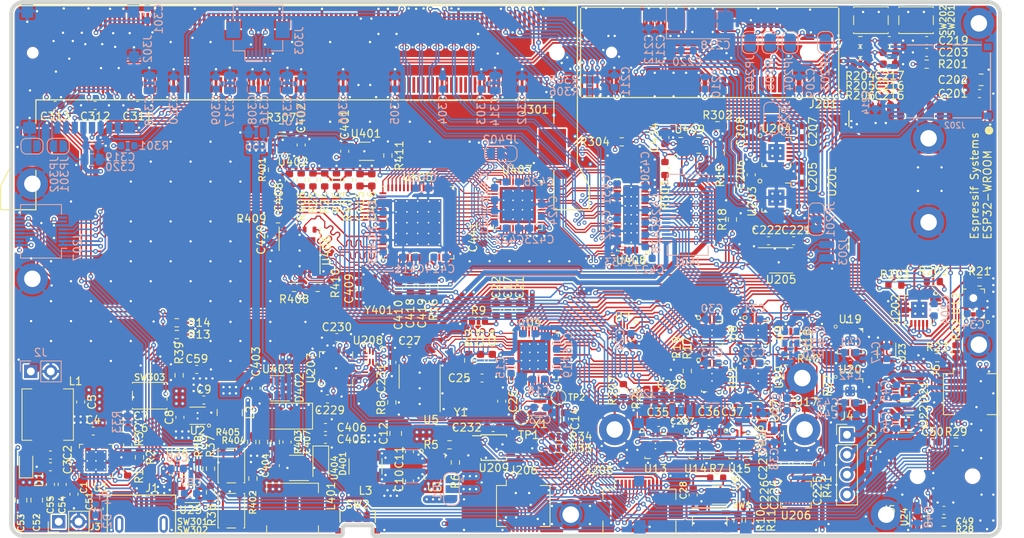
<source format=kicad_pcb>
(kicad_pcb (version 20171130) (host pcbnew "(5.1.9-0-10_14)")

  (general
    (thickness 1.6)
    (drawings 16)
    (tracks 7356)
    (zones 0)
    (modules 314)
    (nets 510)
  )

  (page A4)
  (layers
    (0 F.Cu signal)
    (1 GND power)
    (2 PWR power)
    (31 B.Cu signal)
    (32 B.Adhes user)
    (33 F.Adhes user)
    (34 B.Paste user)
    (35 F.Paste user)
    (36 B.SilkS user hide)
    (37 F.SilkS user hide)
    (38 B.Mask user)
    (39 F.Mask user)
    (40 Dwgs.User user)
    (41 Cmts.User user)
    (42 Eco1.User user)
    (43 Eco2.User user)
    (44 Edge.Cuts user)
    (45 Margin user)
    (46 B.CrtYd user)
    (47 F.CrtYd user)
    (48 B.Fab user hide)
    (49 F.Fab user hide)
  )

  (setup
    (last_trace_width 0.2)
    (trace_clearance 0.2)
    (zone_clearance 0.2032)
    (zone_45_only no)
    (trace_min 0.1524)
    (via_size 0.6)
    (via_drill 0.3)
    (via_min_size 0.5)
    (via_min_drill 0.2)
    (uvia_size 0.3)
    (uvia_drill 0.1)
    (uvias_allowed no)
    (uvia_min_size 0.2)
    (uvia_min_drill 0.1)
    (edge_width 0.1)
    (segment_width 0.2)
    (pcb_text_width 0.125)
    (pcb_text_size 0.5 0.5)
    (mod_edge_width 0.05)
    (mod_text_size 0.6 0.6)
    (mod_text_width 0.125)
    (pad_size 4 4)
    (pad_drill 2.1)
    (pad_to_mask_clearance 0)
    (aux_axis_origin 106 72)
    (grid_origin 106 72)
    (visible_elements FFFFF7FF)
    (pcbplotparams
      (layerselection 0x010f0_ffffffff)
      (usegerberextensions true)
      (usegerberattributes false)
      (usegerberadvancedattributes false)
      (creategerberjobfile false)
      (excludeedgelayer true)
      (linewidth 0.100000)
      (plotframeref false)
      (viasonmask false)
      (mode 1)
      (useauxorigin false)
      (hpglpennumber 1)
      (hpglpenspeed 20)
      (hpglpendiameter 15.000000)
      (psnegative false)
      (psa4output false)
      (plotreference true)
      (plotvalue true)
      (plotinvisibletext false)
      (padsonsilk false)
      (subtractmaskfromsilk true)
      (outputformat 1)
      (mirror false)
      (drillshape 0)
      (scaleselection 1)
      (outputdirectory "fab/"))
  )

  (net 0 "")
  (net 1 GND)
  (net 2 +3V3)
  (net 3 +1V8)
  (net 4 GPIO_18)
  (net 5 GPIO_23)
  (net 6 JTAG_TCK)
  (net 7 JTAG_TDO)
  (net 8 JTAG_TMS)
  (net 9 JTAG_TDI)
  (net 10 "Net-(L2-Pad1)")
  (net 11 WAKE)
  (net 12 "Net-(R2-Pad2)")
  (net 13 VBUS)
  (net 14 "Net-(C6-Pad1)")
  (net 15 PWM2.1)
  (net 16 PWM0.1)
  (net 17 "Net-(L3-Pad1)")
  (net 18 "Net-(L3-Pad2)")
  (net 19 "Net-(R1-Pad1)")
  (net 20 PWM1.1)
  (net 21 SPI1.SS0)
  (net 22 SPI1.MOSI)
  (net 23 SPI1.MISO)
  (net 24 SPI1.SCK)
  (net 25 SPI1.SS2)
  (net 26 SPI1.SS3)
  (net 27 "Net-(U10-Pad11)")
  (net 28 /SPK_GAIN)
  (net 29 GPIO_20)
  (net 30 GPIO_0)
  (net 31 GPIO_22)
  (net 32 /SPK_EN)
  (net 33 /SPK_CLK)
  (net 34 +VSYS)
  (net 35 "Net-(C301-Pad1)")
  (net 36 ESP32.HSPI.MOSI)
  (net 37 ESP32.HSPI.SCK)
  (net 38 ESP32.HSPI.MISO)
  (net 39 ESP32.HSPI.SS0)
  (net 40 ESP32.IO27)
  (net 41 DISP_LED_A)
  (net 42 DISP_LED_K)
  (net 43 /PLL_AVSS)
  (net 44 /PLL_AVDD)
  (net 45 /XTAL_XI)
  (net 46 /XTAL_XO)
  (net 47 /QSPI_CS)
  (net 48 /QSPI_DQ_3)
  (net 49 /QSPI_DQ_2)
  (net 50 /QSPI_DQ_1)
  (net 51 /QSPI_DQ_0)
  (net 52 /PSD_LFALTCLK)
  (net 53 /QSPI_CLK)
  (net 54 "Net-(J1-Pad4)")
  (net 55 "Net-(J202-Pad6)")
  (net 56 "Net-(J301-Pad21)")
  (net 57 "Net-(J301-Pad23)")
  (net 58 "Net-(J301-Pad25)")
  (net 59 "Net-(J301-Pad27)")
  (net 60 "Net-(J301-Pad29)")
  (net 61 "Net-(J301-Pad31)")
  (net 62 "Net-(J301-Pad63)")
  (net 63 "Net-(J301-Pad65)")
  (net 64 "Net-(J301-Pad69)")
  (net 65 "Net-(J301-Pad73)")
  (net 66 "Net-(J301-Pad77)")
  (net 67 "Net-(J301-Pad79)")
  (net 68 "Net-(J301-Pad81)")
  (net 69 "Net-(J301-Pad83)")
  (net 70 "Net-(J301-Pad85)")
  (net 71 "Net-(J301-Pad89)")
  (net 72 "Net-(J301-Pad91)")
  (net 73 "Net-(J301-Pad93)")
  (net 74 "Net-(J301-Pad95)")
  (net 75 "Net-(J301-Pad97)")
  (net 76 "Net-(J301-Pad99)")
  (net 77 "Net-(J301-Pad101)")
  (net 78 "Net-(J301-Pad103)")
  (net 79 "Net-(J301-Pad107)")
  (net 80 "Net-(J301-Pad109)")
  (net 81 "Net-(J301-Pad113)")
  (net 82 "Net-(J301-Pad115)")
  (net 83 "Net-(J301-Pad119)")
  (net 84 "Net-(J301-Pad121)")
  (net 85 "Net-(J301-Pad125)")
  (net 86 "Net-(J301-Pad127)")
  (net 87 "Net-(J301-Pad131)")
  (net 88 "Net-(J301-Pad133)")
  (net 89 "Net-(J301-Pad137)")
  (net 90 "Net-(J301-Pad139)")
  (net 91 "Net-(J301-Pad143)")
  (net 92 "Net-(J301-Pad145)")
  (net 93 "Net-(J301-Pad147)")
  (net 94 "Net-(J301-Pad157)")
  (net 95 "Net-(J301-Pad161)")
  (net 96 "Net-(J301-Pad163)")
  (net 97 "Net-(J301-Pad167)")
  (net 98 "Net-(J301-Pad169)")
  (net 99 "Net-(J301-Pad173)")
  (net 100 "Net-(J301-Pad175)")
  (net 101 "Net-(J301-Pad179)")
  (net 102 "Net-(J301-Pad181)")
  (net 103 "Net-(J301-Pad187)")
  (net 104 "Net-(J301-Pad189)")
  (net 105 "Net-(J301-Pad191)")
  (net 106 "Net-(J301-Pad193)")
  (net 107 "Net-(J301-Pad195)")
  (net 108 "Net-(J301-Pad197)")
  (net 109 "Net-(J301-Pad199)")
  (net 110 "Net-(J301-Pad201)")
  (net 111 "Net-(J301-Pad203)")
  (net 112 "Net-(J301-Pad2)")
  (net 113 "Net-(J301-Pad4)")
  (net 114 "Net-(J301-Pad6)")
  (net 115 "Net-(J301-Pad8)")
  (net 116 "Net-(J301-Pad12)")
  (net 117 "Net-(J301-Pad14)")
  (net 118 "Net-(J301-Pad16)")
  (net 119 "Net-(J301-Pad18)")
  (net 120 "Net-(J301-Pad20)")
  (net 121 "Net-(J301-Pad22)")
  (net 122 "Net-(J301-Pad24)")
  (net 123 "Net-(J301-Pad26)")
  (net 124 "Net-(J301-Pad30)")
  (net 125 "Net-(J301-Pad32)")
  (net 126 "Net-(J301-Pad34)")
  (net 127 "Net-(J301-Pad36)")
  (net 128 "Net-(J301-Pad38)")
  (net 129 "Net-(J301-Pad40)")
  (net 130 "Net-(J301-Pad42)")
  (net 131 "Net-(J301-Pad44)")
  (net 132 "Net-(J301-Pad48)")
  (net 133 "Net-(J301-Pad50)")
  (net 134 "Net-(J301-Pad52)")
  (net 135 "Net-(J301-Pad54)")
  (net 136 "Net-(J301-Pad56)")
  (net 137 "Net-(J301-Pad62)")
  (net 138 "Net-(J301-Pad66)")
  (net 139 "Net-(J301-Pad68)")
  (net 140 "Net-(J301-Pad70)")
  (net 141 "Net-(J301-Pad72)")
  (net 142 "Net-(J301-Pad74)")
  (net 143 "Net-(J301-Pad92)")
  (net 144 "Net-(J301-Pad94)")
  (net 145 "Net-(J301-Pad98)")
  (net 146 "Net-(J301-Pad100)")
  (net 147 "Net-(J301-Pad102)")
  (net 148 "Net-(J301-Pad104)")
  (net 149 "Net-(J301-Pad106)")
  (net 150 "Net-(J301-Pad108)")
  (net 151 "Net-(J301-Pad110)")
  (net 152 "Net-(J301-Pad112)")
  (net 153 "Net-(J301-Pad116)")
  (net 154 "Net-(J301-Pad118)")
  (net 155 "Net-(J301-Pad120)")
  (net 156 "Net-(J301-Pad122)")
  (net 157 "Net-(J301-Pad124)")
  (net 158 "Net-(J301-Pad126)")
  (net 159 "Net-(J301-Pad128)")
  (net 160 "Net-(J301-Pad130)")
  (net 161 "Net-(J301-Pad134)")
  (net 162 "Net-(J301-Pad136)")
  (net 163 "Net-(J301-Pad138)")
  (net 164 "Net-(J301-Pad140)")
  (net 165 "Net-(J301-Pad142)")
  (net 166 "Net-(J301-Pad144)")
  (net 167 "Net-(J301-Pad146)")
  (net 168 "Net-(J301-Pad148)")
  (net 169 "Net-(J301-Pad152)")
  (net 170 "Net-(J301-Pad156)")
  (net 171 "Net-(J301-Pad158)")
  (net 172 "Net-(J301-Pad160)")
  (net 173 "Net-(J301-Pad162)")
  (net 174 "Net-(J301-Pad164)")
  (net 175 "Net-(J301-Pad166)")
  (net 176 "Net-(J301-Pad170)")
  (net 177 "Net-(J301-Pad172)")
  (net 178 "Net-(J301-Pad182)")
  (net 179 "Net-(J301-Pad184)")
  (net 180 "Net-(J301-Pad188)")
  (net 181 "Net-(J301-Pad190)")
  (net 182 "Net-(J301-Pad192)")
  (net 183 "Net-(J301-Pad194)")
  (net 184 "Net-(J301-Pad196)")
  (net 185 "Net-(J301-Pad198)")
  (net 186 "Net-(J301-Pad202)")
  (net 187 "Net-(U9-Pad2)")
  (net 188 "Net-(U10-Pad15)")
  (net 189 "Net-(U10-Pad7)")
  (net 190 "Net-(U10-Pad6)")
  (net 191 "Net-(U10-Pad5)")
  (net 192 "Net-(U10-Pad4)")
  (net 193 "Net-(U10-Pad3)")
  (net 194 "Net-(U10-Pad2)")
  (net 195 "Net-(U10-Pad1)")
  (net 196 "Net-(U201-Pad32)")
  (net 197 "Net-(U201-Pad22)")
  (net 198 "Net-(U201-Pad21)")
  (net 199 "Net-(U201-Pad20)")
  (net 200 "Net-(U201-Pad19)")
  (net 201 "Net-(U201-Pad18)")
  (net 202 "Net-(U201-Pad17)")
  (net 203 "Net-(U203-Pad6)")
  (net 204 "Net-(U203-Pad9)")
  (net 205 "Net-(U204-Pad9)")
  (net 206 "Net-(U204-Pad6)")
  (net 207 "Net-(X1-Pad1)")
  (net 208 "Net-(J301-Pad155)")
  (net 209 "Net-(J301-Pad154)")
  (net 210 "Net-(J301-Pad60)")
  (net 211 PWM1.2)
  (net 212 DISP_CS)
  (net 213 /MIC_CLK)
  (net 214 /MIC_WS)
  (net 215 /SPK_R+)
  (net 216 /SPK_L+)
  (net 217 /SPK_L-)
  (net 218 /SPK_R-)
  (net 219 "Net-(R5-Pad2)")
  (net 220 iMX8.USB1.D_P)
  (net 221 iMX8.USB1.D_N)
  (net 222 iMX8.PWM1)
  (net 223 BT81X.GPIO3)
  (net 224 BT81X.GPIO0)
  (net 225 BT81X.GPIO1)
  (net 226 BT81X.GPIO2)
  (net 227 BT81X.R0)
  (net 228 BT81X.BL_PWM)
  (net 229 BT81X.DE)
  (net 230 BT81X.VSYNC)
  (net 231 BT81X.HSYNC)
  (net 232 BT81X.DISP)
  (net 233 BT81X.PCLK)
  (net 234 BT81X.B7)
  (net 235 BT81X.B6)
  (net 236 BT81X.B5)
  (net 237 BT81X.B4)
  (net 238 BT81X.B3)
  (net 239 BT81X.B2)
  (net 240 BT81X.B1)
  (net 241 BT81X.B0)
  (net 242 BT81X.G7)
  (net 243 BT81X.G6)
  (net 244 BT81X.G5)
  (net 245 BT81X.G4)
  (net 246 BT81X.G3)
  (net 247 BT81X.G2)
  (net 248 BT81X.G1)
  (net 249 BT81X.G0)
  (net 250 BT81X.R7)
  (net 251 BT81X.R6)
  (net 252 BT81X.R5)
  (net 253 BT81X.R4)
  (net 254 BT81X.R3)
  (net 255 BT81X.R2)
  (net 256 BT81X.R1)
  (net 257 "Net-(JP201-Pad2)")
  (net 258 "Net-(J301-Pad58)")
  (net 259 "Net-(C214-Pad1)")
  (net 260 "Net-(C215-Pad1)")
  (net 261 "Net-(C216-Pad1)")
  (net 262 "Net-(C217-Pad1)")
  (net 263 "Net-(C408-Pad1)")
  (net 264 "Net-(D401-Pad2)")
  (net 265 "Net-(J201-Pad48)")
  (net 266 "Net-(J201-Pad42)")
  (net 267 "Net-(J201-Pad33)")
  (net 268 "Net-(J201-Pad32)")
  (net 269 "Net-(J201-Pad30)")
  (net 270 "Net-(J201-Pad28)")
  (net 271 "Net-(J201-Pad25)")
  (net 272 "Net-(J201-Pad23)")
  (net 273 "Net-(J201-Pad20)")
  (net 274 "Net-(J201-Pad16)")
  (net 275 "Net-(J201-Pad14)")
  (net 276 "Net-(J201-Pad12)")
  (net 277 "Net-(J201-Pad10)")
  (net 278 "Net-(J201-Pad7)")
  (net 279 "Net-(J201-Pad6)")
  (net 280 "Net-(J201-Pad5)")
  (net 281 "Net-(J201-Pad3)")
  (net 282 "Net-(J201-Pad1)")
  (net 283 "Net-(J203-Pad2)")
  (net 284 "Net-(J203-Pad1)")
  (net 285 /disp/CTP_SCL)
  (net 286 /disp/CTP_SDA)
  (net 287 /disp/CTP_INT)
  (net 288 /disp/CTP_RST)
  (net 289 "Net-(R401-Pad2)")
  (net 290 /HP_DET)
  (net 291 /MIC_SD)
  (net 292 /disp/DISP_LVDS_A0N)
  (net 293 /disp/DISP_LVDS_A0P)
  (net 294 /disp/DISP_LVDS_A1N)
  (net 295 /disp/DISP_LVDS_A1P)
  (net 296 /disp/DISP_LVDS_A2N)
  (net 297 /disp/DISP_LVDS_A2P)
  (net 298 /disp/DISP_LVDS_A3N)
  (net 299 /disp/DISP_LVDS_A3P)
  (net 300 /disp/BT81X_QSPI_CS)
  (net 301 /disp/BT81X_QSPI_DQ_3)
  (net 302 /disp/BT81X_QSPI_DQ_2)
  (net 303 /disp/BT81X_QSPI_CLK)
  (net 304 /disp/BT81X_QSPI_DQ_0)
  (net 305 /disp/BT81X_QSPI_DQ_1)
  (net 306 /disp/BT81X_X1)
  (net 307 /disp/BT81X_X2)
  (net 308 /disp/BT81X_1V2)
  (net 309 "Net-(JP402-Pad2)")
  (net 310 /RESET)
  (net 311 JTAG_TRST_N)
  (net 312 /BQ_QON)
  (net 313 /periph/PERST)
  (net 314 "Net-(C222-Pad1)")
  (net 315 "Net-(C225-Pad1)")
  (net 316 "Net-(C226-Pad1)")
  (net 317 /exp/ALT_BOOT)
  (net 318 /exp/SD2_CLK)
  (net 319 /exp/SD2_CMD)
  (net 320 /exp/SD2_DAT0)
  (net 321 /exp/SD2_DAT1)
  (net 322 /exp/SD2_DAT2)
  (net 323 /exp/SD2_DAT3)
  (net 324 "Net-(U206-Pad9)")
  (net 325 "Net-(U206-Pad10)")
  (net 326 "Net-(U206-Pad11)")
  (net 327 "Net-(U206-Pad12)")
  (net 328 "Net-(U206-Pad13)")
  (net 329 "Net-(J204-Pad1)")
  (net 330 "Net-(J204-Pad8)")
  (net 331 iMX8.GPIO5.IO29)
  (net 332 iMX8.GPIO5.IO28)
  (net 333 iMX8.I2C3.SCL)
  (net 334 iMX8.I2C3.SDA)
  (net 335 "Net-(J301-Pad75)")
  (net 336 "Net-(J301-Pad129)")
  (net 337 "Net-(J301-Pad135)")
  (net 338 "Net-(J301-Pad149)")
  (net 339 "Net-(J301-Pad151)")
  (net 340 "Net-(J301-Pad153)")
  (net 341 /periph/USB_RXD)
  (net 342 /periph/USB_CBUS1)
  (net 343 /periph/USB_CBUS0)
  (net 344 /periph/USB_TXD)
  (net 345 "Net-(U207-Pad16)")
  (net 346 ESP32.UART0.RXD)
  (net 347 ESP32.UART0.TXD)
  (net 348 UART0.TXD)
  (net 349 UART0.RXD)
  (net 350 iMX8.LVDS0.CLKP)
  (net 351 iMX8.LVDS0.CLKN)
  (net 352 iMX8.LVDS0.A0P)
  (net 353 iMX8.LVDS0.A0N)
  (net 354 iMX8.LVDS0.A1P)
  (net 355 iMX8.LVDS0.A1N)
  (net 356 iMX8.LVDS0.A2P)
  (net 357 iMX8.LVDS0.A2N)
  (net 358 iMX8.LVDS0.A3P)
  (net 359 iMX8.LVDS0.A3N)
  (net 360 /disp/DISP_LVDS_CLKN)
  (net 361 /disp/DISP_LVDS_CLKP)
  (net 362 /disp/DS90_LVDS_A3P)
  (net 363 /disp/DS90_LVDS_A3N)
  (net 364 /disp/DS90_LVDS_CLKP)
  (net 365 /disp/DS90_LVDS_CLKN)
  (net 366 /disp/DS90_LVDS_A2P)
  (net 367 /disp/DS90_LVDS_A2N)
  (net 368 /disp/DS90_LVDS_A1P)
  (net 369 /disp/DS90_LVDS_A1N)
  (net 370 /disp/DS90_LVDS_A0P)
  (net 371 /disp/DS90_LVDS_A0N)
  (net 372 "Net-(R27-Pad1)")
  (net 373 /AON_PMU_OUT_0)
  (net 374 /AON_PMU_OUT_1)
  (net 375 /exp/RESET)
  (net 376 "Net-(J204-Pad9)")
  (net 377 "Net-(J204-Pad10)")
  (net 378 /exp/SD2_DET)
  (net 379 "Net-(J1-Pad6)")
  (net 380 iMX8.USB1.ID)
  (net 381 iMX8.USB1.VBUS)
  (net 382 "Net-(J401-Pad2)")
  (net 383 "Net-(J301-Pad76)")
  (net 384 /exp/POWER)
  (net 385 ESP32.IO26)
  (net 386 "Net-(U201-Pad4)")
  (net 387 /HP_R)
  (net 388 /HP_L)
  (net 389 /~HP_DET)
  (net 390 /AUDIO_OUT_L-)
  (net 391 /AUDIO_OUT_L+)
  (net 392 /AUDIO_OUT_R-)
  (net 393 /AUDIO_OUT_R+)
  (net 394 "Net-(C2-Pad2)")
  (net 395 "Net-(C3-Pad1)")
  (net 396 VDDA)
  (net 397 "Net-(D2-Pad1)")
  (net 398 BT81X.AUDIO)
  (net 399 "Net-(J6-Pad8)")
  (net 400 /EXT_AUDIO_EN)
  (net 401 "Net-(J6-Pad12)")
  (net 402 /exp/UART3_RX)
  (net 403 /exp/UART3_TX)
  (net 404 "Net-(J303-Pad1)")
  (net 405 "Net-(R4-Pad1)")
  (net 406 BQ.INT)
  (net 407 "Net-(U8-Pad3)")
  (net 408 "Net-(U8-Pad10)")
  (net 409 "Net-(U10-Pad9)")
  (net 410 "Net-(U11-Pad1)")
  (net 411 "Net-(U11-Pad2)")
  (net 412 "Net-(U11-Pad3)")
  (net 413 "Net-(U11-Pad4)")
  (net 414 "Net-(U11-Pad5)")
  (net 415 "Net-(U11-Pad6)")
  (net 416 "Net-(U11-Pad7)")
  (net 417 "Net-(U11-Pad15)")
  (net 418 "Net-(U15-Pad6)")
  (net 419 /BQ_SW)
  (net 420 "Net-(J303-Pad2)")
  (net 421 "Net-(J6-Pad14)")
  (net 422 "Net-(J6-Pad16)")
  (net 423 "Net-(J207-Pad15)")
  (net 424 /periph/ESP32_EN)
  (net 425 /periph/PCM_SYNC)
  (net 426 /periph/PCM_DI)
  (net 427 /periph/PCM_DO)
  (net 428 /periph/SIMCom_UART_DTR)
  (net 429 /periph/PCM_CLK)
  (net 430 /periph/SIMCom_UART_RI)
  (net 431 /periph/Quectel_UART_DTR)
  (net 432 /periph/SIMCom_UART_TXD)
  (net 433 /periph/Quectel_UART_RI)
  (net 434 /periph/Quectel_UART_TXD)
  (net 435 /periph/Quectel_UART_RXD)
  (net 436 /periph/ESP32_UART2_DTR)
  (net 437 /periph/ESP32_UART2_RI)
  (net 438 /periph/ESP32_UART2_TXD)
  (net 439 /periph/ESP32_UART2_RXD)
  (net 440 /periph/ESP32_VSPI_SS0)
  (net 441 /periph/ESP32_PCM_DI)
  (net 442 /periph/ESP32_PCM_CLK)
  (net 443 /periph/ESP32_PCM_DO)
  (net 444 /periph/ESP32_PCM_SYNC)
  (net 445 /periph/ESP32_VSPI_SCK)
  (net 446 /periph/ESP32_VSPI_MISO)
  (net 447 /periph/ESP32_VSPI_MOSI)
  (net 448 CTP.RST)
  (net 449 BT81X.INT)
  (net 450 /SD_IN)
  (net 451 I2C0.SCL)
  (net 452 I2C0.SDA)
  (net 453 GPIO_17)
  (net 454 GPIO_16)
  (net 455 /SD_OUT)
  (net 456 +5V)
  (net 457 "Net-(JP202-Pad2)")
  (net 458 "Net-(C49-Pad1)")
  (net 459 "Net-(C50-Pad1)")
  (net 460 "Net-(R30-Pad1)")
  (net 461 "Net-(R31-Pad1)")
  (net 462 "Net-(U13-Pad13)")
  (net 463 "Net-(U13-Pad10)")
  (net 464 "Net-(U13-Pad6)")
  (net 465 /FF_RST)
  (net 466 "Net-(U14-Pad5)")
  (net 467 "Net-(U14-Pad9)")
  (net 468 "Net-(U15-Pad9)")
  (net 469 "Net-(U15-Pad8)")
  (net 470 "Net-(U15-Pad5)")
  (net 471 "Net-(U21-Pad6)")
  (net 472 "Net-(U22-Pad6)")
  (net 473 /I2S_MUX_SEL)
  (net 474 /SPK_SD)
  (net 475 "Net-(U13-Pad12)")
  (net 476 "Net-(U13-Pad8)")
  (net 477 /SER_IN)
  (net 478 "Net-(R402-Pad1)")
  (net 479 "Net-(U401-Pad1)")
  (net 480 "Net-(U402-Pad5)")
  (net 481 "Net-(U405-Pad32)")
  (net 482 "Net-(U405-Pad31)")
  (net 483 "Net-(U405-Pad30)")
  (net 484 "Net-(U405-Pad29)")
  (net 485 "Net-(U407-Pad26)")
  (net 486 "Net-(U407-Pad23)")
  (net 487 "Net-(U407-Pad22)")
  (net 488 "Net-(U408-Pad42)")
  (net 489 "Net-(U408-Pad41)")
  (net 490 "Net-(U408-Pad19)")
  (net 491 "Net-(U408-Pad17)")
  (net 492 /BQ_DSEL)
  (net 493 /BQ_D-)
  (net 494 /BQ_D+)
  (net 495 "Net-(U25-Pad4)")
  (net 496 /USB_D+)
  (net 497 /USB_D-)
  (net 498 USB2UART.D-)
  (net 499 USB2UART.D+)
  (net 500 "Net-(U207-Pad14)")
  (net 501 "Net-(C59-Pad1)")
  (net 502 "Net-(U13-Pad3)")
  (net 503 "Net-(R40-Pad2)")
  (net 504 "Net-(R41-Pad2)")
  (net 505 PCA.IO1)
  (net 506 PCA.IO2)
  (net 507 PCA.IO0)
  (net 508 PCA.IO3)
  (net 509 VBUS_SENSE)

  (net_class Default "This is the default net class."
    (clearance 0.2)
    (trace_width 0.2)
    (via_dia 0.6)
    (via_drill 0.3)
    (uvia_dia 0.3)
    (uvia_drill 0.1)
    (add_net +1V8)
    (add_net +3V3)
    (add_net +5V)
    (add_net +VSYS)
    (add_net /BQ_SW)
    (add_net /disp/BT81X_1V2)
    (add_net /periph/ESP32_EN)
    (add_net /periph/ESP32_PCM_CLK)
    (add_net /periph/ESP32_PCM_DI)
    (add_net /periph/ESP32_PCM_DO)
    (add_net /periph/ESP32_PCM_SYNC)
    (add_net /periph/ESP32_UART2_DTR)
    (add_net /periph/ESP32_UART2_RI)
    (add_net /periph/ESP32_UART2_RXD)
    (add_net /periph/ESP32_UART2_TXD)
    (add_net /periph/ESP32_VSPI_MISO)
    (add_net /periph/ESP32_VSPI_MOSI)
    (add_net /periph/ESP32_VSPI_SCK)
    (add_net /periph/ESP32_VSPI_SS0)
    (add_net /periph/PCM_CLK)
    (add_net /periph/PCM_DI)
    (add_net /periph/PCM_DO)
    (add_net /periph/PCM_SYNC)
    (add_net /periph/PERST)
    (add_net /periph/Quectel_UART_DTR)
    (add_net /periph/Quectel_UART_RI)
    (add_net /periph/Quectel_UART_RXD)
    (add_net /periph/Quectel_UART_TXD)
    (add_net /periph/SIMCom_UART_DTR)
    (add_net /periph/SIMCom_UART_RI)
    (add_net /periph/SIMCom_UART_TXD)
    (add_net DISP_LED_A)
    (add_net DISP_LED_K)
    (add_net ESP32.HSPI.MISO)
    (add_net ESP32.HSPI.MOSI)
    (add_net ESP32.HSPI.SCK)
    (add_net ESP32.HSPI.SS0)
    (add_net ESP32.IO26)
    (add_net ESP32.IO27)
    (add_net GND)
    (add_net "Net-(C2-Pad2)")
    (add_net "Net-(C214-Pad1)")
    (add_net "Net-(C215-Pad1)")
    (add_net "Net-(C216-Pad1)")
    (add_net "Net-(C217-Pad1)")
    (add_net "Net-(C222-Pad1)")
    (add_net "Net-(C225-Pad1)")
    (add_net "Net-(C226-Pad1)")
    (add_net "Net-(C3-Pad1)")
    (add_net "Net-(C301-Pad1)")
    (add_net "Net-(C408-Pad1)")
    (add_net "Net-(C49-Pad1)")
    (add_net "Net-(C50-Pad1)")
    (add_net "Net-(C59-Pad1)")
    (add_net "Net-(C6-Pad1)")
    (add_net "Net-(D2-Pad1)")
    (add_net "Net-(D401-Pad2)")
    (add_net "Net-(J1-Pad4)")
    (add_net "Net-(J1-Pad6)")
    (add_net "Net-(J201-Pad1)")
    (add_net "Net-(J201-Pad10)")
    (add_net "Net-(J201-Pad12)")
    (add_net "Net-(J201-Pad14)")
    (add_net "Net-(J201-Pad16)")
    (add_net "Net-(J201-Pad20)")
    (add_net "Net-(J201-Pad23)")
    (add_net "Net-(J201-Pad25)")
    (add_net "Net-(J201-Pad28)")
    (add_net "Net-(J201-Pad3)")
    (add_net "Net-(J201-Pad30)")
    (add_net "Net-(J201-Pad32)")
    (add_net "Net-(J201-Pad33)")
    (add_net "Net-(J201-Pad42)")
    (add_net "Net-(J201-Pad48)")
    (add_net "Net-(J201-Pad5)")
    (add_net "Net-(J201-Pad6)")
    (add_net "Net-(J201-Pad7)")
    (add_net "Net-(J202-Pad6)")
    (add_net "Net-(J203-Pad1)")
    (add_net "Net-(J203-Pad2)")
    (add_net "Net-(J204-Pad1)")
    (add_net "Net-(J204-Pad10)")
    (add_net "Net-(J204-Pad8)")
    (add_net "Net-(J204-Pad9)")
    (add_net "Net-(J207-Pad15)")
    (add_net "Net-(J301-Pad100)")
    (add_net "Net-(J301-Pad101)")
    (add_net "Net-(J301-Pad102)")
    (add_net "Net-(J301-Pad103)")
    (add_net "Net-(J301-Pad104)")
    (add_net "Net-(J301-Pad106)")
    (add_net "Net-(J301-Pad107)")
    (add_net "Net-(J301-Pad108)")
    (add_net "Net-(J301-Pad109)")
    (add_net "Net-(J301-Pad110)")
    (add_net "Net-(J301-Pad112)")
    (add_net "Net-(J301-Pad113)")
    (add_net "Net-(J301-Pad115)")
    (add_net "Net-(J301-Pad116)")
    (add_net "Net-(J301-Pad118)")
    (add_net "Net-(J301-Pad119)")
    (add_net "Net-(J301-Pad12)")
    (add_net "Net-(J301-Pad120)")
    (add_net "Net-(J301-Pad121)")
    (add_net "Net-(J301-Pad122)")
    (add_net "Net-(J301-Pad124)")
    (add_net "Net-(J301-Pad125)")
    (add_net "Net-(J301-Pad126)")
    (add_net "Net-(J301-Pad127)")
    (add_net "Net-(J301-Pad128)")
    (add_net "Net-(J301-Pad129)")
    (add_net "Net-(J301-Pad130)")
    (add_net "Net-(J301-Pad131)")
    (add_net "Net-(J301-Pad133)")
    (add_net "Net-(J301-Pad134)")
    (add_net "Net-(J301-Pad135)")
    (add_net "Net-(J301-Pad136)")
    (add_net "Net-(J301-Pad137)")
    (add_net "Net-(J301-Pad138)")
    (add_net "Net-(J301-Pad139)")
    (add_net "Net-(J301-Pad14)")
    (add_net "Net-(J301-Pad140)")
    (add_net "Net-(J301-Pad142)")
    (add_net "Net-(J301-Pad143)")
    (add_net "Net-(J301-Pad144)")
    (add_net "Net-(J301-Pad145)")
    (add_net "Net-(J301-Pad146)")
    (add_net "Net-(J301-Pad147)")
    (add_net "Net-(J301-Pad148)")
    (add_net "Net-(J301-Pad149)")
    (add_net "Net-(J301-Pad151)")
    (add_net "Net-(J301-Pad152)")
    (add_net "Net-(J301-Pad153)")
    (add_net "Net-(J301-Pad154)")
    (add_net "Net-(J301-Pad155)")
    (add_net "Net-(J301-Pad156)")
    (add_net "Net-(J301-Pad157)")
    (add_net "Net-(J301-Pad158)")
    (add_net "Net-(J301-Pad16)")
    (add_net "Net-(J301-Pad160)")
    (add_net "Net-(J301-Pad161)")
    (add_net "Net-(J301-Pad162)")
    (add_net "Net-(J301-Pad163)")
    (add_net "Net-(J301-Pad164)")
    (add_net "Net-(J301-Pad166)")
    (add_net "Net-(J301-Pad167)")
    (add_net "Net-(J301-Pad169)")
    (add_net "Net-(J301-Pad170)")
    (add_net "Net-(J301-Pad172)")
    (add_net "Net-(J301-Pad173)")
    (add_net "Net-(J301-Pad175)")
    (add_net "Net-(J301-Pad179)")
    (add_net "Net-(J301-Pad18)")
    (add_net "Net-(J301-Pad181)")
    (add_net "Net-(J301-Pad182)")
    (add_net "Net-(J301-Pad184)")
    (add_net "Net-(J301-Pad187)")
    (add_net "Net-(J301-Pad188)")
    (add_net "Net-(J301-Pad189)")
    (add_net "Net-(J301-Pad190)")
    (add_net "Net-(J301-Pad191)")
    (add_net "Net-(J301-Pad192)")
    (add_net "Net-(J301-Pad193)")
    (add_net "Net-(J301-Pad194)")
    (add_net "Net-(J301-Pad195)")
    (add_net "Net-(J301-Pad196)")
    (add_net "Net-(J301-Pad197)")
    (add_net "Net-(J301-Pad198)")
    (add_net "Net-(J301-Pad199)")
    (add_net "Net-(J301-Pad2)")
    (add_net "Net-(J301-Pad20)")
    (add_net "Net-(J301-Pad201)")
    (add_net "Net-(J301-Pad202)")
    (add_net "Net-(J301-Pad203)")
    (add_net "Net-(J301-Pad21)")
    (add_net "Net-(J301-Pad22)")
    (add_net "Net-(J301-Pad23)")
    (add_net "Net-(J301-Pad24)")
    (add_net "Net-(J301-Pad25)")
    (add_net "Net-(J301-Pad26)")
    (add_net "Net-(J301-Pad27)")
    (add_net "Net-(J301-Pad29)")
    (add_net "Net-(J301-Pad30)")
    (add_net "Net-(J301-Pad31)")
    (add_net "Net-(J301-Pad32)")
    (add_net "Net-(J301-Pad34)")
    (add_net "Net-(J301-Pad36)")
    (add_net "Net-(J301-Pad38)")
    (add_net "Net-(J301-Pad4)")
    (add_net "Net-(J301-Pad40)")
    (add_net "Net-(J301-Pad42)")
    (add_net "Net-(J301-Pad44)")
    (add_net "Net-(J301-Pad48)")
    (add_net "Net-(J301-Pad50)")
    (add_net "Net-(J301-Pad52)")
    (add_net "Net-(J301-Pad54)")
    (add_net "Net-(J301-Pad56)")
    (add_net "Net-(J301-Pad58)")
    (add_net "Net-(J301-Pad6)")
    (add_net "Net-(J301-Pad60)")
    (add_net "Net-(J301-Pad62)")
    (add_net "Net-(J301-Pad63)")
    (add_net "Net-(J301-Pad65)")
    (add_net "Net-(J301-Pad66)")
    (add_net "Net-(J301-Pad68)")
    (add_net "Net-(J301-Pad69)")
    (add_net "Net-(J301-Pad70)")
    (add_net "Net-(J301-Pad72)")
    (add_net "Net-(J301-Pad73)")
    (add_net "Net-(J301-Pad74)")
    (add_net "Net-(J301-Pad75)")
    (add_net "Net-(J301-Pad76)")
    (add_net "Net-(J301-Pad77)")
    (add_net "Net-(J301-Pad79)")
    (add_net "Net-(J301-Pad8)")
    (add_net "Net-(J301-Pad81)")
    (add_net "Net-(J301-Pad83)")
    (add_net "Net-(J301-Pad85)")
    (add_net "Net-(J301-Pad89)")
    (add_net "Net-(J301-Pad91)")
    (add_net "Net-(J301-Pad92)")
    (add_net "Net-(J301-Pad93)")
    (add_net "Net-(J301-Pad94)")
    (add_net "Net-(J301-Pad95)")
    (add_net "Net-(J301-Pad97)")
    (add_net "Net-(J301-Pad98)")
    (add_net "Net-(J301-Pad99)")
    (add_net "Net-(J303-Pad1)")
    (add_net "Net-(J303-Pad2)")
    (add_net "Net-(J401-Pad2)")
    (add_net "Net-(J6-Pad12)")
    (add_net "Net-(J6-Pad14)")
    (add_net "Net-(J6-Pad16)")
    (add_net "Net-(J6-Pad8)")
    (add_net "Net-(JP201-Pad2)")
    (add_net "Net-(JP202-Pad2)")
    (add_net "Net-(JP402-Pad2)")
    (add_net "Net-(L2-Pad1)")
    (add_net "Net-(L3-Pad1)")
    (add_net "Net-(L3-Pad2)")
    (add_net "Net-(R1-Pad1)")
    (add_net "Net-(R2-Pad2)")
    (add_net "Net-(R27-Pad1)")
    (add_net "Net-(R30-Pad1)")
    (add_net "Net-(R31-Pad1)")
    (add_net "Net-(R4-Pad1)")
    (add_net "Net-(R40-Pad2)")
    (add_net "Net-(R401-Pad2)")
    (add_net "Net-(R402-Pad1)")
    (add_net "Net-(R41-Pad2)")
    (add_net "Net-(R5-Pad2)")
    (add_net "Net-(U10-Pad1)")
    (add_net "Net-(U10-Pad11)")
    (add_net "Net-(U10-Pad15)")
    (add_net "Net-(U10-Pad2)")
    (add_net "Net-(U10-Pad3)")
    (add_net "Net-(U10-Pad4)")
    (add_net "Net-(U10-Pad5)")
    (add_net "Net-(U10-Pad6)")
    (add_net "Net-(U10-Pad7)")
    (add_net "Net-(U10-Pad9)")
    (add_net "Net-(U11-Pad1)")
    (add_net "Net-(U11-Pad15)")
    (add_net "Net-(U11-Pad2)")
    (add_net "Net-(U11-Pad3)")
    (add_net "Net-(U11-Pad4)")
    (add_net "Net-(U11-Pad5)")
    (add_net "Net-(U11-Pad6)")
    (add_net "Net-(U11-Pad7)")
    (add_net "Net-(U13-Pad10)")
    (add_net "Net-(U13-Pad12)")
    (add_net "Net-(U13-Pad13)")
    (add_net "Net-(U13-Pad3)")
    (add_net "Net-(U13-Pad6)")
    (add_net "Net-(U13-Pad8)")
    (add_net "Net-(U14-Pad5)")
    (add_net "Net-(U14-Pad9)")
    (add_net "Net-(U15-Pad5)")
    (add_net "Net-(U15-Pad6)")
    (add_net "Net-(U15-Pad8)")
    (add_net "Net-(U15-Pad9)")
    (add_net "Net-(U201-Pad17)")
    (add_net "Net-(U201-Pad18)")
    (add_net "Net-(U201-Pad19)")
    (add_net "Net-(U201-Pad20)")
    (add_net "Net-(U201-Pad21)")
    (add_net "Net-(U201-Pad22)")
    (add_net "Net-(U201-Pad32)")
    (add_net "Net-(U201-Pad4)")
    (add_net "Net-(U203-Pad6)")
    (add_net "Net-(U203-Pad9)")
    (add_net "Net-(U204-Pad6)")
    (add_net "Net-(U204-Pad9)")
    (add_net "Net-(U206-Pad10)")
    (add_net "Net-(U206-Pad11)")
    (add_net "Net-(U206-Pad12)")
    (add_net "Net-(U206-Pad13)")
    (add_net "Net-(U206-Pad9)")
    (add_net "Net-(U207-Pad14)")
    (add_net "Net-(U207-Pad16)")
    (add_net "Net-(U21-Pad6)")
    (add_net "Net-(U22-Pad6)")
    (add_net "Net-(U25-Pad4)")
    (add_net "Net-(U401-Pad1)")
    (add_net "Net-(U402-Pad5)")
    (add_net "Net-(U405-Pad29)")
    (add_net "Net-(U405-Pad30)")
    (add_net "Net-(U405-Pad31)")
    (add_net "Net-(U405-Pad32)")
    (add_net "Net-(U407-Pad22)")
    (add_net "Net-(U407-Pad23)")
    (add_net "Net-(U407-Pad26)")
    (add_net "Net-(U408-Pad17)")
    (add_net "Net-(U408-Pad19)")
    (add_net "Net-(U408-Pad41)")
    (add_net "Net-(U408-Pad42)")
    (add_net "Net-(U8-Pad10)")
    (add_net "Net-(U8-Pad3)")
    (add_net "Net-(U9-Pad2)")
    (add_net "Net-(X1-Pad1)")
    (add_net PCA.IO0)
    (add_net PCA.IO1)
    (add_net PCA.IO2)
    (add_net PCA.IO3)
    (add_net VBUS)
    (add_net VBUS_SENSE)
    (add_net VDDA)
  )

  (net_class AUDIO ""
    (clearance 0.2)
    (trace_width 0.2)
    (via_dia 0.6)
    (via_drill 0.3)
    (uvia_dia 0.3)
    (uvia_drill 0.1)
    (add_net /AUDIO_OUT_L+)
    (add_net /AUDIO_OUT_L-)
    (add_net /AUDIO_OUT_R+)
    (add_net /AUDIO_OUT_R-)
    (add_net /EXT_AUDIO_EN)
    (add_net /FF_RST)
    (add_net /HP_DET)
    (add_net /HP_L)
    (add_net /HP_R)
    (add_net /I2S_MUX_SEL)
    (add_net /MIC_CLK)
    (add_net /MIC_SD)
    (add_net /MIC_WS)
    (add_net /SD_IN)
    (add_net /SD_OUT)
    (add_net /SER_IN)
    (add_net /SPK_CLK)
    (add_net /SPK_EN)
    (add_net /SPK_GAIN)
    (add_net /SPK_L+)
    (add_net /SPK_L-)
    (add_net /SPK_R+)
    (add_net /SPK_R-)
    (add_net /SPK_SD)
    (add_net /~HP_DET)
    (add_net BT81X.AUDIO)
  )

  (net_class BT81X ""
    (clearance 0.1524)
    (trace_width 0.1524)
    (via_dia 0.508)
    (via_drill 0.254)
    (uvia_dia 0.3)
    (uvia_drill 0.1)
    (add_net /disp/BT81X_QSPI_CLK)
    (add_net /disp/BT81X_QSPI_CS)
    (add_net /disp/BT81X_QSPI_DQ_0)
    (add_net /disp/BT81X_QSPI_DQ_1)
    (add_net /disp/BT81X_QSPI_DQ_2)
    (add_net /disp/BT81X_QSPI_DQ_3)
    (add_net /disp/BT81X_X1)
    (add_net /disp/BT81X_X2)
  )

  (net_class CTP ""
    (clearance 0.2)
    (trace_width 0.2)
    (via_dia 0.6)
    (via_drill 0.3)
    (uvia_dia 0.3)
    (uvia_drill 0.1)
    (add_net /disp/CTP_INT)
    (add_net /disp/CTP_RST)
    (add_net /disp/CTP_SCL)
    (add_net /disp/CTP_SDA)
    (add_net iMX8.GPIO5.IO28)
    (add_net iMX8.GPIO5.IO29)
    (add_net iMX8.I2C3.SCL)
    (add_net iMX8.I2C3.SDA)
  )

  (net_class DISPLAY ""
    (clearance 0.1524)
    (trace_width 0.1524)
    (via_dia 0.508)
    (via_drill 0.254)
    (uvia_dia 0.3)
    (uvia_drill 0.1)
    (diff_pair_width 0.175)
    (diff_pair_gap 0.1524)
    (add_net /disp/DISP_LVDS_A0N)
    (add_net /disp/DISP_LVDS_A0P)
    (add_net /disp/DISP_LVDS_A1N)
    (add_net /disp/DISP_LVDS_A1P)
    (add_net /disp/DISP_LVDS_A2N)
    (add_net /disp/DISP_LVDS_A2P)
    (add_net /disp/DISP_LVDS_A3N)
    (add_net /disp/DISP_LVDS_A3P)
    (add_net /disp/DISP_LVDS_CLKN)
    (add_net /disp/DISP_LVDS_CLKP)
    (add_net /disp/DS90_LVDS_A0N)
    (add_net /disp/DS90_LVDS_A0P)
    (add_net /disp/DS90_LVDS_A1N)
    (add_net /disp/DS90_LVDS_A1P)
    (add_net /disp/DS90_LVDS_A2N)
    (add_net /disp/DS90_LVDS_A2P)
    (add_net /disp/DS90_LVDS_A3N)
    (add_net /disp/DS90_LVDS_A3P)
    (add_net /disp/DS90_LVDS_CLKN)
    (add_net /disp/DS90_LVDS_CLKP)
    (add_net BT81X.B0)
    (add_net BT81X.B1)
    (add_net BT81X.B2)
    (add_net BT81X.B3)
    (add_net BT81X.B4)
    (add_net BT81X.B5)
    (add_net BT81X.B6)
    (add_net BT81X.B7)
    (add_net BT81X.DE)
    (add_net BT81X.DISP)
    (add_net BT81X.G0)
    (add_net BT81X.G1)
    (add_net BT81X.G2)
    (add_net BT81X.G3)
    (add_net BT81X.G4)
    (add_net BT81X.G5)
    (add_net BT81X.G6)
    (add_net BT81X.G7)
    (add_net BT81X.HSYNC)
    (add_net BT81X.PCLK)
    (add_net BT81X.R0)
    (add_net BT81X.R1)
    (add_net BT81X.R2)
    (add_net BT81X.R3)
    (add_net BT81X.R4)
    (add_net BT81X.R5)
    (add_net BT81X.R6)
    (add_net BT81X.R7)
    (add_net BT81X.VSYNC)
    (add_net iMX8.LVDS0.A0N)
    (add_net iMX8.LVDS0.A0P)
    (add_net iMX8.LVDS0.A1N)
    (add_net iMX8.LVDS0.A1P)
    (add_net iMX8.LVDS0.A2N)
    (add_net iMX8.LVDS0.A2P)
    (add_net iMX8.LVDS0.A3N)
    (add_net iMX8.LVDS0.A3P)
    (add_net iMX8.LVDS0.CLKN)
    (add_net iMX8.LVDS0.CLKP)
  )

  (net_class FE310 ""
    (clearance 0.1524)
    (trace_width 0.1524)
    (via_dia 0.508)
    (via_drill 0.254)
    (uvia_dia 0.3)
    (uvia_drill 0.1)
    (add_net /PLL_AVDD)
    (add_net /PLL_AVSS)
    (add_net /PSD_LFALTCLK)
    (add_net /QSPI_CLK)
    (add_net /QSPI_CS)
    (add_net /QSPI_DQ_0)
    (add_net /QSPI_DQ_1)
    (add_net /QSPI_DQ_2)
    (add_net /QSPI_DQ_3)
    (add_net /XTAL_XI)
    (add_net /XTAL_XO)
    (add_net JTAG_TCK)
    (add_net JTAG_TDI)
    (add_net JTAG_TDO)
    (add_net JTAG_TMS)
  )

  (net_class PRIMARY ""
    (clearance 0.2)
    (trace_width 0.2)
    (via_dia 0.6)
    (via_drill 0.3)
    (uvia_dia 0.3)
    (uvia_drill 0.1)
    (add_net /AON_PMU_OUT_0)
    (add_net /AON_PMU_OUT_1)
    (add_net /BQ_D+)
    (add_net /BQ_D-)
    (add_net /BQ_DSEL)
    (add_net /BQ_QON)
    (add_net /RESET)
    (add_net /exp/ALT_BOOT)
    (add_net /exp/POWER)
    (add_net /exp/RESET)
    (add_net /exp/SD2_CLK)
    (add_net /exp/SD2_CMD)
    (add_net /exp/SD2_DAT0)
    (add_net /exp/SD2_DAT1)
    (add_net /exp/SD2_DAT2)
    (add_net /exp/SD2_DAT3)
    (add_net /exp/SD2_DET)
    (add_net /exp/UART3_RX)
    (add_net /exp/UART3_TX)
    (add_net BQ.INT)
    (add_net BT81X.BL_PWM)
    (add_net BT81X.GPIO0)
    (add_net BT81X.GPIO1)
    (add_net BT81X.GPIO2)
    (add_net BT81X.GPIO3)
    (add_net BT81X.INT)
    (add_net CTP.RST)
    (add_net DISP_CS)
    (add_net ESP32.UART0.RXD)
    (add_net ESP32.UART0.TXD)
    (add_net GPIO_0)
    (add_net GPIO_16)
    (add_net GPIO_17)
    (add_net GPIO_18)
    (add_net GPIO_20)
    (add_net GPIO_22)
    (add_net GPIO_23)
    (add_net I2C0.SCL)
    (add_net I2C0.SDA)
    (add_net JTAG_TRST_N)
    (add_net PWM0.1)
    (add_net PWM1.1)
    (add_net PWM1.2)
    (add_net PWM2.1)
    (add_net SPI1.MISO)
    (add_net SPI1.MOSI)
    (add_net SPI1.SCK)
    (add_net SPI1.SS0)
    (add_net SPI1.SS2)
    (add_net SPI1.SS3)
    (add_net UART0.RXD)
    (add_net UART0.TXD)
    (add_net WAKE)
    (add_net iMX8.PWM1)
    (add_net iMX8.USB1.ID)
    (add_net iMX8.USB1.VBUS)
  )

  (net_class USB2DIFF ""
    (clearance 0.1524)
    (trace_width 0.2288)
    (via_dia 0.508)
    (via_drill 0.254)
    (uvia_dia 0.3)
    (uvia_drill 0.1)
    (diff_pair_width 0.2288)
    (diff_pair_gap 0.1524)
    (add_net /USB_D+)
    (add_net /USB_D-)
    (add_net USB2UART.D+)
    (add_net USB2UART.D-)
    (add_net iMX8.USB1.D_N)
    (add_net iMX8.USB1.D_P)
  )

  (net_class USB2UART ""
    (clearance 0.2)
    (trace_width 0.2)
    (via_dia 0.6)
    (via_drill 0.3)
    (uvia_dia 0.3)
    (uvia_drill 0.1)
    (add_net /periph/USB_CBUS0)
    (add_net /periph/USB_CBUS1)
    (add_net /periph/USB_RXD)
    (add_net /periph/USB_TXD)
  )

  (module footprints:TXC_7M (layer F.Cu) (tedit 5D4E1085) (tstamp 5FC362F5)
    (at 152.85 108.5 270)
    (path /5FC4BBBD/61181124)
    (fp_text reference Y401 (at 2.75 0 180) (layer F.SilkS)
      (effects (font (size 1 1) (thickness 0.15)))
    )
    (fp_text value 12MHz (at -2.55 0 180) (layer F.Fab)
      (effects (font (size 1 1) (thickness 0.15)))
    )
    (fp_line (start -1.6 -1.25) (end -1.6 1.25) (layer F.Fab) (width 0.1))
    (fp_line (start -1.6 1.25) (end 1.6 1.25) (layer F.Fab) (width 0.1))
    (fp_line (start 1.6 1.25) (end 1.6 -1.25) (layer F.Fab) (width 0.1))
    (fp_line (start 1.6 -1.25) (end -1.6 -1.25) (layer F.Fab) (width 0.1))
    (fp_line (start -2.05 -1.7) (end 2.05 -1.7) (layer F.CrtYd) (width 0.05))
    (fp_line (start 2.05 -1.7) (end 2.05 1.7) (layer F.CrtYd) (width 0.05))
    (fp_line (start 2.05 1.7) (end -2.05 1.7) (layer F.CrtYd) (width 0.05))
    (fp_line (start -2.05 1.7) (end -2.05 -1.7) (layer F.CrtYd) (width 0.05))
    (pad 3 smd rect (at -1.1 -0.85 270) (size 1.4 1.2) (layers F.Cu F.Paste F.Mask)
      (net 1 GND))
    (pad 3 smd rect (at 1.1 0.85 270) (size 1.4 1.2) (layers F.Cu F.Paste F.Mask)
      (net 1 GND))
    (pad 2 smd rect (at 1.1 -0.85 270) (size 1.4 1.2) (layers F.Cu F.Paste F.Mask)
      (net 307 /disp/BT81X_X2))
    (pad 1 smd rect (at -1.1 0.85 270) (size 1.4 1.2) (layers F.Cu F.Paste F.Mask)
      (net 306 /disp/BT81X_X1))
  )

  (module footprints:Spacer_small (layer B.Cu) (tedit 61BFD32E) (tstamp 61C1E3DE)
    (at 206.8 119.9)
    (path /5FC4BBBD/60E6854F)
    (fp_text reference J404 (at 3.6 1.05 180) (layer B.SilkS) hide
      (effects (font (size 1 1) (thickness 0.15)) (justify mirror))
    )
    (fp_text value Spacer (at 4.25 1.05 180) (layer B.Fab)
      (effects (font (size 1 1) (thickness 0.15)) (justify mirror))
    )
    (pad 1 smd circle (at 0 0) (size 4 4) (layers B.Cu B.Mask)
      (net 1 GND))
    (pad 1 thru_hole circle (at 0 0) (size 3 3) (drill 2.1) (layers *.Cu *.Mask)
      (net 1 GND))
  )

  (module footprints:UQFN-10_1.4x1.8mm_P0.4mm (layer F.Cu) (tedit 630CC1A1) (tstamp 626064C2)
    (at 204.85 123.25 180)
    (tags UQFN-10_1.4x1.8mm_P0.4mm)
    (path /63110E12)
    (attr smd)
    (fp_text reference U17 (at -2.5 0.3 180) (layer F.SilkS)
      (effects (font (size 1 1) (thickness 0.15)))
    )
    (fp_text value TMUX154ERSW (at -0.05 0 270) (layer F.Fab)
      (effects (font (size 1 1) (thickness 0.15)))
    )
    (fp_line (start -0.8 0.96) (end -0.8 0.5) (layer F.SilkS) (width 0.12))
    (fp_line (start -0.2 -0.9) (end -0.7 -0.4) (layer F.Fab) (width 0.1))
    (fp_line (start -0.2 -0.9) (end 0.7 -0.9) (layer F.Fab) (width 0.1))
    (fp_line (start -0.7 -0.4) (end -0.7 0.9) (layer F.Fab) (width 0.1))
    (fp_line (start -0.7 0.9) (end 0.7 0.9) (layer F.Fab) (width 0.1))
    (fp_line (start 0.7 -0.9) (end 0.7 0.9) (layer F.Fab) (width 0.1))
    (fp_line (start 1.1 -1.3) (end 1.1 1.3) (layer F.CrtYd) (width 0.05))
    (fp_line (start 1.1 -1.3) (end -1.1 -1.3) (layer F.CrtYd) (width 0.05))
    (fp_line (start -1.1 1.3) (end 1.1 1.3) (layer F.CrtYd) (width 0.05))
    (fp_line (start -1.1 1.3) (end -1.1 -1.3) (layer F.CrtYd) (width 0.05))
    (fp_line (start 0.8 -0.5) (end 0.8 -0.96) (layer F.SilkS) (width 0.12))
    (fp_line (start 0.8 0.96) (end 0.8 0.5) (layer F.SilkS) (width 0.12))
    (fp_circle (center -1.1 -0.8) (end -0.85 -0.8) (layer F.SilkS) (width 0.1))
    (fp_text user %R (at 0 0 180) (layer F.Fab)
      (effects (font (size 0.5 0.5) (thickness 0.05)))
    )
    (pad 9 smd rect (at 0 -0.8 180) (size 0.2 0.6) (layers F.Cu F.Paste F.Mask)
      (net 2 +3V3))
    (pad 6 smd rect (at 0.6 0.2 180) (size 0.6 0.2) (layers F.Cu F.Paste F.Mask)
      (net 503 "Net-(R40-Pad2)"))
    (pad 3 smd rect (at -0.4 0.8 180) (size 0.2 0.6) (layers F.Cu F.Paste F.Mask)
      (net 474 /SPK_SD))
    (pad 2 smd rect (at -0.6 0.2 180) (size 0.6 0.2) (layers F.Cu F.Paste F.Mask)
      (net 1 GND))
    (pad 8 smd rect (at 0.4 -0.8 180) (size 0.2 0.6) (layers F.Cu F.Paste F.Mask)
      (net 1 GND))
    (pad 7 smd rect (at 0.6 -0.2 180) (size 0.6 0.2) (layers F.Cu F.Paste F.Mask)
      (net 291 /MIC_SD))
    (pad 5 smd rect (at 0.4 0.8 180) (size 0.2 0.6) (layers F.Cu F.Paste F.Mask)
      (net 477 /SER_IN))
    (pad 4 smd rect (at 0 0.8 180) (size 0.2 0.6) (layers F.Cu F.Paste F.Mask)
      (net 1 GND))
    (pad 1 smd rect (at -0.55 -0.2 180) (size 0.7 0.2) (layers F.Cu F.Paste F.Mask)
      (net 450 /SD_IN))
    (pad 10 smd rect (at -0.4 -0.8 180) (size 0.2 0.6) (layers F.Cu F.Paste F.Mask)
      (net 473 /I2S_MUX_SEL))
  )

  (module footprints:SiT1533 (layer F.Cu) (tedit 62EA42B1) (tstamp 5FC5A92E)
    (at 173.4 123.65 90)
    (path /616DC275)
    (solder_mask_margin -0.001)
    (fp_text reference X1 (at -2.1 0 180) (layer F.SilkS)
      (effects (font (size 1 1) (thickness 0.15)))
    )
    (fp_text value SiT1533 (at 0 1.55 270) (layer F.Fab)
      (effects (font (size 1 1) (thickness 0.15)))
    )
    (fp_line (start 1.25 -1.05) (end -1.25 -1.05) (layer F.CrtYd) (width 0.05))
    (fp_line (start 1.25 1.05) (end 1.25 -1.05) (layer F.CrtYd) (width 0.05))
    (fp_line (start -1.25 1.05) (end 1.25 1.05) (layer F.CrtYd) (width 0.05))
    (fp_line (start -1.25 -1.05) (end -1.25 1.05) (layer F.CrtYd) (width 0.05))
    (fp_line (start -1 0.6) (end -1 -0.6) (layer F.Fab) (width 0.1))
    (fp_line (start 1 0.6) (end -1 0.6) (layer F.Fab) (width 0.1))
    (fp_line (start 1 -0.6) (end 1 0.6) (layer F.Fab) (width 0.1))
    (fp_line (start -1 -0.6) (end 1 -0.6) (layer F.Fab) (width 0.1))
    (fp_line (start -1.25 -0.6) (end -1.25 0) (layer F.SilkS) (width 0.1))
    (fp_line (start 1.25 -0.6) (end 1.25 0.6) (layer F.SilkS) (width 0.1))
    (pad 4 smd rect (at 0.1 -0.5 90) (size 0.3 0.6) (layers F.Cu F.Paste F.Mask)
      (net 2 +3V3))
    (pad 2 smd rect (at -0.1 0.5 90) (size 0.3 0.6) (layers F.Cu F.Paste F.Mask)
      (net 1 GND))
    (pad 3 smd rect (at 0.8 0 90) (size 0.4 1.6) (layers F.Cu F.Paste F.Mask)
      (net 52 /PSD_LFALTCLK))
    (pad 1 smd rect (at -0.8 0 90) (size 0.4 1.6) (layers F.Cu F.Paste F.Mask)
      (net 207 "Net-(X1-Pad1)"))
  )

  (module footprints:UQFN-16_1.8x2.6mm_P0.4mm (layer F.Cu) (tedit 62EA463B) (tstamp 5F4DC695)
    (at 183.9 114.1 270)
    (path /62085FE5)
    (fp_text reference U7 (at -2 0 180) (layer F.SilkS)
      (effects (font (size 1 1) (thickness 0.15)))
    )
    (fp_text value TMUX1574RSV (at 2.05 0 180) (layer F.Fab)
      (effects (font (size 1 1) (thickness 0.15)))
    )
    (fp_line (start 1.35 -1.75) (end -1.35 -1.75) (layer F.CrtYd) (width 0.1))
    (fp_line (start 1.35 1.75) (end 1.35 -1.75) (layer F.CrtYd) (width 0.1))
    (fp_line (start -1.35 1.75) (end 1.35 1.75) (layer F.CrtYd) (width 0.1))
    (fp_line (start -1.35 -1.75) (end -1.35 1.75) (layer F.CrtYd) (width 0.1))
    (fp_line (start 0.9 1.3) (end 0.9 -1.3) (layer F.Fab) (width 0.1))
    (fp_line (start -0.9 1.3) (end 0.9 1.3) (layer F.Fab) (width 0.1))
    (fp_line (start 0.9 -1.3) (end -0.2 -1.3) (layer F.Fab) (width 0.1))
    (fp_line (start -0.2 -1.3) (end -0.9 -0.6) (layer F.Fab) (width 0.1))
    (fp_line (start -0.9 -0.6) (end -0.9 1.3) (layer F.Fab) (width 0.1))
    (fp_line (start -1 0.9) (end -1 1.4) (layer F.SilkS) (width 0.12))
    (fp_line (start 1 1.4) (end 1 0.9) (layer F.SilkS) (width 0.12))
    (fp_line (start 1 -1.4) (end 1 -0.9) (layer F.SilkS) (width 0.12))
    (fp_circle (center -1.35 -1.75) (end -1.1 -1.75) (layer F.SilkS) (width 0.1))
    (pad 16 smd roundrect (at -0.6 -1.2 270) (size 0.2 0.6) (layers F.Cu F.Paste F.Mask) (roundrect_rratio 0.25)
      (net 448 CTP.RST))
    (pad 15 smd roundrect (at -0.2 -1.2 270) (size 0.2 0.6) (layers F.Cu F.Paste F.Mask) (roundrect_rratio 0.25)
      (net 32 /SPK_EN))
    (pad 14 smd roundrect (at 0.2 -1.2 270) (size 0.2 0.6) (layers F.Cu F.Paste F.Mask) (roundrect_rratio 0.25)
      (net 2 +3V3))
    (pad 13 smd roundrect (at 0.6 -1.2 270) (size 0.2 0.6) (layers F.Cu F.Paste F.Mask) (roundrect_rratio 0.25)
      (net 1 GND))
    (pad 8 smd roundrect (at 0.6 1.2 270) (size 0.2 0.6) (layers F.Cu F.Paste F.Mask) (roundrect_rratio 0.25)
      (net 455 /SD_OUT))
    (pad 7 smd roundrect (at 0.2 1.2 270) (size 0.2 0.6) (layers F.Cu F.Paste F.Mask) (roundrect_rratio 0.25)
      (net 454 GPIO_16))
    (pad 6 smd roundrect (at -0.2 1.2 270) (size 0.2 0.6) (layers F.Cu F.Paste F.Mask) (roundrect_rratio 0.25)
      (net 1 GND))
    (pad 5 smd roundrect (at -0.6 1.2 270) (size 0.2 0.6) (layers F.Cu F.Paste F.Mask) (roundrect_rratio 0.25)
      (net 453 GPIO_17))
    (pad 12 smd roundrect (at 0.8 -0.6 270) (size 0.6 0.2) (layers F.Cu F.Paste F.Mask) (roundrect_rratio 0.25)
      (net 449 BT81X.INT))
    (pad 11 smd roundrect (at 0.8 -0.2 270) (size 0.6 0.2) (layers F.Cu F.Paste F.Mask) (roundrect_rratio 0.25)
      (net 213 /MIC_CLK))
    (pad 10 smd roundrect (at 0.8 0.2 270) (size 0.6 0.2) (layers F.Cu F.Paste F.Mask) (roundrect_rratio 0.25)
      (net 16 PWM0.1))
    (pad 9 smd roundrect (at 0.8 0.6 270) (size 0.6 0.2) (layers F.Cu F.Paste F.Mask) (roundrect_rratio 0.25)
      (net 349 UART0.RXD))
    (pad 4 smd roundrect (at -0.8 0.6 270) (size 0.6 0.2) (layers F.Cu F.Paste F.Mask) (roundrect_rratio 0.25)
      (net 450 /SD_IN))
    (pad 3 smd roundrect (at -0.8 0.2 270) (size 0.6 0.2) (layers F.Cu F.Paste F.Mask) (roundrect_rratio 0.25)
      (net 348 UART0.TXD))
    (pad 2 smd roundrect (at -0.8 -0.2 270) (size 0.6 0.2) (layers F.Cu F.Paste F.Mask) (roundrect_rratio 0.25)
      (net 20 PWM1.1))
    (pad 1 smd roundrect (at -0.75 -0.6 270) (size 0.7 0.2) (layers F.Cu F.Paste F.Mask) (roundrect_rratio 0.25)
      (net 214 /MIC_WS))
  )

  (module footprints:UQFN-16_1.8x2.6mm_P0.4mm (layer F.Cu) (tedit 62EA463B) (tstamp 6125122A)
    (at 192.45 90.25 90)
    (path /5FC4BBBD/6135689D)
    (fp_text reference U409 (at 2.05 0 180) (layer F.SilkS)
      (effects (font (size 1 1) (thickness 0.15)))
    )
    (fp_text value TMUX1574RSV (at 3.9 -3.2 180) (layer F.Fab)
      (effects (font (size 1 1) (thickness 0.15)))
    )
    (fp_line (start 1.35 -1.75) (end -1.35 -1.75) (layer F.CrtYd) (width 0.1))
    (fp_line (start 1.35 1.75) (end 1.35 -1.75) (layer F.CrtYd) (width 0.1))
    (fp_line (start -1.35 1.75) (end 1.35 1.75) (layer F.CrtYd) (width 0.1))
    (fp_line (start -1.35 -1.75) (end -1.35 1.75) (layer F.CrtYd) (width 0.1))
    (fp_line (start 0.9 1.3) (end 0.9 -1.3) (layer F.Fab) (width 0.1))
    (fp_line (start -0.9 1.3) (end 0.9 1.3) (layer F.Fab) (width 0.1))
    (fp_line (start 0.9 -1.3) (end -0.2 -1.3) (layer F.Fab) (width 0.1))
    (fp_line (start -0.2 -1.3) (end -0.9 -0.6) (layer F.Fab) (width 0.1))
    (fp_line (start -0.9 -0.6) (end -0.9 1.3) (layer F.Fab) (width 0.1))
    (fp_line (start -1 0.9) (end -1 1.4) (layer F.SilkS) (width 0.12))
    (fp_line (start 1 1.4) (end 1 0.9) (layer F.SilkS) (width 0.12))
    (fp_line (start 1 -1.4) (end 1 -0.9) (layer F.SilkS) (width 0.12))
    (fp_circle (center -1.35 -1.75) (end -1.1 -1.75) (layer F.SilkS) (width 0.1))
    (pad 16 smd roundrect (at -0.6 -1.2 90) (size 0.2 0.6) (layers F.Cu F.Paste F.Mask) (roundrect_rratio 0.25)
      (net 333 iMX8.I2C3.SCL))
    (pad 15 smd roundrect (at -0.2 -1.2 90) (size 0.2 0.6) (layers F.Cu F.Paste F.Mask) (roundrect_rratio 0.25)
      (net 232 BT81X.DISP))
    (pad 14 smd roundrect (at 0.2 -1.2 90) (size 0.2 0.6) (layers F.Cu F.Paste F.Mask) (roundrect_rratio 0.25)
      (net 2 +3V3))
    (pad 13 smd roundrect (at 0.6 -1.2 90) (size 0.2 0.6) (layers F.Cu F.Paste F.Mask) (roundrect_rratio 0.25)
      (net 1 GND))
    (pad 8 smd roundrect (at 0.6 1.2 90) (size 0.2 0.6) (layers F.Cu F.Paste F.Mask) (roundrect_rratio 0.25)
      (net 5 GPIO_23))
    (pad 7 smd roundrect (at 0.2 1.2 90) (size 0.2 0.6) (layers F.Cu F.Paste F.Mask) (roundrect_rratio 0.25)
      (net 287 /disp/CTP_INT))
    (pad 6 smd roundrect (at -0.2 1.2 90) (size 0.2 0.6) (layers F.Cu F.Paste F.Mask) (roundrect_rratio 0.25)
      (net 1 GND))
    (pad 5 smd roundrect (at -0.6 1.2 90) (size 0.2 0.6) (layers F.Cu F.Paste F.Mask) (roundrect_rratio 0.25)
      (net 286 /disp/CTP_SDA))
    (pad 12 smd roundrect (at 0.8 -0.6 90) (size 0.6 0.2) (layers F.Cu F.Paste F.Mask) (roundrect_rratio 0.25)
      (net 331 iMX8.GPIO5.IO29))
    (pad 11 smd roundrect (at 0.8 -0.2 90) (size 0.6 0.2) (layers F.Cu F.Paste F.Mask) (roundrect_rratio 0.25)
      (net 448 CTP.RST))
    (pad 10 smd roundrect (at 0.8 0.2 90) (size 0.6 0.2) (layers F.Cu F.Paste F.Mask) (roundrect_rratio 0.25)
      (net 288 /disp/CTP_RST))
    (pad 9 smd roundrect (at 0.8 0.6 90) (size 0.6 0.2) (layers F.Cu F.Paste F.Mask) (roundrect_rratio 0.25)
      (net 332 iMX8.GPIO5.IO28))
    (pad 4 smd roundrect (at -0.8 0.6 90) (size 0.6 0.2) (layers F.Cu F.Paste F.Mask) (roundrect_rratio 0.25)
      (net 452 I2C0.SDA))
    (pad 3 smd roundrect (at -0.8 0.2 90) (size 0.6 0.2) (layers F.Cu F.Paste F.Mask) (roundrect_rratio 0.25)
      (net 334 iMX8.I2C3.SDA))
    (pad 2 smd roundrect (at -0.8 -0.2 90) (size 0.6 0.2) (layers F.Cu F.Paste F.Mask) (roundrect_rratio 0.25)
      (net 285 /disp/CTP_SCL))
    (pad 1 smd roundrect (at -0.75 -0.6 90) (size 0.7 0.2) (layers F.Cu F.Paste F.Mask) (roundrect_rratio 0.25)
      (net 451 I2C0.SCL))
  )

  (module footprints:UQFN-10_1.4x1.8mm_P0.4mm (layer F.Cu) (tedit 62EA465C) (tstamp 6000E0B9)
    (at 151.9 117.15 270)
    (tags UQFN-10_1.4x1.8mm_P0.4mm)
    (path /619DBCF0/601915C9)
    (attr smd)
    (fp_text reference U208 (at -2.05 0.45 180) (layer F.SilkS)
      (effects (font (size 1 1) (thickness 0.15)))
    )
    (fp_text value TMUX154ERSW (at -2.5 1.6 90) (layer F.Fab)
      (effects (font (size 0.8 0.8) (thickness 0.15)))
    )
    (fp_line (start -0.8 0.96) (end -0.8 0.5) (layer F.SilkS) (width 0.12))
    (fp_line (start -0.2 -0.9) (end -0.7 -0.4) (layer F.Fab) (width 0.1))
    (fp_line (start -0.2 -0.9) (end 0.7 -0.9) (layer F.Fab) (width 0.1))
    (fp_line (start -0.7 -0.4) (end -0.7 0.9) (layer F.Fab) (width 0.1))
    (fp_line (start -0.7 0.9) (end 0.7 0.9) (layer F.Fab) (width 0.1))
    (fp_line (start 0.7 -0.9) (end 0.7 0.9) (layer F.Fab) (width 0.1))
    (fp_line (start 1.1 -1.3) (end 1.1 1.3) (layer F.CrtYd) (width 0.05))
    (fp_line (start 1.1 -1.3) (end -1.1 -1.3) (layer F.CrtYd) (width 0.05))
    (fp_line (start -1.1 1.3) (end 1.1 1.3) (layer F.CrtYd) (width 0.05))
    (fp_line (start -1.1 1.3) (end -1.1 -1.3) (layer F.CrtYd) (width 0.05))
    (fp_line (start 0.8 -0.5) (end 0.8 -0.96) (layer F.SilkS) (width 0.12))
    (fp_line (start 0.8 0.96) (end 0.8 0.5) (layer F.SilkS) (width 0.12))
    (fp_circle (center -1.1 -1.3) (end -0.85 -1.3) (layer F.SilkS) (width 0.1))
    (fp_text user %R (at 0 0 90) (layer F.Fab)
      (effects (font (size 0.5 0.5) (thickness 0.05)))
    )
    (pad 9 smd rect (at 0 -0.8 270) (size 0.2 0.6) (layers F.Cu F.Paste F.Mask)
      (net 2 +3V3))
    (pad 6 smd rect (at 0.6 0.2 270) (size 0.6 0.2) (layers F.Cu F.Paste F.Mask)
      (net 347 ESP32.UART0.TXD))
    (pad 3 smd rect (at -0.4 0.8 270) (size 0.2 0.6) (layers F.Cu F.Paste F.Mask)
      (net 344 /periph/USB_TXD))
    (pad 2 smd rect (at -0.6 0.2 270) (size 0.6 0.2) (layers F.Cu F.Paste F.Mask)
      (net 346 ESP32.UART0.RXD))
    (pad 8 smd rect (at 0.4 -0.8 270) (size 0.2 0.6) (layers F.Cu F.Paste F.Mask)
      (net 343 /periph/USB_CBUS0))
    (pad 7 smd rect (at 0.6 -0.2 270) (size 0.6 0.2) (layers F.Cu F.Paste F.Mask)
      (net 348 UART0.TXD))
    (pad 5 smd rect (at 0.4 0.8 270) (size 0.2 0.6) (layers F.Cu F.Paste F.Mask)
      (net 341 /periph/USB_RXD))
    (pad 4 smd rect (at 0 0.8 270) (size 0.2 0.6) (layers F.Cu F.Paste F.Mask)
      (net 1 GND))
    (pad 1 smd rect (at -0.55 -0.2 270) (size 0.7 0.2) (layers F.Cu F.Paste F.Mask)
      (net 349 UART0.RXD))
    (pad 10 smd rect (at -0.4 -0.8 270) (size 0.2 0.6) (layers F.Cu F.Paste F.Mask)
      (net 342 /periph/USB_CBUS1))
  )

  (module footprints:UQFN-10_1.4x1.8mm_P0.4mm (layer F.Cu) (tedit 62EA465C) (tstamp 6269CC74)
    (at 127.15 131.45 270)
    (tags UQFN-10_1.4x1.8mm_P0.4mm)
    (path /62A5F042)
    (attr smd)
    (fp_text reference U26 (at -2.05 0 180) (layer F.SilkS)
      (effects (font (size 1 1) (thickness 0.15)))
    )
    (fp_text value TMUX154ERSW (at 0 2.1 90) (layer F.Fab)
      (effects (font (size 1 1) (thickness 0.15)))
    )
    (fp_line (start -0.8 0.96) (end -0.8 0.5) (layer F.SilkS) (width 0.12))
    (fp_line (start -0.2 -0.9) (end -0.7 -0.4) (layer F.Fab) (width 0.1))
    (fp_line (start -0.2 -0.9) (end 0.7 -0.9) (layer F.Fab) (width 0.1))
    (fp_line (start -0.7 -0.4) (end -0.7 0.9) (layer F.Fab) (width 0.1))
    (fp_line (start -0.7 0.9) (end 0.7 0.9) (layer F.Fab) (width 0.1))
    (fp_line (start 0.7 -0.9) (end 0.7 0.9) (layer F.Fab) (width 0.1))
    (fp_line (start 1.1 -1.3) (end 1.1 1.3) (layer F.CrtYd) (width 0.05))
    (fp_line (start 1.1 -1.3) (end -1.1 -1.3) (layer F.CrtYd) (width 0.05))
    (fp_line (start -1.1 1.3) (end 1.1 1.3) (layer F.CrtYd) (width 0.05))
    (fp_line (start -1.1 1.3) (end -1.1 -1.3) (layer F.CrtYd) (width 0.05))
    (fp_line (start 0.8 -0.5) (end 0.8 -0.96) (layer F.SilkS) (width 0.12))
    (fp_line (start 0.8 0.96) (end 0.8 0.5) (layer F.SilkS) (width 0.12))
    (fp_circle (center -1.1 -1.3) (end -0.85 -1.3) (layer F.SilkS) (width 0.1))
    (fp_text user %R (at 0 0 90) (layer F.Fab)
      (effects (font (size 0.5 0.5) (thickness 0.05)))
    )
    (pad 9 smd rect (at 0 -0.8 270) (size 0.2 0.6) (layers F.Cu F.Paste F.Mask)
      (net 2 +3V3))
    (pad 6 smd rect (at 0.6 0.2 270) (size 0.6 0.2) (layers F.Cu F.Paste F.Mask)
      (net 499 USB2UART.D+))
    (pad 3 smd rect (at -0.4 0.8 270) (size 0.2 0.6) (layers F.Cu F.Paste F.Mask)
      (net 497 /USB_D-))
    (pad 2 smd rect (at -0.6 0.2 270) (size 0.6 0.2) (layers F.Cu F.Paste F.Mask)
      (net 498 USB2UART.D-))
    (pad 8 smd rect (at 0.4 -0.8 270) (size 0.2 0.6) (layers F.Cu F.Paste F.Mask)
      (net 495 "Net-(U25-Pad4)"))
    (pad 7 smd rect (at 0.6 -0.2 270) (size 0.6 0.2) (layers F.Cu F.Paste F.Mask)
      (net 494 /BQ_D+))
    (pad 5 smd rect (at 0.4 0.8 270) (size 0.2 0.6) (layers F.Cu F.Paste F.Mask)
      (net 496 /USB_D+))
    (pad 4 smd rect (at 0 0.8 270) (size 0.2 0.6) (layers F.Cu F.Paste F.Mask)
      (net 1 GND))
    (pad 1 smd rect (at -0.55 -0.2 270) (size 0.7 0.2) (layers F.Cu F.Paste F.Mask)
      (net 493 /BQ_D-))
    (pad 10 smd rect (at -0.4 -0.8 270) (size 0.2 0.6) (layers F.Cu F.Paste F.Mask)
      (net 492 /BQ_DSEL))
  )

  (module footprints:TPS630250 (layer F.Cu) (tedit 62EA46A1) (tstamp 60C5DFED)
    (at 159.95 131.15 90)
    (path /619F3399)
    (fp_text reference U3 (at -2.65 0) (layer F.SilkS)
      (effects (font (size 1 1) (thickness 0.15)))
    )
    (fp_text value TPS630250 (at -2.65 1.8) (layer F.Fab)
      (effects (font (size 1 1) (thickness 0.15)))
    )
    (fp_line (start -1.6 -1.15) (end -1.6 -1.35) (layer F.SilkS) (width 0.12))
    (fp_line (start -1.6 1.35) (end -1.6 1.15) (layer F.SilkS) (width 0.12))
    (fp_line (start 1.6 1.35) (end 1.6 1.15) (layer F.SilkS) (width 0.12))
    (fp_line (start 0.5 -1.25) (end 1.5 -0.25) (layer F.Fab) (width 0.1))
    (fp_circle (center 1.95 -1.7) (end 2.2 -1.7) (layer F.SilkS) (width 0.12))
    (fp_line (start 1.6 1.35) (end 1.1 1.35) (layer F.SilkS) (width 0.12))
    (fp_line (start -1.6 1.35) (end -1.1 1.35) (layer F.SilkS) (width 0.12))
    (fp_line (start -1.6 -1.35) (end -1.1 -1.35) (layer F.SilkS) (width 0.12))
    (fp_line (start -1.95 1.7) (end -1.95 -1.7) (layer F.CrtYd) (width 0.05))
    (fp_line (start 1.95 1.7) (end -1.95 1.7) (layer F.CrtYd) (width 0.05))
    (fp_line (start 1.95 -1.7) (end 1.95 1.7) (layer F.CrtYd) (width 0.05))
    (fp_line (start -1.95 -1.7) (end 1.95 -1.7) (layer F.CrtYd) (width 0.05))
    (fp_line (start 0.5 -1.25) (end -1.5 -1.25) (layer F.Fab) (width 0.1))
    (fp_line (start 1.5 1.25) (end 1.5 -0.25) (layer F.Fab) (width 0.1))
    (fp_line (start -1.5 1.25) (end 1.5 1.25) (layer F.Fab) (width 0.1))
    (fp_line (start -1.5 -1.25) (end -1.5 1.25) (layer F.Fab) (width 0.1))
    (pad 14 smd rect (at 1.4 -0.75 90) (size 0.6 0.24) (layers F.Cu F.Paste F.Mask)
      (net 2 +3V3))
    (pad 13 smd rect (at 1.4 -0.25 90) (size 0.6 0.24) (layers F.Cu F.Paste F.Mask)
      (net 2 +3V3))
    (pad 12 smd rect (at 1.4 0.25 90) (size 0.6 0.24) (layers F.Cu F.Paste F.Mask)
      (net 2 +3V3))
    (pad 11 smd rect (at 1.4 0.75 90) (size 0.6 0.24) (layers F.Cu F.Paste F.Mask)
      (net 219 "Net-(R5-Pad2)"))
    (pad 7 smd rect (at -1.4 0.75 90) (size 0.6 0.24) (layers F.Cu F.Paste F.Mask)
      (net 34 +VSYS))
    (pad 6 smd rect (at -1.4 0.25 90) (size 0.6 0.24) (layers F.Cu F.Paste F.Mask)
      (net 34 +VSYS))
    (pad 5 smd rect (at -1.4 -0.25 90) (size 0.6 0.24) (layers F.Cu F.Paste F.Mask)
      (net 34 +VSYS))
    (pad 4 smd rect (at -1.4 -0.75 90) (size 0.6 0.24) (layers F.Cu F.Paste F.Mask)
      (net 34 +VSYS))
    (pad 10 smd rect (at 0.5 1.15 90) (size 0.24 0.6) (layers F.Cu F.Paste F.Mask)
      (net 1 GND))
    (pad 9 smd rect (at 0 1.15 90) (size 0.24 0.6) (layers F.Cu F.Paste F.Mask)
      (net 1 GND))
    (pad 8 smd rect (at -0.5 1.15 90) (size 0.24 0.6) (layers F.Cu F.Paste F.Mask)
      (net 34 +VSYS))
    (pad 3 smd rect (at -0.49 -0.555 90) (size 0.22 1.79) (layers F.Cu F.Paste F.Mask)
      (net 17 "Net-(L3-Pad1)"))
    (pad 2 smd rect (at 0 -0.555 90) (size 0.24 1.79) (layers F.Cu F.Paste F.Mask)
      (net 1 GND))
    (pad 1 smd rect (at 0.49 -0.555 90) (size 0.22 1.79) (layers F.Cu F.Paste F.Mask)
      (net 18 "Net-(L3-Pad2)"))
  )

  (module footprints:DHVQFN-14_2.5x3.0mm_P0.5mm_EP1.0x1.5mm (layer F.Cu) (tedit 60DA5DBF) (tstamp 625DE4CB)
    (at 188.1 128.55 270)
    (descr "DHVQFN-14 SOT762-1")
    (tags "Integrated Circuit")
    (path /658159A2)
    (attr smd)
    (fp_text reference U13 (at 2.9 0 180) (layer F.SilkS)
      (effects (font (size 1 1) (thickness 0.15)))
    )
    (fp_text value 74HC00 (at 0 0 90) (layer F.Fab)
      (effects (font (size 1 1) (thickness 0.15)))
    )
    (fp_line (start -1.5 -1.25) (end 1.5 -1.25) (layer F.Fab) (width 0.1))
    (fp_line (start 1.5 -1.25) (end 1.5 1.25) (layer F.Fab) (width 0.1))
    (fp_line (start 1.5 1.25) (end -1.5 1.25) (layer F.Fab) (width 0.1))
    (fp_line (start -1.5 1.25) (end -1.5 -1.25) (layer F.Fab) (width 0.1))
    (fp_line (start -2.25 -2) (end 2.25 -2) (layer F.CrtYd) (width 0.05))
    (fp_line (start 2.25 -2) (end 2.25 2) (layer F.CrtYd) (width 0.05))
    (fp_line (start 2.25 2) (end -2.25 2) (layer F.CrtYd) (width 0.05))
    (fp_line (start -2.25 2) (end -2.25 -2) (layer F.CrtYd) (width 0.05))
    (fp_line (start -1.6 -1.35) (end -1.6 -0.65) (layer F.SilkS) (width 0.12))
    (fp_line (start 1.6 -1.35) (end 1.6 -0.65) (layer F.SilkS) (width 0.12))
    (fp_line (start 1.6 0.65) (end 1.6 1.35) (layer F.SilkS) (width 0.12))
    (fp_circle (center -1.95 1.7) (end -1.7 1.7) (layer F.SilkS) (width 0.12))
    (fp_line (start 1.4 -1.35) (end 1.6 -1.35) (layer F.SilkS) (width 0.12))
    (fp_line (start 1.4 1.35) (end 1.6 1.35) (layer F.SilkS) (width 0.12))
    (fp_line (start -1.6 -1.35) (end -1.4 -1.35) (layer F.SilkS) (width 0.12))
    (fp_text user %R (at 0.25 0 90) (layer F.Fab)
      (effects (font (size 0.75 0.75) (thickness 0.1)))
    )
    (pad 15 smd rect (at 0.35 0) (size 0.9 0.7) (layers F.Cu F.Paste F.Mask)
      (net 1 GND))
    (pad 14 smd rect (at -1.55 -0.25) (size 0.24 0.9) (layers F.Cu F.Paste F.Mask)
      (net 2 +3V3))
    (pad 13 smd rect (at -1 -1.3 270) (size 0.24 0.9) (layers F.Cu F.Paste F.Mask)
      (net 462 "Net-(U13-Pad13)"))
    (pad 12 smd rect (at -0.5 -1.3 270) (size 0.24 0.9) (layers F.Cu F.Paste F.Mask)
      (net 475 "Net-(U13-Pad12)"))
    (pad 11 smd rect (at 0 -1.3 270) (size 0.24 0.9) (layers F.Cu F.Paste F.Mask)
      (net 463 "Net-(U13-Pad10)"))
    (pad 10 smd rect (at 0.5 -1.3 270) (size 0.24 0.9) (layers F.Cu F.Paste F.Mask)
      (net 463 "Net-(U13-Pad10)"))
    (pad 9 smd rect (at 1 -1.3 270) (size 0.24 0.9) (layers F.Cu F.Paste F.Mask)
      (net 33 /SPK_CLK))
    (pad 8 smd rect (at 1.55 -0.25) (size 0.24 0.9) (layers F.Cu F.Paste F.Mask)
      (net 476 "Net-(U13-Pad8)"))
    (pad 7 smd rect (at 1.55 0.25) (size 0.24 0.9) (layers F.Cu F.Paste F.Mask)
      (net 1 GND))
    (pad 6 smd rect (at 1 1.3 270) (size 0.24 0.9) (layers F.Cu F.Paste F.Mask)
      (net 464 "Net-(U13-Pad6)"))
    (pad 5 smd rect (at 0.5 1.3 270) (size 0.24 0.9) (layers F.Cu F.Paste F.Mask)
      (net 1 GND))
    (pad 4 smd rect (at 0 1.3 270) (size 0.24 0.9) (layers F.Cu F.Paste F.Mask)
      (net 1 GND))
    (pad 3 smd rect (at -0.5 1.3 270) (size 0.24 0.9) (layers F.Cu F.Paste F.Mask)
      (net 502 "Net-(U13-Pad3)"))
    (pad 2 smd rect (at -1 1.3 270) (size 0.24 0.9) (layers F.Cu F.Paste F.Mask)
      (net 507 PCA.IO0))
    (pad 1 smd rect (at -1.55 0.25) (size 0.24 0.9) (layers F.Cu F.Paste F.Mask)
      (net 211 PWM1.2))
    (pad 15 smd rect (at -0.35 0) (size 0.9 0.7) (layers F.Cu F.Paste F.Mask)
      (net 1 GND))
  )

  (module footprints:Spacer_small (layer B.Cu) (tedit 61BFD32E) (tstamp 61C1E3CC)
    (at 108.7 95.15)
    (path /619DBCF0/64B15A00)
    (fp_text reference J209 (at 0 2.75) (layer B.SilkS) hide
      (effects (font (size 1 1) (thickness 0.15)) (justify mirror))
    )
    (fp_text value Spacer (at 0 3.95) (layer B.Fab)
      (effects (font (size 1 1) (thickness 0.15)) (justify mirror))
    )
    (pad 1 smd circle (at 0 0) (size 4 4) (layers B.Cu B.Mask)
      (net 1 GND))
    (pad 1 thru_hole circle (at 0 0) (size 3 3) (drill 2.1) (layers *.Cu *.Mask)
      (net 1 GND))
  )

  (module footprints:Spacer_small (layer F.Cu) (tedit 61BFD32E) (tstamp 61C1E3C0)
    (at 177.3 137.3)
    (path /619DBCF0/64D177A2)
    (fp_text reference J208 (at 0 -2.7) (layer F.SilkS) hide
      (effects (font (size 1 1) (thickness 0.15)))
    )
    (fp_text value Spacer (at 0 -4.25) (layer F.Fab)
      (effects (font (size 1 1) (thickness 0.15)))
    )
    (pad 1 smd circle (at 0 0) (size 4 4) (layers F.Cu F.Mask)
      (net 1 GND))
    (pad 1 thru_hole circle (at 0 0) (size 3 3) (drill 2.1) (layers *.Cu *.Mask)
      (net 1 GND))
  )

  (module footprints:Spacer_small (layer B.Cu) (tedit 61BFD32E) (tstamp 61C1E3D3)
    (at 222.9 89.35)
    (path /5FC4BBBD/60E6749B)
    (fp_text reference J402 (at 0 -2.8) (layer B.SilkS) hide
      (effects (font (size 1 1) (thickness 0.15)) (justify mirror))
    )
    (fp_text value Spacer (at 0 2.7) (layer B.Fab)
      (effects (font (size 1 1) (thickness 0.15)) (justify mirror))
    )
    (pad 1 smd circle (at 0 0) (size 4 4) (layers B.Cu B.Mask)
      (net 1 GND))
    (pad 1 thru_hole circle (at 0 0) (size 3 3) (drill 2.1) (layers *.Cu *.Mask)
      (net 1 GND))
  )

  (module footprints:Spacer_small (layer B.Cu) (tedit 61BFD32E) (tstamp 61C1E3DD)
    (at 222.9 100.05)
    (path /5FC4BBBD/64A5C1D1)
    (fp_text reference J403 (at 0 -2.8) (layer B.SilkS) hide
      (effects (font (size 1 1) (thickness 0.15)) (justify mirror))
    )
    (fp_text value Spacer (at 0 2.7) (layer B.Fab)
      (effects (font (size 1 1) (thickness 0.15)) (justify mirror))
    )
    (pad 1 smd circle (at 0 0) (size 4 4) (layers B.Cu B.Mask)
      (net 1 GND))
    (pad 1 thru_hole circle (at 0 0) (size 3 3) (drill 2.1) (layers *.Cu *.Mask)
      (net 1 GND))
  )

  (module Resistor_SMD:R_0603_1608Metric (layer F.Cu) (tedit 5F68FEEE) (tstamp 5FA8F87D)
    (at 210.05 123.75 270)
    (descr "Resistor SMD 0603 (1608 Metric), square (rectangular) end terminal, IPC_7351 nominal, (Body size source: IPC-SM-782 page 72, https://www.pcb-3d.com/wordpress/wp-content/uploads/ipc-sm-782a_amendment_1_and_2.pdf), generated with kicad-footprint-generator")
    (tags resistor)
    (path /607FF04C)
    (attr smd)
    (fp_text reference R27 (at -2.9 0 90) (layer F.SilkS)
      (effects (font (size 1 1) (thickness 0.15)))
    )
    (fp_text value 210K (at -3.45 0 90) (layer F.Fab)
      (effects (font (size 1 1) (thickness 0.15)))
    )
    (fp_line (start -0.8 0.4125) (end -0.8 -0.4125) (layer F.Fab) (width 0.1))
    (fp_line (start -0.8 -0.4125) (end 0.8 -0.4125) (layer F.Fab) (width 0.1))
    (fp_line (start 0.8 -0.4125) (end 0.8 0.4125) (layer F.Fab) (width 0.1))
    (fp_line (start 0.8 0.4125) (end -0.8 0.4125) (layer F.Fab) (width 0.1))
    (fp_line (start -0.237258 -0.5225) (end 0.237258 -0.5225) (layer F.SilkS) (width 0.12))
    (fp_line (start -0.237258 0.5225) (end 0.237258 0.5225) (layer F.SilkS) (width 0.12))
    (fp_line (start -1.48 0.73) (end -1.48 -0.73) (layer F.CrtYd) (width 0.05))
    (fp_line (start -1.48 -0.73) (end 1.48 -0.73) (layer F.CrtYd) (width 0.05))
    (fp_line (start 1.48 -0.73) (end 1.48 0.73) (layer F.CrtYd) (width 0.05))
    (fp_line (start 1.48 0.73) (end -1.48 0.73) (layer F.CrtYd) (width 0.05))
    (fp_text user %R (at 0 0 90) (layer F.Fab)
      (effects (font (size 0.4 0.4) (thickness 0.06)))
    )
    (pad 2 smd roundrect (at 0.825 0 270) (size 0.8 0.95) (layers F.Cu F.Paste F.Mask) (roundrect_rratio 0.25)
      (net 32 /SPK_EN))
    (pad 1 smd roundrect (at -0.825 0 270) (size 0.8 0.95) (layers F.Cu F.Paste F.Mask) (roundrect_rratio 0.25)
      (net 372 "Net-(R27-Pad1)"))
    (model ${KISYS3DMOD}/Resistor_SMD.3dshapes/R_0603_1608Metric.wrl
      (at (xyz 0 0 0))
      (scale (xyz 1 1 1))
      (rotate (xyz 0 0 0))
    )
  )

  (module footprints:TQFN-16-1EP_3x3mm_P0.5mm_EP1.23x1.23mm_ThermalVias (layer F.Cu) (tedit 60C93D60) (tstamp 5D674D4A)
    (at 212.9 115.2)
    (descr "TQFN, 16 Pin (https://pdfserv.maximintegrated.com/package_dwgs/21-0136.PDF (T1633-5), https://pdfserv.maximintegrated.com/land_patterns/90-0032.PDF), generated with kicad-footprint-generator ipc_dfn_qfn_generator.py")
    (tags "TQFN DFN_QFN")
    (path /6157FD5C)
    (attr smd)
    (fp_text reference U19 (at 0 -2.8) (layer F.SilkS)
      (effects (font (size 1 1) (thickness 0.15)))
    )
    (fp_text value MAX98357A (at 2.5 -2.25 90) (layer F.Fab)
      (effects (font (size 1 1) (thickness 0.15)))
    )
    (fp_line (start 2.1 -2.1) (end -2.1 -2.1) (layer F.CrtYd) (width 0.05))
    (fp_line (start 2.1 2.1) (end 2.1 -2.1) (layer F.CrtYd) (width 0.05))
    (fp_line (start -2.1 2.1) (end 2.1 2.1) (layer F.CrtYd) (width 0.05))
    (fp_line (start -2.1 -2.1) (end -2.1 2.1) (layer F.CrtYd) (width 0.05))
    (fp_line (start -1.5 -0.75) (end -0.75 -1.5) (layer F.Fab) (width 0.1))
    (fp_line (start -1.5 1.5) (end -1.5 -0.75) (layer F.Fab) (width 0.1))
    (fp_line (start 1.5 1.5) (end -1.5 1.5) (layer F.Fab) (width 0.1))
    (fp_line (start 1.5 -1.5) (end 1.5 1.5) (layer F.Fab) (width 0.1))
    (fp_line (start -0.75 -1.5) (end 1.5 -1.5) (layer F.Fab) (width 0.1))
    (fp_line (start 1.61 1.61) (end 1.61 1.135) (layer F.SilkS) (width 0.12))
    (fp_line (start 1.135 1.61) (end 1.61 1.61) (layer F.SilkS) (width 0.12))
    (fp_line (start -1.61 1.61) (end -1.61 1.135) (layer F.SilkS) (width 0.12))
    (fp_line (start -1.135 1.61) (end -1.61 1.61) (layer F.SilkS) (width 0.12))
    (fp_line (start 1.61 -1.61) (end 1.61 -1.135) (layer F.SilkS) (width 0.12))
    (fp_line (start 1.135 -1.61) (end 1.61 -1.61) (layer F.SilkS) (width 0.12))
    (fp_circle (center -1.85 -1.85) (end -1.65 -1.85) (layer F.SilkS) (width 0.1))
    (fp_text user %R (at 0 0) (layer F.Fab)
      (effects (font (size 0.75 0.75) (thickness 0.11)))
    )
    (pad 17 smd roundrect (at 0 0) (size 1.23 1.23) (layers B.Cu) (roundrect_rratio 0.203)
      (net 1 GND))
    (pad 17 thru_hole circle (at -0.35 0.35) (size 0.5 0.5) (drill 0.2) (layers *.Cu)
      (net 1 GND))
    (pad 17 thru_hole circle (at 0.35 0.35) (size 0.5 0.5) (drill 0.2) (layers *.Cu)
      (net 1 GND))
    (pad 17 thru_hole circle (at 0.35 -0.35) (size 0.5 0.5) (drill 0.2) (layers *.Cu)
      (net 1 GND))
    (pad 17 thru_hole circle (at -0.35 -0.35) (size 0.5 0.5) (drill 0.2) (layers *.Cu)
      (net 1 GND))
    (pad 16 smd roundrect (at -0.75 -1.4375) (size 0.25 0.825) (layers F.Cu F.Paste F.Mask) (roundrect_rratio 0.25)
      (net 33 /SPK_CLK))
    (pad 15 smd roundrect (at -0.25 -1.4375) (size 0.25 0.825) (layers F.Cu F.Paste F.Mask) (roundrect_rratio 0.25)
      (net 1 GND))
    (pad 14 smd roundrect (at 0.25 -1.4375) (size 0.25 0.825) (layers F.Cu F.Paste F.Mask) (roundrect_rratio 0.25)
      (net 211 PWM1.2))
    (pad 13 smd roundrect (at 0.75 -1.4375) (size 0.25 0.825) (layers F.Cu F.Paste F.Mask) (roundrect_rratio 0.25))
    (pad 12 smd roundrect (at 1.4375 -0.75) (size 0.825 0.25) (layers F.Cu F.Paste F.Mask) (roundrect_rratio 0.25))
    (pad 11 smd roundrect (at 1.4375 -0.25) (size 0.825 0.25) (layers F.Cu F.Paste F.Mask) (roundrect_rratio 0.25)
      (net 1 GND))
    (pad 10 smd roundrect (at 1.4375 0.25) (size 0.825 0.25) (layers F.Cu F.Paste F.Mask) (roundrect_rratio 0.25)
      (net 390 /AUDIO_OUT_L-))
    (pad 9 smd roundrect (at 1.4375 0.75) (size 0.825 0.25) (layers F.Cu F.Paste F.Mask) (roundrect_rratio 0.25)
      (net 391 /AUDIO_OUT_L+))
    (pad 8 smd roundrect (at 0.75 1.4375) (size 0.25 0.825) (layers F.Cu F.Paste F.Mask) (roundrect_rratio 0.25)
      (net 396 VDDA))
    (pad 7 smd roundrect (at 0.25 1.4375) (size 0.25 0.825) (layers F.Cu F.Paste F.Mask) (roundrect_rratio 0.25)
      (net 396 VDDA))
    (pad 6 smd roundrect (at -0.25 1.4375) (size 0.25 0.825) (layers F.Cu F.Paste F.Mask) (roundrect_rratio 0.25))
    (pad 5 smd roundrect (at -0.75 1.4375) (size 0.25 0.825) (layers F.Cu F.Paste F.Mask) (roundrect_rratio 0.25))
    (pad 4 smd roundrect (at -1.4375 0.75) (size 0.825 0.25) (layers F.Cu F.Paste F.Mask) (roundrect_rratio 0.25)
      (net 32 /SPK_EN))
    (pad 3 smd roundrect (at -1.4375 0.25) (size 0.825 0.25) (layers F.Cu F.Paste F.Mask) (roundrect_rratio 0.25)
      (net 1 GND))
    (pad 2 smd roundrect (at -1.4375 -0.25) (size 0.825 0.25) (layers F.Cu F.Paste F.Mask) (roundrect_rratio 0.25)
      (net 28 /SPK_GAIN))
    (pad 1 smd roundrect (at -1.4375 -0.75) (size 0.825 0.25) (layers F.Cu F.Paste F.Mask) (roundrect_rratio 0.25)
      (net 474 /SPK_SD))
    (pad "" smd roundrect (at 0.31 0.31) (size 0.5 0.5) (layers F.Paste) (roundrect_rratio 0.25))
    (pad "" smd roundrect (at 0.31 -0.31) (size 0.5 0.5) (layers F.Paste) (roundrect_rratio 0.25))
    (pad "" smd roundrect (at -0.31 0.31) (size 0.5 0.5) (layers F.Paste) (roundrect_rratio 0.25))
    (pad "" smd roundrect (at -0.31 -0.31) (size 0.5 0.5) (layers F.Paste) (roundrect_rratio 0.25))
    (pad 17 smd roundrect (at 0 0) (size 1.23 1.23) (layers F.Cu F.Mask) (roundrect_rratio 0.203)
      (net 1 GND))
    (model ${KISYS3DMOD}/Package_DFN_QFN.3dshapes/TQFN-16-1EP_3x3mm_P0.5mm_EP1.23x1.23mm.wrl
      (at (xyz 0 0 0))
      (scale (xyz 1 1 1))
      (rotate (xyz 0 0 0))
    )
  )

  (module Capacitor_SMD:C_0603_1608Metric (layer B.Cu) (tedit 5F68FEEE) (tstamp 5FBB7FBA)
    (at 221.45 137.6 270)
    (descr "Capacitor SMD 0603 (1608 Metric), square (rectangular) end terminal, IPC_7351 nominal, (Body size source: IPC-SM-782 page 76, https://www.pcb-3d.com/wordpress/wp-content/uploads/ipc-sm-782a_amendment_1_and_2.pdf), generated with kicad-footprint-generator")
    (tags capacitor)
    (path /634A5955)
    (attr smd)
    (fp_text reference C48 (at 0 -1.45 90) (layer B.SilkS)
      (effects (font (size 1 1) (thickness 0.15)) (justify mirror))
    )
    (fp_text value 0.1uF (at 0 -1.45 90) (layer B.Fab)
      (effects (font (size 1 1) (thickness 0.15)) (justify mirror))
    )
    (fp_line (start -0.8 -0.4) (end -0.8 0.4) (layer B.Fab) (width 0.1))
    (fp_line (start -0.8 0.4) (end 0.8 0.4) (layer B.Fab) (width 0.1))
    (fp_line (start 0.8 0.4) (end 0.8 -0.4) (layer B.Fab) (width 0.1))
    (fp_line (start 0.8 -0.4) (end -0.8 -0.4) (layer B.Fab) (width 0.1))
    (fp_line (start -0.14058 0.51) (end 0.14058 0.51) (layer B.SilkS) (width 0.12))
    (fp_line (start -0.14058 -0.51) (end 0.14058 -0.51) (layer B.SilkS) (width 0.12))
    (fp_line (start -1.48 -0.73) (end -1.48 0.73) (layer B.CrtYd) (width 0.05))
    (fp_line (start -1.48 0.73) (end 1.48 0.73) (layer B.CrtYd) (width 0.05))
    (fp_line (start 1.48 0.73) (end 1.48 -0.73) (layer B.CrtYd) (width 0.05))
    (fp_line (start 1.48 -0.73) (end -1.48 -0.73) (layer B.CrtYd) (width 0.05))
    (fp_text user %R (at 0 0 90) (layer B.Fab)
      (effects (font (size 0.4 0.4) (thickness 0.06)) (justify mirror))
    )
    (pad 2 smd roundrect (at 0.775 0 270) (size 0.9 0.95) (layers B.Cu B.Paste B.Mask) (roundrect_rratio 0.25)
      (net 1 GND))
    (pad 1 smd roundrect (at -0.775 0 270) (size 0.9 0.95) (layers B.Cu B.Paste B.Mask) (roundrect_rratio 0.25)
      (net 2 +3V3))
    (model ${KISYS3DMOD}/Capacitor_SMD.3dshapes/C_0603_1608Metric.wrl
      (at (xyz 0 0 0))
      (scale (xyz 1 1 1))
      (rotate (xyz 0 0 0))
    )
  )

  (module footprints:Texas_R-PDSO-G5 (layer F.Cu) (tedit 5FDA9ED1) (tstamp 5FDAFF27)
    (at 221.65 137.6 90)
    (descr R-PDSO-G5)
    (tags "R-PDSO-G5 SC-70-5")
    (path /6287C015)
    (fp_text reference U24 (at 0 -1.85 270) (layer F.SilkS)
      (effects (font (size 0.8 0.8) (thickness 0.15)))
    )
    (fp_text value 74AUP1G02 (at -3.4 -0.1 180) (layer F.Fab)
      (effects (font (size 1 1) (thickness 0.15)))
    )
    (fp_line (start 1.6 1.4) (end 1.6 -1.4) (layer F.CrtYd) (width 0.05))
    (fp_line (start 0.675 -1.1) (end 0.675 1.1) (layer F.Fab) (width 0.1))
    (fp_line (start -1.6 -1.4) (end -1.6 1.4) (layer F.CrtYd) (width 0.05))
    (fp_line (start -1.6 -1.4) (end 1.6 -1.4) (layer F.CrtYd) (width 0.05))
    (fp_line (start 0.675 -1.1) (end -0.175 -1.1) (layer F.Fab) (width 0.1))
    (fp_line (start -0.675 -0.6) (end -0.675 1.1) (layer F.Fab) (width 0.1))
    (fp_line (start 0.675 1.1) (end -0.675 1.1) (layer F.Fab) (width 0.1))
    (fp_line (start -0.175 -1.1) (end -0.675 -0.6) (layer F.Fab) (width 0.1))
    (fp_line (start -1.6 1.4) (end 1.6 1.4) (layer F.CrtYd) (width 0.05))
    (fp_line (start -0.7 1.16) (end 0.7 1.16) (layer F.SilkS) (width 0.12))
    (fp_line (start 0.7 -1.16) (end -1.2 -1.16) (layer F.SilkS) (width 0.12))
    (fp_text user %R (at 0 0) (layer F.Fab)
      (effects (font (size 0.5 0.5) (thickness 0.075)))
    )
    (pad 4 smd rect (at 1.1 0.65 90) (size 0.9 0.4) (layers F.Cu F.Paste F.Mask)
      (net 389 /~HP_DET))
    (pad 2 smd rect (at -1.1 0 90) (size 0.9 0.4) (layers F.Cu F.Paste F.Mask)
      (net 290 /HP_DET))
    (pad 1 smd rect (at -1.1 -0.65 90) (size 0.9 0.4) (layers F.Cu F.Paste F.Mask)
      (net 290 /HP_DET))
    (pad 3 smd rect (at -1.1 0.65 90) (size 0.9 0.4) (layers F.Cu F.Paste F.Mask)
      (net 1 GND))
    (pad 5 smd rect (at 1.1 -0.65 90) (size 0.9 0.4) (layers F.Cu F.Paste F.Mask)
      (net 2 +3V3))
    (model ${KISYS3DMOD}/Package_TO_SOT_SMD.3dshapes/SOT-353_SC-70-5.wrl
      (at (xyz 0 0 0))
      (scale (xyz 1 1 1))
      (rotate (xyz 0 0 0))
    )
  )

  (module footprints:Molex_MicroSD-5027740891 (layer B.Cu) (tedit 60DA67BD) (tstamp 60CC2CDE)
    (at 186.85 139.7)
    (descr "MicroSD Card Holder")
    (tags "socket slot microsd sdcard card")
    (path /619DBCF0/6119A706)
    (attr smd)
    (fp_text reference J204 (at -0.45 -17.8) (layer B.SilkS)
      (effects (font (size 1 1) (thickness 0.15)) (justify mirror))
    )
    (fp_text value Micro_SD_Card_Det (at 8.4 -17.8) (layer B.Fab)
      (effects (font (size 1 1) (thickness 0.15)) (justify mirror))
    )
    (fp_line (start 6.7 -2.25) (end 6.7 -4.25) (layer B.Fab) (width 0.15))
    (fp_line (start 6.7 -4.25) (end 7.3 -4.25) (layer B.Fab) (width 0.15))
    (fp_line (start 7.3 -4.25) (end 5.9 -5.65) (layer B.Fab) (width 0.15))
    (fp_line (start 5.9 -5.65) (end 4.5 -4.25) (layer B.Fab) (width 0.15))
    (fp_line (start 4.5 -4.25) (end 5.1 -4.25) (layer B.Fab) (width 0.15))
    (fp_line (start 5.1 -4.25) (end 5.1 -2.25) (layer B.Fab) (width 0.15))
    (fp_line (start 5.1 -2.25) (end 6.7 -2.25) (layer B.Fab) (width 0.15))
    (fp_line (start -1.8 -16.75) (end -1.8 0.3) (layer B.CrtYd) (width 0.05))
    (fp_line (start -1.8 0.3) (end 13.8 0.3) (layer B.CrtYd) (width 0.05))
    (fp_line (start 13.8 0.3) (end 13.8 -16.75) (layer B.CrtYd) (width 0.05))
    (fp_line (start 13.8 -16.75) (end -1.8 -16.75) (layer B.CrtYd) (width 0.05))
    (fp_line (start 10.95 -1.3) (end 0.5 -1.3) (layer B.Fab) (width 0.15))
    (fp_line (start 11.45 -0.8) (end 11.45 0) (layer B.Fab) (width 0.15))
    (fp_line (start 0 -0.8) (end 0 0) (layer B.Fab) (width 0.15))
    (fp_text user %R (at 6.075 -14.05) (layer B.Fab)
      (effects (font (size 1 1) (thickness 0.15)) (justify mirror))
    )
    (fp_arc (start 10.95 -0.8) (end 11.45 -0.8) (angle -90) (layer B.Fab) (width 0.15))
    (fp_arc (start 0.5 -0.8) (end 0.5 -1.3) (angle -90) (layer B.Fab) (width 0.15))
    (pad 10 smd rect (at -0.85 -6.65) (size 1.3 1.4) (layers B.Cu B.Paste B.Mask)
      (net 377 "Net-(J204-Pad10)"))
    (pad 9 smd rect (at -0.85 -14.05) (size 1.3 1.3) (layers B.Cu B.Paste B.Mask)
      (net 376 "Net-(J204-Pad9)"))
    (pad 11 smd rect (at -0.2 -15.7) (size 1.6 1.5) (layers B.Cu B.Paste B.Mask)
      (net 1 GND))
    (pad 11 smd rect (at -0.75 -0.85) (size 1.5 1.7) (layers B.Cu B.Paste B.Mask)
      (net 1 GND))
    (pad 11 smd rect (at 12.45 -15.7) (size 1.7 1.5) (layers B.Cu B.Paste B.Mask)
      (net 1 GND))
    (pad 11 smd rect (at 12.75 -0.85) (size 1.5 1.7) (layers B.Cu B.Paste B.Mask)
      (net 1 GND))
    (pad 8 smd rect (at 1.2 -15.7) (size 0.8 1.5) (layers B.Cu B.Paste B.Mask)
      (net 330 "Net-(J204-Pad8)"))
    (pad 7 smd rect (at 2.3 -15.7) (size 0.8 1.5) (layers B.Cu B.Paste B.Mask)
      (net 23 SPI1.MISO))
    (pad 6 smd rect (at 3.4 -15.7) (size 0.8 1.5) (layers B.Cu B.Paste B.Mask)
      (net 1 GND))
    (pad 5 smd rect (at 4.5 -15.7) (size 0.8 1.5) (layers B.Cu B.Paste B.Mask)
      (net 24 SPI1.SCK))
    (pad 4 smd rect (at 5.6 -15.7) (size 0.8 1.5) (layers B.Cu B.Paste B.Mask)
      (net 2 +3V3))
    (pad 3 smd rect (at 6.7 -15.7) (size 0.8 1.5) (layers B.Cu B.Paste B.Mask)
      (net 22 SPI1.MOSI))
    (pad 2 smd rect (at 7.8 -15.7) (size 0.8 1.5) (layers B.Cu B.Paste B.Mask)
      (net 30 GPIO_0))
    (pad 1 smd rect (at 8.9 -15.7) (size 0.8 1.5) (layers B.Cu B.Paste B.Mask)
      (net 329 "Net-(J204-Pad1)"))
    (model ${KISYS3DMOD}/Connectors_Card.3dshapes/MicroSd_Wurth_693072010801.wrl
      (at (xyz 0 0 0))
      (scale (xyz 1 1 1))
      (rotate (xyz 0 0 0))
    )
  )

  (module footprints:Molex_MicroSD-5027740891 (layer B.Cu) (tedit 60DA67BD) (tstamp 60D33E78)
    (at 120.8 72.3 180)
    (descr "MicroSD Card Holder")
    (tags "socket slot microsd sdcard card")
    (path /61A17BF3/60EAFCE2)
    (attr smd)
    (fp_text reference J302 (at -2.6 -5.65 90) (layer B.SilkS)
      (effects (font (size 1 1) (thickness 0.15)) (justify mirror))
    )
    (fp_text value Micro_SD_Card_Det (at 5.15 1.25 180) (layer B.Fab)
      (effects (font (size 1 1) (thickness 0.15)) (justify mirror))
    )
    (fp_line (start 6.7 -2.25) (end 6.7 -4.25) (layer B.Fab) (width 0.15))
    (fp_line (start 6.7 -4.25) (end 7.3 -4.25) (layer B.Fab) (width 0.15))
    (fp_line (start 7.3 -4.25) (end 5.9 -5.65) (layer B.Fab) (width 0.15))
    (fp_line (start 5.9 -5.65) (end 4.5 -4.25) (layer B.Fab) (width 0.15))
    (fp_line (start 4.5 -4.25) (end 5.1 -4.25) (layer B.Fab) (width 0.15))
    (fp_line (start 5.1 -4.25) (end 5.1 -2.25) (layer B.Fab) (width 0.15))
    (fp_line (start 5.1 -2.25) (end 6.7 -2.25) (layer B.Fab) (width 0.15))
    (fp_line (start -1.8 -16.75) (end -1.8 0.3) (layer B.CrtYd) (width 0.05))
    (fp_line (start -1.8 0.3) (end 13.8 0.3) (layer B.CrtYd) (width 0.05))
    (fp_line (start 13.8 0.3) (end 13.8 -16.75) (layer B.CrtYd) (width 0.05))
    (fp_line (start 13.8 -16.75) (end -1.8 -16.75) (layer B.CrtYd) (width 0.05))
    (fp_line (start 10.95 -1.3) (end 0.5 -1.3) (layer B.Fab) (width 0.15))
    (fp_line (start 11.45 -0.8) (end 11.45 0) (layer B.Fab) (width 0.15))
    (fp_line (start 0 -0.8) (end 0 0) (layer B.Fab) (width 0.15))
    (fp_text user %R (at 0.05 -2.6 180) (layer B.Fab)
      (effects (font (size 1 1) (thickness 0.15)) (justify mirror))
    )
    (fp_arc (start 10.95 -0.8) (end 11.45 -0.8) (angle -90) (layer B.Fab) (width 0.15))
    (fp_arc (start 0.5 -0.8) (end 0.5 -1.3) (angle -90) (layer B.Fab) (width 0.15))
    (pad 10 smd rect (at -0.85 -6.65 180) (size 1.3 1.4) (layers B.Cu B.Paste B.Mask)
      (net 1 GND))
    (pad 9 smd rect (at -0.85 -14.05 180) (size 1.3 1.3) (layers B.Cu B.Paste B.Mask)
      (net 378 /exp/SD2_DET))
    (pad 11 smd rect (at -0.2 -15.7 180) (size 1.6 1.5) (layers B.Cu B.Paste B.Mask)
      (net 1 GND))
    (pad 11 smd rect (at -0.75 -0.85 180) (size 1.5 1.7) (layers B.Cu B.Paste B.Mask)
      (net 1 GND))
    (pad 11 smd rect (at 12.45 -15.7 180) (size 1.7 1.5) (layers B.Cu B.Paste B.Mask)
      (net 1 GND))
    (pad 11 smd rect (at 12.75 -0.85 180) (size 1.5 1.7) (layers B.Cu B.Paste B.Mask)
      (net 1 GND))
    (pad 8 smd rect (at 1.2 -15.7 180) (size 0.8 1.5) (layers B.Cu B.Paste B.Mask)
      (net 321 /exp/SD2_DAT1))
    (pad 7 smd rect (at 2.3 -15.7 180) (size 0.8 1.5) (layers B.Cu B.Paste B.Mask)
      (net 320 /exp/SD2_DAT0))
    (pad 6 smd rect (at 3.4 -15.7 180) (size 0.8 1.5) (layers B.Cu B.Paste B.Mask)
      (net 1 GND))
    (pad 5 smd rect (at 4.5 -15.7 180) (size 0.8 1.5) (layers B.Cu B.Paste B.Mask)
      (net 318 /exp/SD2_CLK))
    (pad 4 smd rect (at 5.6 -15.7 180) (size 0.8 1.5) (layers B.Cu B.Paste B.Mask)
      (net 2 +3V3))
    (pad 3 smd rect (at 6.7 -15.7 180) (size 0.8 1.5) (layers B.Cu B.Paste B.Mask)
      (net 319 /exp/SD2_CMD))
    (pad 2 smd rect (at 7.8 -15.7 180) (size 0.8 1.5) (layers B.Cu B.Paste B.Mask)
      (net 323 /exp/SD2_DAT3))
    (pad 1 smd rect (at 8.9 -15.7 180) (size 0.8 1.5) (layers B.Cu B.Paste B.Mask)
      (net 322 /exp/SD2_DAT2))
    (model ${KISYS3DMOD}/Connectors_Card.3dshapes/MicroSd_Wurth_693072010801.wrl
      (at (xyz 0 0 0))
      (scale (xyz 1 1 1))
      (rotate (xyz 0 0 0))
    )
  )

  (module footprints:Panasonic_EVPAE (layer F.Cu) (tedit 60DA617B) (tstamp 6010DDAE)
    (at 150.15 138.25)
    (path /5CC4AF43)
    (fp_text reference SW2 (at 0 -2.25 180) (layer F.SilkS)
      (effects (font (size 1 1) (thickness 0.15)))
    )
    (fp_text value WAKE (at 0 2.75) (layer F.Fab)
      (effects (font (size 1 1) (thickness 0.15)))
    )
    (fp_line (start 2.25 -1.475) (end 2.25 0.025) (layer F.SilkS) (width 0.15))
    (fp_line (start 1.85 -1.475) (end 2.25 -1.475) (layer F.SilkS) (width 0.15))
    (fp_line (start -2.25 -1.475) (end -1.85 -1.475) (layer F.SilkS) (width 0.15))
    (fp_line (start -2.25 -1.475) (end -2.25 0.025) (layer F.SilkS) (width 0.15))
    (fp_line (start 3.1 -1.55) (end 3.1 1.75) (layer F.CrtYd) (width 0.05))
    (fp_line (start -3.1 -1.55) (end 3.1 -1.55) (layer F.CrtYd) (width 0.05))
    (fp_line (start -3.1 1.75) (end -3.1 -1.55) (layer F.CrtYd) (width 0.05))
    (fp_line (start -3.1 1.75) (end 3.1 1.75) (layer F.CrtYd) (width 0.05))
    (fp_line (start 1.9 0.7) (end 1.9 1.75) (layer Dwgs.User) (width 0.05))
    (fp_line (start -1.9 0.7) (end -1.9 1.75) (layer Dwgs.User) (width 0.05))
    (fp_line (start -1.6 0.4) (end 1.6 0.4) (layer Dwgs.User) (width 0.05))
    (fp_arc (start 1.6 0.7) (end 1.9 0.7) (angle -90) (layer Dwgs.User) (width 0.05))
    (fp_arc (start -1.6 0.7) (end -1.6 0.4) (angle -90) (layer Dwgs.User) (width 0.05))
    (pad 0 smd rect (at 2.5 1.1) (size 0.7 0.7) (layers F.Cu F.Paste F.Mask))
    (pad 0 smd rect (at -2.5 1.1) (size 0.7 0.7) (layers F.Cu F.Paste F.Mask))
    (pad 1 smd rect (at 1.15 -0.625) (size 0.8 1.25) (layers F.Cu F.Paste F.Mask)
      (net 1 GND))
    (pad 1 smd rect (at -1.15 -0.625) (size 0.8 1.25) (layers F.Cu F.Paste F.Mask)
      (net 1 GND))
    (pad 2 smd rect (at 0 -0.625) (size 0.8 1.25) (layers F.Cu F.Paste F.Mask)
      (net 11 WAKE))
  )

  (module footprints:DHVQFN-16_2.5x3.5mm_P0.5mm_EP1.0x2.0mm (layer F.Cu) (tedit 60DA5DE3) (tstamp 60CB3AEF)
    (at 201.2 119.8 270)
    (descr "DHVQFN-16 SOT763-1")
    (tags "Integrated Circuit")
    (path /5D06E6A9)
    (attr smd)
    (fp_text reference U10 (at 0 -2.65 90) (layer F.SilkS)
      (effects (font (size 1 1) (thickness 0.15)))
    )
    (fp_text value 74HC595 (at 0 0 90) (layer F.Fab)
      (effects (font (size 1 1) (thickness 0.15)))
    )
    (fp_line (start 1.65 1.35) (end 1.85 1.35) (layer F.SilkS) (width 0.12))
    (fp_line (start 1.65 -1.35) (end 1.85 -1.35) (layer F.SilkS) (width 0.12))
    (fp_line (start -1.85 -1.35) (end -1.65 -1.35) (layer F.SilkS) (width 0.12))
    (fp_line (start -1.75 -1.25) (end 1.75 -1.25) (layer F.Fab) (width 0.1))
    (fp_line (start 1.75 -1.25) (end 1.75 1.25) (layer F.Fab) (width 0.1))
    (fp_line (start 1.75 1.25) (end -1.75 1.25) (layer F.Fab) (width 0.1))
    (fp_line (start -1.75 1.25) (end -1.75 -1.25) (layer F.Fab) (width 0.1))
    (fp_line (start -2.5 -2) (end 2.5 -2) (layer F.CrtYd) (width 0.05))
    (fp_line (start 2.5 -2) (end 2.5 2) (layer F.CrtYd) (width 0.05))
    (fp_line (start 2.5 2) (end -2.5 2) (layer F.CrtYd) (width 0.05))
    (fp_line (start -2.5 2) (end -2.5 -2) (layer F.CrtYd) (width 0.05))
    (fp_line (start -1.85 -1.35) (end -1.85 -0.65) (layer F.SilkS) (width 0.12))
    (fp_line (start 1.85 -1.35) (end 1.85 -0.65) (layer F.SilkS) (width 0.12))
    (fp_line (start 1.85 0.65) (end 1.85 1.35) (layer F.SilkS) (width 0.12))
    (fp_circle (center -2.2 1.7) (end -1.95 1.7) (layer F.SilkS) (width 0.12))
    (fp_text user %R (at 0 0 90) (layer F.Fab)
      (effects (font (size 0.75 0.75) (thickness 0.1)))
    )
    (pad 17 smd rect (at -0.475 0) (size 0.9 0.95) (layers F.Cu F.Paste F.Mask)
      (net 1 GND))
    (pad 1 smd rect (at -1.8 0.25) (size 0.24 0.9) (layers F.Cu F.Paste F.Mask)
      (net 195 "Net-(U10-Pad1)"))
    (pad 2 smd rect (at -1.25 1.3 270) (size 0.24 0.9) (layers F.Cu F.Paste F.Mask)
      (net 194 "Net-(U10-Pad2)"))
    (pad 3 smd rect (at -0.75 1.3 270) (size 0.24 0.9) (layers F.Cu F.Paste F.Mask)
      (net 193 "Net-(U10-Pad3)"))
    (pad 4 smd rect (at -0.25 1.3 270) (size 0.24 0.9) (layers F.Cu F.Paste F.Mask)
      (net 192 "Net-(U10-Pad4)"))
    (pad 5 smd rect (at 0.25 1.3 270) (size 0.24 0.9) (layers F.Cu F.Paste F.Mask)
      (net 191 "Net-(U10-Pad5)"))
    (pad 6 smd rect (at 0.75 1.3 270) (size 0.24 0.9) (layers F.Cu F.Paste F.Mask)
      (net 190 "Net-(U10-Pad6)"))
    (pad 7 smd rect (at 1.25 1.3 270) (size 0.24 0.9) (layers F.Cu F.Paste F.Mask)
      (net 189 "Net-(U10-Pad7)"))
    (pad 8 smd rect (at 1.8 0.25) (size 0.24 0.9) (layers F.Cu F.Paste F.Mask)
      (net 1 GND))
    (pad 9 smd rect (at 1.8 -0.25) (size 0.24 0.9) (layers F.Cu F.Paste F.Mask)
      (net 409 "Net-(U10-Pad9)"))
    (pad 10 smd rect (at 1.25 -1.3 270) (size 0.24 0.9) (layers F.Cu F.Paste F.Mask)
      (net 2 +3V3))
    (pad 11 smd rect (at 0.75 -1.3 270) (size 0.24 0.9) (layers F.Cu F.Paste F.Mask)
      (net 27 "Net-(U10-Pad11)"))
    (pad 12 smd rect (at 0.25 -1.3 270) (size 0.24 0.9) (layers F.Cu F.Paste F.Mask)
      (net 1 GND))
    (pad 13 smd rect (at -0.25 -1.3 270) (size 0.24 0.9) (layers F.Cu F.Paste F.Mask)
      (net 2 +3V3))
    (pad 14 smd rect (at -0.75 -1.3 270) (size 0.24 0.9) (layers F.Cu F.Paste F.Mask)
      (net 477 /SER_IN))
    (pad 15 smd rect (at -1.25 -1.3 270) (size 0.24 0.9) (layers F.Cu F.Paste F.Mask)
      (net 188 "Net-(U10-Pad15)"))
    (pad 16 smd rect (at -1.8 -0.25) (size 0.24 0.9) (layers F.Cu F.Paste F.Mask)
      (net 2 +3V3))
    (pad 17 smd rect (at 0.475 0) (size 0.9 0.95) (layers F.Cu F.Paste F.Mask)
      (net 1 GND))
  )

  (module footprints:DHVQFN-16_2.5x3.5mm_P0.5mm_EP1.0x2.0mm (layer F.Cu) (tedit 60DA5DE3) (tstamp 60CB3B14)
    (at 195.3 119.8 270)
    (descr "DHVQFN-16 SOT763-1")
    (tags "Integrated Circuit")
    (path /5CCEC0AE)
    (attr smd)
    (fp_text reference U11 (at 0 -2.65 90) (layer F.SilkS)
      (effects (font (size 1 1) (thickness 0.15)))
    )
    (fp_text value 74HC595 (at 0 0 90) (layer F.Fab)
      (effects (font (size 1 1) (thickness 0.15)))
    )
    (fp_line (start 1.65 1.35) (end 1.85 1.35) (layer F.SilkS) (width 0.12))
    (fp_line (start 1.65 -1.35) (end 1.85 -1.35) (layer F.SilkS) (width 0.12))
    (fp_line (start -1.85 -1.35) (end -1.65 -1.35) (layer F.SilkS) (width 0.12))
    (fp_line (start -1.75 -1.25) (end 1.75 -1.25) (layer F.Fab) (width 0.1))
    (fp_line (start 1.75 -1.25) (end 1.75 1.25) (layer F.Fab) (width 0.1))
    (fp_line (start 1.75 1.25) (end -1.75 1.25) (layer F.Fab) (width 0.1))
    (fp_line (start -1.75 1.25) (end -1.75 -1.25) (layer F.Fab) (width 0.1))
    (fp_line (start -2.5 -2) (end 2.5 -2) (layer F.CrtYd) (width 0.05))
    (fp_line (start 2.5 -2) (end 2.5 2) (layer F.CrtYd) (width 0.05))
    (fp_line (start 2.5 2) (end -2.5 2) (layer F.CrtYd) (width 0.05))
    (fp_line (start -2.5 2) (end -2.5 -2) (layer F.CrtYd) (width 0.05))
    (fp_line (start -1.85 -1.35) (end -1.85 -0.65) (layer F.SilkS) (width 0.12))
    (fp_line (start 1.85 -1.35) (end 1.85 -0.65) (layer F.SilkS) (width 0.12))
    (fp_line (start 1.85 0.65) (end 1.85 1.35) (layer F.SilkS) (width 0.12))
    (fp_circle (center -2.2 1.7) (end -1.95 1.7) (layer F.SilkS) (width 0.12))
    (fp_text user %R (at 0 0 90) (layer F.Fab)
      (effects (font (size 0.75 0.75) (thickness 0.1)))
    )
    (pad 17 smd rect (at -0.475 0) (size 0.9 0.95) (layers F.Cu F.Paste F.Mask)
      (net 1 GND))
    (pad 1 smd rect (at -1.8 0.25) (size 0.24 0.9) (layers F.Cu F.Paste F.Mask)
      (net 410 "Net-(U11-Pad1)"))
    (pad 2 smd rect (at -1.25 1.3 270) (size 0.24 0.9) (layers F.Cu F.Paste F.Mask)
      (net 411 "Net-(U11-Pad2)"))
    (pad 3 smd rect (at -0.75 1.3 270) (size 0.24 0.9) (layers F.Cu F.Paste F.Mask)
      (net 412 "Net-(U11-Pad3)"))
    (pad 4 smd rect (at -0.25 1.3 270) (size 0.24 0.9) (layers F.Cu F.Paste F.Mask)
      (net 413 "Net-(U11-Pad4)"))
    (pad 5 smd rect (at 0.25 1.3 270) (size 0.24 0.9) (layers F.Cu F.Paste F.Mask)
      (net 414 "Net-(U11-Pad5)"))
    (pad 6 smd rect (at 0.75 1.3 270) (size 0.24 0.9) (layers F.Cu F.Paste F.Mask)
      (net 415 "Net-(U11-Pad6)"))
    (pad 7 smd rect (at 1.25 1.3 270) (size 0.24 0.9) (layers F.Cu F.Paste F.Mask)
      (net 416 "Net-(U11-Pad7)"))
    (pad 8 smd rect (at 1.8 0.25) (size 0.24 0.9) (layers F.Cu F.Paste F.Mask)
      (net 1 GND))
    (pad 9 smd rect (at 1.8 -0.25) (size 0.24 0.9) (layers F.Cu F.Paste F.Mask)
      (net 450 /SD_IN))
    (pad 10 smd rect (at 1.25 -1.3 270) (size 0.24 0.9) (layers F.Cu F.Paste F.Mask)
      (net 2 +3V3))
    (pad 11 smd rect (at 0.75 -1.3 270) (size 0.24 0.9) (layers F.Cu F.Paste F.Mask)
      (net 27 "Net-(U10-Pad11)"))
    (pad 12 smd rect (at 0.25 -1.3 270) (size 0.24 0.9) (layers F.Cu F.Paste F.Mask)
      (net 1 GND))
    (pad 13 smd rect (at -0.25 -1.3 270) (size 0.24 0.9) (layers F.Cu F.Paste F.Mask)
      (net 2 +3V3))
    (pad 14 smd rect (at -0.75 -1.3 270) (size 0.24 0.9) (layers F.Cu F.Paste F.Mask)
      (net 409 "Net-(U10-Pad9)"))
    (pad 15 smd rect (at -1.25 -1.3 270) (size 0.24 0.9) (layers F.Cu F.Paste F.Mask)
      (net 417 "Net-(U11-Pad15)"))
    (pad 16 smd rect (at -1.8 -0.25) (size 0.24 0.9) (layers F.Cu F.Paste F.Mask)
      (net 2 +3V3))
    (pad 17 smd rect (at 0.475 0) (size 0.9 0.95) (layers F.Cu F.Paste F.Mask)
      (net 1 GND))
  )

  (module footprints:DHVQFN-14_2.5x3.0mm_P0.5mm_EP1.0x1.5mm (layer F.Cu) (tedit 60DA5DBF) (tstamp 60CB3AA9)
    (at 195.3 114.15 270)
    (descr "DHVQFN-14 SOT762-1")
    (tags "Integrated Circuit")
    (path /5DF6F6B5)
    (attr smd)
    (fp_text reference U8 (at 0 -2.65 90) (layer F.SilkS)
      (effects (font (size 1 1) (thickness 0.15)))
    )
    (fp_text value 74HC00 (at -3.15 0) (layer F.Fab)
      (effects (font (size 1 1) (thickness 0.15)))
    )
    (fp_line (start -1.6 -1.35) (end -1.4 -1.35) (layer F.SilkS) (width 0.12))
    (fp_line (start 1.4 1.35) (end 1.6 1.35) (layer F.SilkS) (width 0.12))
    (fp_line (start 1.4 -1.35) (end 1.6 -1.35) (layer F.SilkS) (width 0.12))
    (fp_circle (center -1.95 1.7) (end -1.7 1.7) (layer F.SilkS) (width 0.12))
    (fp_line (start 1.6 0.65) (end 1.6 1.35) (layer F.SilkS) (width 0.12))
    (fp_line (start 1.6 -1.35) (end 1.6 -0.65) (layer F.SilkS) (width 0.12))
    (fp_line (start -1.6 -1.35) (end -1.6 -0.65) (layer F.SilkS) (width 0.12))
    (fp_line (start -2.25 2) (end -2.25 -2) (layer F.CrtYd) (width 0.05))
    (fp_line (start 2.25 2) (end -2.25 2) (layer F.CrtYd) (width 0.05))
    (fp_line (start 2.25 -2) (end 2.25 2) (layer F.CrtYd) (width 0.05))
    (fp_line (start -2.25 -2) (end 2.25 -2) (layer F.CrtYd) (width 0.05))
    (fp_line (start -1.5 1.25) (end -1.5 -1.25) (layer F.Fab) (width 0.1))
    (fp_line (start 1.5 1.25) (end -1.5 1.25) (layer F.Fab) (width 0.1))
    (fp_line (start 1.5 -1.25) (end 1.5 1.25) (layer F.Fab) (width 0.1))
    (fp_line (start -1.5 -1.25) (end 1.5 -1.25) (layer F.Fab) (width 0.1))
    (fp_text user %R (at 0.25 0 90) (layer F.Fab)
      (effects (font (size 0.75 0.75) (thickness 0.1)))
    )
    (pad 15 smd rect (at -0.35 0) (size 0.9 0.7) (layers F.Cu F.Paste F.Mask)
      (net 1 GND))
    (pad 1 smd rect (at -1.55 0.25) (size 0.24 0.9) (layers F.Cu F.Paste F.Mask)
      (net 213 /MIC_CLK))
    (pad 2 smd rect (at -1 1.3 270) (size 0.24 0.9) (layers F.Cu F.Paste F.Mask)
      (net 15 PWM2.1))
    (pad 3 smd rect (at -0.5 1.3 270) (size 0.24 0.9) (layers F.Cu F.Paste F.Mask)
      (net 407 "Net-(U8-Pad3)"))
    (pad 4 smd rect (at 0 1.3 270) (size 0.24 0.9) (layers F.Cu F.Paste F.Mask)
      (net 407 "Net-(U8-Pad3)"))
    (pad 5 smd rect (at 0.5 1.3 270) (size 0.24 0.9) (layers F.Cu F.Paste F.Mask)
      (net 4 GPIO_18))
    (pad 6 smd rect (at 1 1.3 270) (size 0.24 0.9) (layers F.Cu F.Paste F.Mask)
      (net 27 "Net-(U10-Pad11)"))
    (pad 7 smd rect (at 1.55 0.25) (size 0.24 0.9) (layers F.Cu F.Paste F.Mask)
      (net 1 GND))
    (pad 8 smd rect (at 1.55 -0.25) (size 0.24 0.9) (layers F.Cu F.Paste F.Mask)
      (net 32 /SPK_EN))
    (pad 9 smd rect (at 1 -1.3 270) (size 0.24 0.9) (layers F.Cu F.Paste F.Mask)
      (net 15 PWM2.1))
    (pad 10 smd rect (at 0.5 -1.3 270) (size 0.24 0.9) (layers F.Cu F.Paste F.Mask)
      (net 408 "Net-(U8-Pad10)"))
    (pad 11 smd rect (at 0 -1.3 270) (size 0.24 0.9) (layers F.Cu F.Paste F.Mask)
      (net 408 "Net-(U8-Pad10)"))
    (pad 12 smd rect (at -0.5 -1.3 270) (size 0.24 0.9) (layers F.Cu F.Paste F.Mask)
      (net 4 GPIO_18))
    (pad 13 smd rect (at -1 -1.3 270) (size 0.24 0.9) (layers F.Cu F.Paste F.Mask)
      (net 4 GPIO_18))
    (pad 14 smd rect (at -1.55 -0.25) (size 0.24 0.9) (layers F.Cu F.Paste F.Mask)
      (net 2 +3V3))
    (pad 15 smd rect (at 0.35 0) (size 0.9 0.7) (layers F.Cu F.Paste F.Mask)
      (net 1 GND))
  )

  (module footprints:DHVQFN-14_2.5x3.0mm_P0.5mm_EP1.0x1.5mm (layer F.Cu) (tedit 60DA5DBF) (tstamp 60CB3ACC)
    (at 201.2 114.15 270)
    (descr "DHVQFN-14 SOT762-1")
    (tags "Integrated Circuit")
    (path /5DD40F28)
    (attr smd)
    (fp_text reference U9 (at 0 -2.65 90) (layer F.SilkS)
      (effects (font (size 1 1) (thickness 0.15)))
    )
    (fp_text value 74HC00 (at -3.15 0 180) (layer F.Fab)
      (effects (font (size 1 1) (thickness 0.15)))
    )
    (fp_line (start -1.6 -1.35) (end -1.4 -1.35) (layer F.SilkS) (width 0.12))
    (fp_line (start 1.4 1.35) (end 1.6 1.35) (layer F.SilkS) (width 0.12))
    (fp_line (start 1.4 -1.35) (end 1.6 -1.35) (layer F.SilkS) (width 0.12))
    (fp_circle (center -1.95 1.7) (end -1.7 1.7) (layer F.SilkS) (width 0.12))
    (fp_line (start 1.6 0.65) (end 1.6 1.35) (layer F.SilkS) (width 0.12))
    (fp_line (start 1.6 -1.35) (end 1.6 -0.65) (layer F.SilkS) (width 0.12))
    (fp_line (start -1.6 -1.35) (end -1.6 -0.65) (layer F.SilkS) (width 0.12))
    (fp_line (start -2.25 2) (end -2.25 -2) (layer F.CrtYd) (width 0.05))
    (fp_line (start 2.25 2) (end -2.25 2) (layer F.CrtYd) (width 0.05))
    (fp_line (start 2.25 -2) (end 2.25 2) (layer F.CrtYd) (width 0.05))
    (fp_line (start -2.25 -2) (end 2.25 -2) (layer F.CrtYd) (width 0.05))
    (fp_line (start -1.5 1.25) (end -1.5 -1.25) (layer F.Fab) (width 0.1))
    (fp_line (start 1.5 1.25) (end -1.5 1.25) (layer F.Fab) (width 0.1))
    (fp_line (start 1.5 -1.25) (end 1.5 1.25) (layer F.Fab) (width 0.1))
    (fp_line (start -1.5 -1.25) (end 1.5 -1.25) (layer F.Fab) (width 0.1))
    (fp_text user %R (at 0.25 0 90) (layer F.Fab)
      (effects (font (size 0.75 0.75) (thickness 0.1)))
    )
    (pad 15 smd rect (at -0.35 0) (size 0.9 0.7) (layers F.Cu F.Paste F.Mask)
      (net 1 GND))
    (pad 1 smd rect (at -1.55 0.25) (size 0.24 0.9) (layers F.Cu F.Paste F.Mask)
      (net 211 PWM1.2))
    (pad 2 smd rect (at -1 1.3 270) (size 0.24 0.9) (layers F.Cu F.Paste F.Mask)
      (net 187 "Net-(U9-Pad2)"))
    (pad 3 smd rect (at -0.5 1.3 270) (size 0.24 0.9) (layers F.Cu F.Paste F.Mask)
      (net 212 DISP_CS))
    (pad 4 smd rect (at 0 1.3 270) (size 0.24 0.9) (layers F.Cu F.Paste F.Mask)
      (net 32 /SPK_EN))
    (pad 5 smd rect (at 0.5 1.3 270) (size 0.24 0.9) (layers F.Cu F.Paste F.Mask)
      (net 32 /SPK_EN))
    (pad 6 smd rect (at 1 1.3 270) (size 0.24 0.9) (layers F.Cu F.Paste F.Mask)
      (net 187 "Net-(U9-Pad2)"))
    (pad 7 smd rect (at 1.55 0.25) (size 0.24 0.9) (layers F.Cu F.Paste F.Mask)
      (net 1 GND))
    (pad 8 smd rect (at 1.55 -0.25) (size 0.24 0.9) (layers F.Cu F.Paste F.Mask)
      (net 465 /FF_RST))
    (pad 9 smd rect (at 1 -1.3 270) (size 0.24 0.9) (layers F.Cu F.Paste F.Mask)
      (net 15 PWM2.1))
    (pad 10 smd rect (at 0.5 -1.3 270) (size 0.24 0.9) (layers F.Cu F.Paste F.Mask)
      (net 15 PWM2.1))
    (pad 11 smd rect (at 0 -1.3 270) (size 0.24 0.9) (layers F.Cu F.Paste F.Mask)
      (net 33 /SPK_CLK))
    (pad 12 smd rect (at -0.5 -1.3 270) (size 0.24 0.9) (layers F.Cu F.Paste F.Mask)
      (net 213 /MIC_CLK))
    (pad 13 smd rect (at -1 -1.3 270) (size 0.24 0.9) (layers F.Cu F.Paste F.Mask)
      (net 213 /MIC_CLK))
    (pad 14 smd rect (at -1.55 -0.25) (size 0.24 0.9) (layers F.Cu F.Paste F.Mask)
      (net 2 +3V3))
    (pad 15 smd rect (at 0.35 0) (size 0.9 0.7) (layers F.Cu F.Paste F.Mask)
      (net 1 GND))
  )

  (module Resistor_SMD:R_0603_1608Metric (layer F.Cu) (tedit 5F68FEEE) (tstamp 60CC2530)
    (at 145.95 94.65 270)
    (descr "Resistor SMD 0603 (1608 Metric), square (rectangular) end terminal, IPC_7351 nominal, (Body size source: IPC-SM-782 page 72, https://www.pcb-3d.com/wordpress/wp-content/uploads/ipc-sm-782a_amendment_1_and_2.pdf), generated with kicad-footprint-generator")
    (tags resistor)
    (path /60D1B2EF)
    (attr smd)
    (fp_text reference R24 (at 2.9 0 90) (layer F.SilkS)
      (effects (font (size 1 1) (thickness 0.15)))
    )
    (fp_text value 100K (at 3.4 0 90) (layer F.Fab)
      (effects (font (size 1 1) (thickness 0.15)))
    )
    (fp_line (start -0.8 0.4125) (end -0.8 -0.4125) (layer F.Fab) (width 0.1))
    (fp_line (start -0.8 -0.4125) (end 0.8 -0.4125) (layer F.Fab) (width 0.1))
    (fp_line (start 0.8 -0.4125) (end 0.8 0.4125) (layer F.Fab) (width 0.1))
    (fp_line (start 0.8 0.4125) (end -0.8 0.4125) (layer F.Fab) (width 0.1))
    (fp_line (start -0.237258 -0.5225) (end 0.237258 -0.5225) (layer F.SilkS) (width 0.12))
    (fp_line (start -0.237258 0.5225) (end 0.237258 0.5225) (layer F.SilkS) (width 0.12))
    (fp_line (start -1.48 0.73) (end -1.48 -0.73) (layer F.CrtYd) (width 0.05))
    (fp_line (start -1.48 -0.73) (end 1.48 -0.73) (layer F.CrtYd) (width 0.05))
    (fp_line (start 1.48 -0.73) (end 1.48 0.73) (layer F.CrtYd) (width 0.05))
    (fp_line (start 1.48 0.73) (end -1.48 0.73) (layer F.CrtYd) (width 0.05))
    (fp_text user %R (at 0 0 90) (layer F.Fab)
      (effects (font (size 0.4 0.4) (thickness 0.06)))
    )
    (pad 2 smd roundrect (at 0.825 0 270) (size 0.8 0.95) (layers F.Cu F.Paste F.Mask) (roundrect_rratio 0.25)
      (net 23 SPI1.MISO))
    (pad 1 smd roundrect (at -0.825 0 270) (size 0.8 0.95) (layers F.Cu F.Paste F.Mask) (roundrect_rratio 0.25)
      (net 2 +3V3))
    (model ${KISYS3DMOD}/Resistor_SMD.3dshapes/R_0603_1608Metric.wrl
      (at (xyz 0 0 0))
      (scale (xyz 1 1 1))
      (rotate (xyz 0 0 0))
    )
  )

  (module Resistor_SMD:R_0603_1608Metric (layer F.Cu) (tedit 5F68FEEE) (tstamp 60CC2541)
    (at 144.45 94.65 270)
    (descr "Resistor SMD 0603 (1608 Metric), square (rectangular) end terminal, IPC_7351 nominal, (Body size source: IPC-SM-782 page 72, https://www.pcb-3d.com/wordpress/wp-content/uploads/ipc-sm-782a_amendment_1_and_2.pdf), generated with kicad-footprint-generator")
    (tags resistor)
    (path /60D1C743)
    (attr smd)
    (fp_text reference R25 (at 2.9 0 90) (layer F.SilkS)
      (effects (font (size 1 1) (thickness 0.15)))
    )
    (fp_text value 100K (at 3.4 0 90) (layer F.Fab)
      (effects (font (size 1 1) (thickness 0.15)))
    )
    (fp_line (start -0.8 0.4125) (end -0.8 -0.4125) (layer F.Fab) (width 0.1))
    (fp_line (start -0.8 -0.4125) (end 0.8 -0.4125) (layer F.Fab) (width 0.1))
    (fp_line (start 0.8 -0.4125) (end 0.8 0.4125) (layer F.Fab) (width 0.1))
    (fp_line (start 0.8 0.4125) (end -0.8 0.4125) (layer F.Fab) (width 0.1))
    (fp_line (start -0.237258 -0.5225) (end 0.237258 -0.5225) (layer F.SilkS) (width 0.12))
    (fp_line (start -0.237258 0.5225) (end 0.237258 0.5225) (layer F.SilkS) (width 0.12))
    (fp_line (start -1.48 0.73) (end -1.48 -0.73) (layer F.CrtYd) (width 0.05))
    (fp_line (start -1.48 -0.73) (end 1.48 -0.73) (layer F.CrtYd) (width 0.05))
    (fp_line (start 1.48 -0.73) (end 1.48 0.73) (layer F.CrtYd) (width 0.05))
    (fp_line (start 1.48 0.73) (end -1.48 0.73) (layer F.CrtYd) (width 0.05))
    (fp_text user %R (at 0 0 90) (layer F.Fab)
      (effects (font (size 0.4 0.4) (thickness 0.06)))
    )
    (pad 2 smd roundrect (at 0.825 0 270) (size 0.8 0.95) (layers F.Cu F.Paste F.Mask) (roundrect_rratio 0.25)
      (net 22 SPI1.MOSI))
    (pad 1 smd roundrect (at -0.825 0 270) (size 0.8 0.95) (layers F.Cu F.Paste F.Mask) (roundrect_rratio 0.25)
      (net 2 +3V3))
    (model ${KISYS3DMOD}/Resistor_SMD.3dshapes/R_0603_1608Metric.wrl
      (at (xyz 0 0 0))
      (scale (xyz 1 1 1))
      (rotate (xyz 0 0 0))
    )
  )

  (module Resistor_SMD:R_0603_1608Metric (layer F.Cu) (tedit 5F68FEEE) (tstamp 60CC2552)
    (at 147.45 94.65 270)
    (descr "Resistor SMD 0603 (1608 Metric), square (rectangular) end terminal, IPC_7351 nominal, (Body size source: IPC-SM-782 page 72, https://www.pcb-3d.com/wordpress/wp-content/uploads/ipc-sm-782a_amendment_1_and_2.pdf), generated with kicad-footprint-generator")
    (tags resistor)
    (path /60D193E4)
    (attr smd)
    (fp_text reference R26 (at 2.9 -0.05 90) (layer F.SilkS)
      (effects (font (size 1 1) (thickness 0.15)))
    )
    (fp_text value 100K (at 3.4 -0.05 90) (layer F.Fab)
      (effects (font (size 1 1) (thickness 0.15)))
    )
    (fp_line (start -0.8 0.4125) (end -0.8 -0.4125) (layer F.Fab) (width 0.1))
    (fp_line (start -0.8 -0.4125) (end 0.8 -0.4125) (layer F.Fab) (width 0.1))
    (fp_line (start 0.8 -0.4125) (end 0.8 0.4125) (layer F.Fab) (width 0.1))
    (fp_line (start 0.8 0.4125) (end -0.8 0.4125) (layer F.Fab) (width 0.1))
    (fp_line (start -0.237258 -0.5225) (end 0.237258 -0.5225) (layer F.SilkS) (width 0.12))
    (fp_line (start -0.237258 0.5225) (end 0.237258 0.5225) (layer F.SilkS) (width 0.12))
    (fp_line (start -1.48 0.73) (end -1.48 -0.73) (layer F.CrtYd) (width 0.05))
    (fp_line (start -1.48 -0.73) (end 1.48 -0.73) (layer F.CrtYd) (width 0.05))
    (fp_line (start 1.48 -0.73) (end 1.48 0.73) (layer F.CrtYd) (width 0.05))
    (fp_line (start 1.48 0.73) (end -1.48 0.73) (layer F.CrtYd) (width 0.05))
    (fp_text user %R (at 0 0 90) (layer F.Fab)
      (effects (font (size 0.4 0.4) (thickness 0.06)))
    )
    (pad 2 smd roundrect (at 0.825 0 270) (size 0.8 0.95) (layers F.Cu F.Paste F.Mask) (roundrect_rratio 0.25)
      (net 24 SPI1.SCK))
    (pad 1 smd roundrect (at -0.825 0 270) (size 0.8 0.95) (layers F.Cu F.Paste F.Mask) (roundrect_rratio 0.25)
      (net 1 GND))
    (model ${KISYS3DMOD}/Resistor_SMD.3dshapes/R_0603_1608Metric.wrl
      (at (xyz 0 0 0))
      (scale (xyz 1 1 1))
      (rotate (xyz 0 0 0))
    )
  )

  (module footprints:TE_mPCIe-1775862 (layer F.Cu) (tedit 60CFB2B3) (tstamp 60CB38C8)
    (at 207.5 78.4 180)
    (descr "Mini PCI Express")
    (tags "mpci, pci, pci express")
    (path /619DBCF0/5CDFDC3F)
    (fp_text reference J201 (at -1.95 -6.6 180) (layer F.SilkS)
      (effects (font (size 1 1) (thickness 0.15)))
    )
    (fp_text value Modem (at 26.2 -6.55 180) (layer F.Fab)
      (effects (font (size 1 1) (thickness 0.15)))
    )
    (fp_line (start -2.5 -50.95) (end 3.3 -50.95) (layer Dwgs.User) (width 0.05))
    (fp_line (start 3.3 -50.95) (end 3.3 -45.15) (layer Dwgs.User) (width 0.05))
    (fp_line (start -2.5 -45.15) (end 3.3 -45.15) (layer Dwgs.User) (width 0.05))
    (fp_line (start -2.5 -50.95) (end -2.5 -45.15) (layer Dwgs.User) (width 0.05))
    (fp_line (start 21.7 -50.95) (end 21.7 -45.15) (layer Dwgs.User) (width 0.05))
    (fp_line (start 21.7 -45.15) (end 27.5 -45.15) (layer Dwgs.User) (width 0.05))
    (fp_line (start 27.5 -50.95) (end 27.5 -45.15) (layer Dwgs.User) (width 0.05))
    (fp_line (start 21.7 -50.95) (end 27.5 -50.95) (layer Dwgs.User) (width 0.05))
    (fp_line (start 3.3 -22.7) (end 3.3 -26.8) (layer Dwgs.User) (width 0.05))
    (fp_line (start -2.5 -21) (end 1.6 -21) (layer Dwgs.User) (width 0.05))
    (fp_line (start -2.5 -26.8) (end -2.5 -21) (layer Dwgs.User) (width 0.05))
    (fp_line (start 3.3 -26.8) (end -2.5 -26.8) (layer Dwgs.User) (width 0.05))
    (fp_line (start 3.3 -22.7) (end 1.6 -21) (layer Dwgs.User) (width 0.05))
    (fp_line (start 21.7 -22.7) (end 23.4 -21) (layer Dwgs.User) (width 0.05))
    (fp_line (start -3.8 5.75) (end 28.8 5.75) (layer F.SilkS) (width 0.15))
    (fp_line (start 28.95 5.6) (end 28.95 -5.6) (layer F.SilkS) (width 0.15))
    (fp_line (start 28.8 -5.75) (end -3.8 -5.75) (layer F.SilkS) (width 0.15))
    (fp_line (start -3.95 -5.6) (end -3.95 5.6) (layer F.SilkS) (width 0.15))
    (fp_line (start 8.65 4.1) (end 8.65 -4.1) (layer Dwgs.User) (width 0.01))
    (fp_line (start 21.7 -26.8) (end 27.5 -26.8) (layer Dwgs.User) (width 0.05))
    (fp_line (start 27.5 -26.8) (end 27.5 -21) (layer Dwgs.User) (width 0.05))
    (fp_line (start 27.5 -21) (end 23.4 -21) (layer Dwgs.User) (width 0.05))
    (fp_line (start 21.7 -22.7) (end 21.7 -26.8) (layer Dwgs.User) (width 0.05))
    (fp_line (start 0 -50.95) (end 0 5.1) (layer Dwgs.User) (width 0.01))
    (fp_line (start -3.3 0) (end 28.225 0) (layer Dwgs.User) (width 0.01))
    (pad 53 thru_hole circle (at 24.6 -48.05 180) (size 4 4) (drill 2.1) (layers *.Cu *.Mask)
      (net 1 GND))
    (pad 53 thru_hole circle (at 0.4 -48.05 180) (size 4 4) (drill 2.1) (layers *.Cu *.Mask)
      (net 1 GND))
    (pad 52 smd rect (at 24.3 -4.1 180) (size 0.6 2) (layers F.Cu F.Paste F.Mask)
      (net 2 +3V3))
    (pad 51 smd rect (at 23.9 4.1 180) (size 0.6 2) (layers F.Cu F.Paste F.Mask)
      (net 425 /periph/PCM_SYNC))
    (pad 50 smd rect (at 23.5 -4.1 180) (size 0.6 2) (layers F.Cu F.Paste F.Mask)
      (net 1 GND))
    (pad 49 smd rect (at 23.1 4.1 180) (size 0.6 2) (layers F.Cu F.Paste F.Mask)
      (net 426 /periph/PCM_DI))
    (pad 48 smd rect (at 22.7 -4.1 180) (size 0.6 2) (layers F.Cu F.Paste F.Mask)
      (net 265 "Net-(J201-Pad48)"))
    (pad 47 smd rect (at 22.3 4.1 180) (size 0.6 2) (layers F.Cu F.Paste F.Mask)
      (net 427 /periph/PCM_DO))
    (pad 46 smd rect (at 21.9 -4.1 180) (size 0.6 2) (layers F.Cu F.Paste F.Mask)
      (net 428 /periph/SIMCom_UART_DTR))
    (pad 45 smd rect (at 21.5 4.1 180) (size 0.6 2) (layers F.Cu F.Paste F.Mask)
      (net 429 /periph/PCM_CLK))
    (pad 44 smd rect (at 21.1 -4.1 180) (size 0.6 2) (layers F.Cu F.Paste F.Mask)
      (net 430 /periph/SIMCom_UART_RI))
    (pad 43 smd rect (at 20.7 4.1 180) (size 0.6 2) (layers F.Cu F.Paste F.Mask)
      (net 1 GND))
    (pad 42 smd rect (at 20.3 -4.1 180) (size 0.6 2) (layers F.Cu F.Paste F.Mask)
      (net 266 "Net-(J201-Pad42)"))
    (pad 41 smd rect (at 19.9 4.1 180) (size 0.6 2) (layers F.Cu F.Paste F.Mask)
      (net 2 +3V3))
    (pad 40 smd rect (at 19.5 -4.1 180) (size 0.6 2) (layers F.Cu F.Paste F.Mask)
      (net 1 GND))
    (pad 39 smd rect (at 19.1 4.1 180) (size 0.6 2) (layers F.Cu F.Paste F.Mask)
      (net 2 +3V3))
    (pad 38 smd rect (at 18.7 -4.1 180) (size 0.6 2) (layers F.Cu F.Paste F.Mask)
      (net 220 iMX8.USB1.D_P))
    (pad 37 smd rect (at 18.3 4.1 180) (size 0.6 2) (layers F.Cu F.Paste F.Mask)
      (net 1 GND))
    (pad 36 smd rect (at 17.9 -4.1 180) (size 0.6 2) (layers F.Cu F.Paste F.Mask)
      (net 221 iMX8.USB1.D_N))
    (pad 35 smd rect (at 17.5 4.1 180) (size 0.6 2) (layers F.Cu F.Paste F.Mask)
      (net 1 GND))
    (pad 34 smd rect (at 17.1 -4.1 180) (size 0.6 2) (layers F.Cu F.Paste F.Mask)
      (net 1 GND))
    (pad 33 smd rect (at 16.7 4.1 180) (size 0.6 2) (layers F.Cu F.Paste F.Mask)
      (net 267 "Net-(J201-Pad33)"))
    (pad 32 smd rect (at 16.3 -4.1 180) (size 0.6 2) (layers F.Cu F.Paste F.Mask)
      (net 268 "Net-(J201-Pad32)"))
    (pad 31 smd rect (at 15.9 4.1 180) (size 0.6 2) (layers F.Cu F.Paste F.Mask)
      (net 431 /periph/Quectel_UART_DTR))
    (pad 30 smd rect (at 15.5 -4.1 180) (size 0.6 2) (layers F.Cu F.Paste F.Mask)
      (net 269 "Net-(J201-Pad30)"))
    (pad 29 smd rect (at 15.1 4.1 180) (size 0.6 2) (layers F.Cu F.Paste F.Mask)
      (net 1 GND))
    (pad 28 smd rect (at 14.7 -4.1 180) (size 0.6 2) (layers F.Cu F.Paste F.Mask)
      (net 270 "Net-(J201-Pad28)"))
    (pad 27 smd rect (at 14.3 4.1 180) (size 0.6 2) (layers F.Cu F.Paste F.Mask)
      (net 1 GND))
    (pad 26 smd rect (at 13.9 -4.1 180) (size 0.6 2) (layers F.Cu F.Paste F.Mask)
      (net 1 GND))
    (pad 25 smd rect (at 13.5 4.1 180) (size 0.6 2) (layers F.Cu F.Paste F.Mask)
      (net 271 "Net-(J201-Pad25)"))
    (pad 24 smd rect (at 13.1 -4.1 180) (size 0.6 2) (layers F.Cu F.Paste F.Mask)
      (net 2 +3V3))
    (pad 23 smd rect (at 12.7 4.1 180) (size 0.6 2) (layers F.Cu F.Paste F.Mask)
      (net 272 "Net-(J201-Pad23)"))
    (pad 22 smd rect (at 12.3 -4.1 180) (size 0.6 2) (layers F.Cu F.Paste F.Mask)
      (net 313 /periph/PERST))
    (pad 21 smd rect (at 11.9 4.1 180) (size 0.6 2) (layers F.Cu F.Paste F.Mask)
      (net 1 GND))
    (pad 20 smd rect (at 11.5 -4.1 180) (size 0.6 2) (layers F.Cu F.Paste F.Mask)
      (net 273 "Net-(J201-Pad20)"))
    (pad 19 smd rect (at 11.1 4.1 180) (size 0.6 2) (layers F.Cu F.Paste F.Mask)
      (net 432 /periph/SIMCom_UART_TXD))
    (pad 18 smd rect (at 10.7 -4.1 180) (size 0.6 2) (layers F.Cu F.Paste F.Mask)
      (net 1 GND))
    (pad 17 smd rect (at 10.3 4.1 180) (size 0.6 2) (layers F.Cu F.Paste F.Mask)
      (net 433 /periph/Quectel_UART_RI))
    (pad 16 smd rect (at 6.7 -4.1 180) (size 0.6 2) (layers F.Cu F.Paste F.Mask)
      (net 274 "Net-(J201-Pad16)"))
    (pad 15 smd rect (at 6.3 4.1 180) (size 0.6 2) (layers F.Cu F.Paste F.Mask)
      (net 1 GND))
    (pad 14 smd rect (at 5.9 -4.1 180) (size 0.6 2) (layers F.Cu F.Paste F.Mask)
      (net 275 "Net-(J201-Pad14)"))
    (pad 13 smd rect (at 5.5 4.1 180) (size 0.6 2) (layers F.Cu F.Paste F.Mask)
      (net 434 /periph/Quectel_UART_TXD))
    (pad 12 smd rect (at 5.1 -4.1 180) (size 0.6 2) (layers F.Cu F.Paste F.Mask)
      (net 276 "Net-(J201-Pad12)"))
    (pad 11 smd rect (at 4.7 4.1 180) (size 0.6 2) (layers F.Cu F.Paste F.Mask)
      (net 435 /periph/Quectel_UART_RXD))
    (pad 10 smd rect (at 4.3 -4.1 180) (size 0.6 2) (layers F.Cu F.Paste F.Mask)
      (net 277 "Net-(J201-Pad10)"))
    (pad 9 smd rect (at 3.9 4.1 180) (size 0.6 2) (layers F.Cu F.Paste F.Mask)
      (net 1 GND))
    (pad 8 smd rect (at 3.5 -4.1 180) (size 0.6 2) (layers F.Cu F.Paste F.Mask)
      (net 259 "Net-(C214-Pad1)"))
    (pad 7 smd rect (at 3.1 4.1 180) (size 0.6 2) (layers F.Cu F.Paste F.Mask)
      (net 278 "Net-(J201-Pad7)"))
    (pad 6 smd rect (at 2.7 -4.1 180) (size 0.6 2) (layers F.Cu F.Paste F.Mask)
      (net 279 "Net-(J201-Pad6)"))
    (pad 5 smd rect (at 2.3 4.1 180) (size 0.6 2) (layers F.Cu F.Paste F.Mask)
      (net 280 "Net-(J201-Pad5)"))
    (pad 4 smd rect (at 1.9 -4.1 180) (size 0.6 2) (layers F.Cu F.Paste F.Mask)
      (net 1 GND))
    (pad 3 smd rect (at 1.5 4.1 180) (size 0.6 2) (layers F.Cu F.Paste F.Mask)
      (net 281 "Net-(J201-Pad3)"))
    (pad 2 smd rect (at 1.1 -4.1 180) (size 0.6 2) (layers F.Cu F.Paste F.Mask)
      (net 2 +3V3))
    (pad 1 smd rect (at 0.7 4.1 180) (size 0.6 2) (layers F.Cu F.Paste F.Mask)
      (net 282 "Net-(J201-Pad1)"))
    (pad "" smd rect (at 27.15 3.5 180) (size 2.3 3.2) (layers F.Cu F.Paste F.Mask))
    (pad "" smd rect (at -2.15 3.5 180) (size 2.3 3.2) (layers F.Cu F.Paste F.Mask))
    (pad "" np_thru_hole circle (at 0 0 180) (size 1.6 1.6) (drill 1.6) (layers *.Cu *.Mask))
    (pad "" np_thru_hole circle (at 25 0 180) (size 1.05 1.05) (drill 1.05) (layers *.Cu *.Mask))
  )

  (module footprints:GCT_MicroUSB-USB3080 (layer F.Cu) (tedit 60CBCD83) (tstamp 614A864E)
    (at 122.6 135.85)
    (descr "Micro USB Type B Receptacle")
    (tags "USB USB_B USB_micro USB_OTG")
    (path /5CB8DC66)
    (attr smd)
    (fp_text reference J1 (at 1.35 -1.95) (layer F.SilkS)
      (effects (font (size 1 1) (thickness 0.15)))
    )
    (fp_text value USB_OTG (at 0 6.55) (layer F.Fab)
      (effects (font (size 1 1) (thickness 0.15)))
    )
    (fp_line (start -4.35 4) (end -4.35 -1.03754) (layer F.SilkS) (width 0.15))
    (fp_line (start 4.35 -1.03754) (end 4.35 4) (layer F.SilkS) (width 0.15))
    (fp_line (start -4.35 -1.03754) (end 4.35 -1.03754) (layer F.SilkS) (width 0.15))
    (fp_line (start -4.5991 4.13) (end -4.5991 -1.25) (layer F.CrtYd) (width 0.05))
    (fp_line (start 4.6009 4.13) (end -4.5991 4.13) (layer F.CrtYd) (width 0.05))
    (fp_line (start 4.6009 -1.25) (end 4.6009 4.13) (layer F.CrtYd) (width 0.05))
    (fp_line (start -4.5991 -1.25) (end 4.6009 -1.25) (layer F.CrtYd) (width 0.05))
    (pad 6 smd rect (at 1.1 2.68) (size 1.8 1.8) (layers F.Cu F.Paste F.Mask)
      (net 379 "Net-(J1-Pad6)"))
    (pad 6 smd rect (at -1.1 2.68) (size 1.8 1.8) (layers F.Cu F.Paste F.Mask)
      (net 379 "Net-(J1-Pad6)"))
    (pad 6 thru_hole oval (at 2.825 2.68 90) (size 2.15 1.05) (drill oval 1.55 0.45) (layers *.Cu *.Mask)
      (net 379 "Net-(J1-Pad6)"))
    (pad 6 thru_hole oval (at -2.825 2.68 90) (size 2.15 1.05) (drill oval 1.55 0.45) (layers *.Cu *.Mask)
      (net 379 "Net-(J1-Pad6)"))
    (pad 5 smd rect (at 1.3 -0.01254 90) (size 1.35 0.4) (layers F.Cu F.Paste F.Mask)
      (net 1 GND))
    (pad 4 smd rect (at 0.65 -0.01254 90) (size 1.35 0.4) (layers F.Cu F.Paste F.Mask)
      (net 54 "Net-(J1-Pad4)"))
    (pad 3 smd rect (at 0 -0.01254 90) (size 1.35 0.4) (layers F.Cu F.Paste F.Mask)
      (net 496 /USB_D+))
    (pad 2 smd rect (at -0.65 -0.01254 90) (size 1.35 0.4) (layers F.Cu F.Paste F.Mask)
      (net 497 /USB_D-))
    (pad 1 smd rect (at -1.3 -0.01254 90) (size 1.35 0.4) (layers F.Cu F.Paste F.Mask)
      (net 13 VBUS))
  )

  (module footprints:TPS62290 (layer F.Cu) (tedit 60C9622C) (tstamp 614A8B23)
    (at 129.75 124.7 180)
    (path /6199CF89)
    (fp_text reference U2 (at 0 -1.9) (layer F.SilkS)
      (effects (font (size 1 1) (thickness 0.15)))
    )
    (fp_text value TPS62293 (at 0 0) (layer F.Fab)
      (effects (font (size 0.8 0.8) (thickness 0.15)))
    )
    (fp_line (start -0.1 -1) (end 1 -1) (layer F.Fab) (width 0.1))
    (fp_line (start 1 -1) (end 1 1) (layer F.Fab) (width 0.1))
    (fp_line (start 1 1) (end -1 1) (layer F.Fab) (width 0.1))
    (fp_line (start -1 1) (end -1 -0.1) (layer F.Fab) (width 0.1))
    (fp_line (start -1.45 -1.25) (end 1.45 -1.25) (layer F.CrtYd) (width 0.05))
    (fp_line (start 1.45 -1.25) (end 1.45 1.25) (layer F.CrtYd) (width 0.05))
    (fp_line (start 1.45 1.25) (end -1.45 1.25) (layer F.CrtYd) (width 0.05))
    (fp_line (start -1.45 1.25) (end -1.45 -1.25) (layer F.CrtYd) (width 0.05))
    (fp_line (start -1 -0.1) (end -0.1 -1) (layer F.Fab) (width 0.1))
    (fp_line (start -1 1.1) (end 1 1.1) (layer F.SilkS) (width 0.12))
    (fp_line (start 1 -1.1) (end -1 -1.1) (layer F.SilkS) (width 0.12))
    (fp_circle (center -1.45 -1.25) (end -1.25 -1.25) (layer F.SilkS) (width 0.12))
    (pad 7 smd rect (at 0 0.55 180) (size 1 0.5) (layers F.Cu F.Paste F.Mask)
      (net 1 GND))
    (pad 7 smd rect (at 0 -0.55 180) (size 1 0.5) (layers F.Cu F.Paste F.Mask)
      (net 1 GND))
    (pad 7 smd rect (at 0 0 180) (size 1 0.6) (layers F.Cu F.Paste F.Mask)
      (net 1 GND))
    (pad 6 smd rect (at 0.975 -0.65 180) (size 0.45 0.3) (layers F.Cu F.Paste F.Mask)
      (net 1 GND))
    (pad 5 smd rect (at 0.975 0 180) (size 0.45 0.3) (layers F.Cu F.Paste F.Mask)
      (net 34 +VSYS))
    (pad 4 smd rect (at 0.975 0.65 180) (size 0.45 0.3) (layers F.Cu F.Paste F.Mask)
      (net 501 "Net-(C59-Pad1)"))
    (pad 3 smd rect (at -0.975 0.65 180) (size 0.45 0.3) (layers F.Cu F.Paste F.Mask)
      (net 3 +1V8))
    (pad 2 smd rect (at -0.975 0 180) (size 0.45 0.3) (layers F.Cu F.Paste F.Mask)
      (net 1 GND))
    (pad 1 smd rect (at -0.975 -0.65 180) (size 0.45 0.3) (layers F.Cu F.Paste F.Mask)
      (net 10 "Net-(L2-Pad1)"))
  )

  (module footprints:Texas_R-PWQFN-N42 (layer F.Cu) (tedit 60C93E1F) (tstamp 5FBE0911)
    (at 185 99.1 180)
    (path /5FC4BBBD/6067EE0C)
    (fp_text reference U408 (at 0 -5.8) (layer F.SilkS)
      (effects (font (size 1 1) (thickness 0.15)))
    )
    (fp_text value TS3DV520ERUA (at 3.15 0 90) (layer F.Fab)
      (effects (font (size 1 1) (thickness 0.15)))
    )
    (fp_line (start -1.75 4.5) (end 1.75 4.5) (layer F.Fab) (width 0.1))
    (fp_line (start 1.75 4.5) (end 1.75 -4.5) (layer F.Fab) (width 0.1))
    (fp_line (start 1.75 -4.5) (end -0.25 -4.5) (layer F.Fab) (width 0.1))
    (fp_line (start -0.25 -4.5) (end -1.75 -3) (layer F.Fab) (width 0.1))
    (fp_line (start -1.75 -3) (end -1.75 4.5) (layer F.Fab) (width 0.1))
    (fp_line (start -2.4 -5.1) (end -2.4 5.1) (layer F.CrtYd) (width 0.05))
    (fp_line (start -2.4 5.1) (end 2.4 5.1) (layer F.CrtYd) (width 0.05))
    (fp_line (start 2.4 5.1) (end 2.4 -5.1) (layer F.CrtYd) (width 0.05))
    (fp_line (start 2.4 -5.1) (end -2.4 -5.1) (layer F.CrtYd) (width 0.05))
    (fp_line (start 1.85 -4.6) (end 1.3 -4.6) (layer F.SilkS) (width 0.12))
    (fp_line (start -1.85 4.6) (end -1.3 4.6) (layer F.SilkS) (width 0.12))
    (fp_line (start 1.3 4.6) (end 1.85 4.6) (layer F.SilkS) (width 0.12))
    (fp_circle (center -2.1 -4.8) (end -1.85 -4.8) (layer F.SilkS) (width 0.12))
    (fp_line (start -1.85 4.4) (end -1.85 4.6) (layer F.SilkS) (width 0.12))
    (fp_line (start 1.85 -4.6) (end 1.85 -4.4) (layer F.SilkS) (width 0.12))
    (fp_line (start 1.85 4.6) (end 1.85 4.4) (layer F.SilkS) (width 0.12))
    (pad 43 thru_hole circle (at 0.75 2.3 180) (size 0.5 0.5) (drill 0.2) (layers *.Cu)
      (net 1 GND))
    (pad 43 thru_hole circle (at -0.75 2.3 180) (size 0.5 0.5) (drill 0.2) (layers *.Cu)
      (net 1 GND))
    (pad 43 thru_hole circle (at -0.75 1.15 180) (size 0.5 0.5) (drill 0.2) (layers *.Cu)
      (net 1 GND))
    (pad "" smd roundrect (at -0.56 -1.725 180) (size 0.92 0.95) (layers F.Paste) (roundrect_rratio 0.25))
    (pad "" smd roundrect (at 0.56 -1.725 180) (size 0.92 0.95) (layers F.Paste) (roundrect_rratio 0.25))
    (pad "" smd roundrect (at 0.56 -2.875 180) (size 0.92 0.95) (layers F.Paste) (roundrect_rratio 0.25))
    (pad "" smd roundrect (at -0.56 -2.875 180) (size 0.92 0.95) (layers F.Paste) (roundrect_rratio 0.25))
    (pad "" smd roundrect (at -0.56 1.725 180) (size 0.92 0.95) (layers F.Paste) (roundrect_rratio 0.25))
    (pad "" smd roundrect (at 0.56 1.725 180) (size 0.92 0.95) (layers F.Paste) (roundrect_rratio 0.25))
    (pad "" smd roundrect (at 0.56 2.875 180) (size 0.92 0.95) (layers F.Paste) (roundrect_rratio 0.25))
    (pad "" smd roundrect (at -0.56 2.875 180) (size 0.92 0.95) (layers F.Paste) (roundrect_rratio 0.25))
    (pad "" smd roundrect (at -0.56 0.575 180) (size 0.92 0.95) (layers F.Paste) (roundrect_rratio 0.25))
    (pad "" smd roundrect (at 0.56 0.575 180) (size 0.92 0.95) (layers F.Paste) (roundrect_rratio 0.25))
    (pad "" smd roundrect (at 0.56 -0.575 180) (size 0.92 0.95) (layers F.Paste) (roundrect_rratio 0.25))
    (pad "" smd roundrect (at -0.56 -0.575 180) (size 0.92 0.95) (layers F.Paste) (roundrect_rratio 0.25))
    (pad 43 thru_hole circle (at 0 1.15 180) (size 0.5 0.5) (drill 0.2) (layers *.Cu)
      (net 1 GND))
    (pad 43 thru_hole circle (at 0 0 180) (size 0.5 0.5) (drill 0.2) (layers *.Cu)
      (net 1 GND))
    (pad 43 thru_hole circle (at 0 -3.5 180) (size 0.5 0.5) (drill 0.2) (layers *.Cu)
      (net 1 GND))
    (pad 43 thru_hole circle (at 0 2.3 180) (size 0.5 0.5) (drill 0.2) (layers *.Cu)
      (net 1 GND))
    (pad 43 thru_hole circle (at 0.75 -1.15 180) (size 0.5 0.5) (drill 0.2) (layers *.Cu)
      (net 1 GND))
    (pad 43 thru_hole circle (at -0.75 -1.15 180) (size 0.5 0.5) (drill 0.2) (layers *.Cu)
      (net 1 GND))
    (pad 43 thru_hole circle (at 0 -1.15 180) (size 0.5 0.5) (drill 0.2) (layers *.Cu)
      (net 1 GND))
    (pad 43 thru_hole circle (at 0 -2.3 180) (size 0.5 0.5) (drill 0.2) (layers *.Cu)
      (net 1 GND))
    (pad 43 thru_hole circle (at 0.75 0 180) (size 0.5 0.5) (drill 0.2) (layers *.Cu)
      (net 1 GND))
    (pad 43 thru_hole circle (at 0 3.5 180) (size 0.5 0.5) (drill 0.2) (layers *.Cu)
      (net 1 GND))
    (pad 43 thru_hole circle (at 0.75 1.15 180) (size 0.5 0.5) (drill 0.2) (layers *.Cu)
      (net 1 GND))
    (pad 43 thru_hole circle (at 0.75 -2.3 180) (size 0.5 0.5) (drill 0.2) (layers *.Cu)
      (net 1 GND))
    (pad 43 thru_hole circle (at -0.75 -2.3 180) (size 0.5 0.5) (drill 0.2) (layers *.Cu)
      (net 1 GND))
    (pad 43 thru_hole circle (at -0.75 0 180) (size 0.5 0.5) (drill 0.2) (layers *.Cu)
      (net 1 GND))
    (pad 43 smd roundrect (at 0 0 180) (size 2.05 7.55) (layers B.Cu) (roundrect_rratio 0.122)
      (net 1 GND))
    (pad 43 smd roundrect (at 0 0 180) (size 2.05 7.55) (layers F.Cu F.Mask) (roundrect_rratio 0.122)
      (net 1 GND))
    (pad 42 smd roundrect (at -0.75 -4.475 180) (size 0.3 0.85) (layers F.Cu F.Paste F.Mask) (roundrect_rratio 0.208)
      (net 488 "Net-(U408-Pad42)"))
    (pad 41 smd roundrect (at -0.25 -4.475 180) (size 0.3 0.85) (layers F.Cu F.Paste F.Mask) (roundrect_rratio 0.208)
      (net 489 "Net-(U408-Pad41)"))
    (pad 40 smd roundrect (at 0.25 -4.475 180) (size 0.3 0.85) (layers F.Cu F.Paste F.Mask) (roundrect_rratio 0.208)
      (net 2 +3V3))
    (pad 39 smd roundrect (at 0.75 -4.475 180) (size 0.3 0.85) (layers F.Cu F.Paste F.Mask) (roundrect_rratio 0.208)
      (net 358 iMX8.LVDS0.A3P))
    (pad 38 smd roundrect (at 1.725 -4 180) (size 0.85 0.3) (layers F.Cu F.Paste F.Mask) (roundrect_rratio 0.208)
      (net 359 iMX8.LVDS0.A3N))
    (pad 37 smd roundrect (at 1.725 -3.5 180) (size 0.85 0.3) (layers F.Cu F.Paste F.Mask) (roundrect_rratio 0.208)
      (net 362 /disp/DS90_LVDS_A3P))
    (pad 36 smd roundrect (at 1.725 -3 180) (size 0.85 0.3) (layers F.Cu F.Paste F.Mask) (roundrect_rratio 0.208)
      (net 363 /disp/DS90_LVDS_A3N))
    (pad 35 smd roundrect (at 1.725 -2.5 180) (size 0.85 0.3) (layers F.Cu F.Paste F.Mask) (roundrect_rratio 0.208)
      (net 350 iMX8.LVDS0.CLKP))
    (pad 34 smd roundrect (at 1.725 -2 180) (size 0.85 0.3) (layers F.Cu F.Paste F.Mask) (roundrect_rratio 0.208)
      (net 351 iMX8.LVDS0.CLKN))
    (pad 33 smd roundrect (at 1.725 -1.5 180) (size 0.85 0.3) (layers F.Cu F.Paste F.Mask) (roundrect_rratio 0.208)
      (net 364 /disp/DS90_LVDS_CLKP))
    (pad 32 smd roundrect (at 1.725 -1 180) (size 0.85 0.3) (layers F.Cu F.Paste F.Mask) (roundrect_rratio 0.208)
      (net 365 /disp/DS90_LVDS_CLKN))
    (pad 31 smd roundrect (at 1.725 -0.5 180) (size 0.85 0.3) (layers F.Cu F.Paste F.Mask) (roundrect_rratio 0.208)
      (net 2 +3V3))
    (pad 30 smd roundrect (at 1.725 0 180) (size 0.85 0.3) (layers F.Cu F.Paste F.Mask) (roundrect_rratio 0.208)
      (net 356 iMX8.LVDS0.A2P))
    (pad 29 smd roundrect (at 1.725 0.5 180) (size 0.85 0.3) (layers F.Cu F.Paste F.Mask) (roundrect_rratio 0.208)
      (net 357 iMX8.LVDS0.A2N))
    (pad 28 smd roundrect (at 1.725 1 180) (size 0.85 0.3) (layers F.Cu F.Paste F.Mask) (roundrect_rratio 0.208)
      (net 366 /disp/DS90_LVDS_A2P))
    (pad 27 smd roundrect (at 1.725 1.5 180) (size 0.85 0.3) (layers F.Cu F.Paste F.Mask) (roundrect_rratio 0.208)
      (net 367 /disp/DS90_LVDS_A2N))
    (pad 26 smd roundrect (at 1.725 2 180) (size 0.85 0.3) (layers F.Cu F.Paste F.Mask) (roundrect_rratio 0.208)
      (net 354 iMX8.LVDS0.A1P))
    (pad 25 smd roundrect (at 1.725 2.5 180) (size 0.85 0.3) (layers F.Cu F.Paste F.Mask) (roundrect_rratio 0.208)
      (net 355 iMX8.LVDS0.A1N))
    (pad 24 smd roundrect (at 1.725 3 180) (size 0.85 0.3) (layers F.Cu F.Paste F.Mask) (roundrect_rratio 0.208)
      (net 368 /disp/DS90_LVDS_A1P))
    (pad 23 smd roundrect (at 1.725 3.5 180) (size 0.85 0.3) (layers F.Cu F.Paste F.Mask) (roundrect_rratio 0.208)
      (net 369 /disp/DS90_LVDS_A1N))
    (pad 22 smd roundrect (at 1.725 4 180) (size 0.85 0.3) (layers F.Cu F.Paste F.Mask) (roundrect_rratio 0.208)
      (net 2 +3V3))
    (pad 21 smd roundrect (at 0.75 4.475 180) (size 0.3 0.85) (layers F.Cu F.Paste F.Mask) (roundrect_rratio 0.208)
      (net 371 /disp/DS90_LVDS_A0N))
    (pad 20 smd roundrect (at 0.25 4.475 180) (size 0.3 0.85) (layers F.Cu F.Paste F.Mask) (roundrect_rratio 0.208)
      (net 370 /disp/DS90_LVDS_A0P))
    (pad 19 smd roundrect (at -0.25 4.475 180) (size 0.3 0.85) (layers F.Cu F.Paste F.Mask) (roundrect_rratio 0.208)
      (net 490 "Net-(U408-Pad19)"))
    (pad 18 smd roundrect (at -0.75 4.475 180) (size 0.3 0.85) (layers F.Cu F.Paste F.Mask) (roundrect_rratio 0.208)
      (net 353 iMX8.LVDS0.A0N))
    (pad 17 smd roundrect (at -1.725 4 180) (size 0.85 0.3) (layers F.Cu F.Paste F.Mask) (roundrect_rratio 0.208)
      (net 491 "Net-(U408-Pad17)"))
    (pad 16 smd roundrect (at -1.725 3.5 180) (size 0.85 0.3) (layers F.Cu F.Paste F.Mask) (roundrect_rratio 0.208)
      (net 352 iMX8.LVDS0.A0P))
    (pad 15 smd roundrect (at -1.725 3 180) (size 0.85 0.3) (layers F.Cu F.Paste F.Mask) (roundrect_rratio 0.208)
      (net 292 /disp/DISP_LVDS_A0N))
    (pad 14 smd roundrect (at -1.725 2.5 180) (size 0.85 0.3) (layers F.Cu F.Paste F.Mask) (roundrect_rratio 0.208)
      (net 293 /disp/DISP_LVDS_A0P))
    (pad 13 smd roundrect (at -1.725 2 180) (size 0.85 0.3) (layers F.Cu F.Paste F.Mask) (roundrect_rratio 0.208)
      (net 2 +3V3))
    (pad 12 smd roundrect (at -1.725 1.5 180) (size 0.85 0.3) (layers F.Cu F.Paste F.Mask) (roundrect_rratio 0.208)
      (net 232 BT81X.DISP))
    (pad 11 smd roundrect (at -1.725 1 180) (size 0.85 0.3) (layers F.Cu F.Paste F.Mask) (roundrect_rratio 0.208)
      (net 294 /disp/DISP_LVDS_A1N))
    (pad 10 smd roundrect (at -1.725 0.5 180) (size 0.85 0.3) (layers F.Cu F.Paste F.Mask) (roundrect_rratio 0.208)
      (net 295 /disp/DISP_LVDS_A1P))
    (pad 9 smd roundrect (at -1.725 0 180) (size 0.85 0.3) (layers F.Cu F.Paste F.Mask) (roundrect_rratio 0.208)
      (net 296 /disp/DISP_LVDS_A2N))
    (pad 8 smd roundrect (at -1.725 -0.5 180) (size 0.85 0.3) (layers F.Cu F.Paste F.Mask) (roundrect_rratio 0.208)
      (net 297 /disp/DISP_LVDS_A2P))
    (pad 7 smd roundrect (at -1.725 -1 180) (size 0.85 0.3) (layers F.Cu F.Paste F.Mask) (roundrect_rratio 0.208)
      (net 2 +3V3))
    (pad 6 smd roundrect (at -1.725 -1.5 180) (size 0.85 0.3) (layers F.Cu F.Paste F.Mask) (roundrect_rratio 0.208)
      (net 360 /disp/DISP_LVDS_CLKN))
    (pad 5 smd roundrect (at -1.725 -2 180) (size 0.85 0.3) (layers F.Cu F.Paste F.Mask) (roundrect_rratio 0.208)
      (net 361 /disp/DISP_LVDS_CLKP))
    (pad 4 smd roundrect (at -1.725 -2.5 180) (size 0.85 0.3) (layers F.Cu F.Paste F.Mask) (roundrect_rratio 0.208)
      (net 2 +3V3))
    (pad 3 smd roundrect (at -1.725 -3 180) (size 0.85 0.3) (layers F.Cu F.Paste F.Mask) (roundrect_rratio 0.208)
      (net 298 /disp/DISP_LVDS_A3N))
    (pad 2 smd roundrect (at -1.725 -3.5 180) (size 0.85 0.3) (layers F.Cu F.Paste F.Mask) (roundrect_rratio 0.208)
      (net 299 /disp/DISP_LVDS_A3P))
    (pad 1 smd roundrect (at -1.725 -4 180) (size 0.85 0.3) (layers F.Cu F.Paste F.Mask) (roundrect_rratio 0.208)
      (net 2 +3V3))
  )

  (module footprints:TQFN-16-1EP_3x3mm_P0.5mm_EP1.23x1.23mm_ThermalVias (layer F.Cu) (tedit 60C93D60) (tstamp 5FA8F8DF)
    (at 212.9 121.6)
    (descr "TQFN, 16 Pin (https://pdfserv.maximintegrated.com/package_dwgs/21-0136.PDF (T1633-5), https://pdfserv.maximintegrated.com/land_patterns/90-0032.PDF), generated with kicad-footprint-generator ipc_dfn_qfn_generator.py")
    (tags "TQFN DFN_QFN")
    (path /615816F9)
    (attr smd)
    (fp_text reference U20 (at 0 -2.8) (layer F.SilkS)
      (effects (font (size 1 1) (thickness 0.15)))
    )
    (fp_text value MAX98357A (at 2.5 -0.05 270) (layer F.Fab)
      (effects (font (size 1 1) (thickness 0.15)))
    )
    (fp_line (start 2.1 -2.1) (end -2.1 -2.1) (layer F.CrtYd) (width 0.05))
    (fp_line (start 2.1 2.1) (end 2.1 -2.1) (layer F.CrtYd) (width 0.05))
    (fp_line (start -2.1 2.1) (end 2.1 2.1) (layer F.CrtYd) (width 0.05))
    (fp_line (start -2.1 -2.1) (end -2.1 2.1) (layer F.CrtYd) (width 0.05))
    (fp_line (start -1.5 -0.75) (end -0.75 -1.5) (layer F.Fab) (width 0.1))
    (fp_line (start -1.5 1.5) (end -1.5 -0.75) (layer F.Fab) (width 0.1))
    (fp_line (start 1.5 1.5) (end -1.5 1.5) (layer F.Fab) (width 0.1))
    (fp_line (start 1.5 -1.5) (end 1.5 1.5) (layer F.Fab) (width 0.1))
    (fp_line (start -0.75 -1.5) (end 1.5 -1.5) (layer F.Fab) (width 0.1))
    (fp_line (start 1.61 1.61) (end 1.61 1.135) (layer F.SilkS) (width 0.12))
    (fp_line (start 1.135 1.61) (end 1.61 1.61) (layer F.SilkS) (width 0.12))
    (fp_line (start -1.61 1.61) (end -1.61 1.135) (layer F.SilkS) (width 0.12))
    (fp_line (start -1.135 1.61) (end -1.61 1.61) (layer F.SilkS) (width 0.12))
    (fp_line (start 1.61 -1.61) (end 1.61 -1.135) (layer F.SilkS) (width 0.12))
    (fp_line (start 1.135 -1.61) (end 1.61 -1.61) (layer F.SilkS) (width 0.12))
    (fp_circle (center -1.85 -1.85) (end -1.65 -1.85) (layer F.SilkS) (width 0.1))
    (fp_text user %R (at 0 0) (layer F.Fab)
      (effects (font (size 0.75 0.75) (thickness 0.11)))
    )
    (pad 17 smd roundrect (at 0 0) (size 1.23 1.23) (layers B.Cu) (roundrect_rratio 0.203)
      (net 1 GND))
    (pad 17 thru_hole circle (at -0.35 0.35) (size 0.5 0.5) (drill 0.2) (layers *.Cu)
      (net 1 GND))
    (pad 17 thru_hole circle (at 0.35 0.35) (size 0.5 0.5) (drill 0.2) (layers *.Cu)
      (net 1 GND))
    (pad 17 thru_hole circle (at 0.35 -0.35) (size 0.5 0.5) (drill 0.2) (layers *.Cu)
      (net 1 GND))
    (pad 17 thru_hole circle (at -0.35 -0.35) (size 0.5 0.5) (drill 0.2) (layers *.Cu)
      (net 1 GND))
    (pad 16 smd roundrect (at -0.75 -1.4375) (size 0.25 0.825) (layers F.Cu F.Paste F.Mask) (roundrect_rratio 0.25)
      (net 33 /SPK_CLK))
    (pad 15 smd roundrect (at -0.25 -1.4375) (size 0.25 0.825) (layers F.Cu F.Paste F.Mask) (roundrect_rratio 0.25)
      (net 1 GND))
    (pad 14 smd roundrect (at 0.25 -1.4375) (size 0.25 0.825) (layers F.Cu F.Paste F.Mask) (roundrect_rratio 0.25)
      (net 211 PWM1.2))
    (pad 13 smd roundrect (at 0.75 -1.4375) (size 0.25 0.825) (layers F.Cu F.Paste F.Mask) (roundrect_rratio 0.25))
    (pad 12 smd roundrect (at 1.4375 -0.75) (size 0.825 0.25) (layers F.Cu F.Paste F.Mask) (roundrect_rratio 0.25))
    (pad 11 smd roundrect (at 1.4375 -0.25) (size 0.825 0.25) (layers F.Cu F.Paste F.Mask) (roundrect_rratio 0.25)
      (net 1 GND))
    (pad 10 smd roundrect (at 1.4375 0.25) (size 0.825 0.25) (layers F.Cu F.Paste F.Mask) (roundrect_rratio 0.25)
      (net 392 /AUDIO_OUT_R-))
    (pad 9 smd roundrect (at 1.4375 0.75) (size 0.825 0.25) (layers F.Cu F.Paste F.Mask) (roundrect_rratio 0.25)
      (net 393 /AUDIO_OUT_R+))
    (pad 8 smd roundrect (at 0.75 1.4375) (size 0.25 0.825) (layers F.Cu F.Paste F.Mask) (roundrect_rratio 0.25)
      (net 396 VDDA))
    (pad 7 smd roundrect (at 0.25 1.4375) (size 0.25 0.825) (layers F.Cu F.Paste F.Mask) (roundrect_rratio 0.25)
      (net 396 VDDA))
    (pad 6 smd roundrect (at -0.25 1.4375) (size 0.25 0.825) (layers F.Cu F.Paste F.Mask) (roundrect_rratio 0.25))
    (pad 5 smd roundrect (at -0.75 1.4375) (size 0.25 0.825) (layers F.Cu F.Paste F.Mask) (roundrect_rratio 0.25))
    (pad 4 smd roundrect (at -1.4375 0.75) (size 0.825 0.25) (layers F.Cu F.Paste F.Mask) (roundrect_rratio 0.25)
      (net 372 "Net-(R27-Pad1)"))
    (pad 3 smd roundrect (at -1.4375 0.25) (size 0.825 0.25) (layers F.Cu F.Paste F.Mask) (roundrect_rratio 0.25)
      (net 1 GND))
    (pad 2 smd roundrect (at -1.4375 -0.25) (size 0.825 0.25) (layers F.Cu F.Paste F.Mask) (roundrect_rratio 0.25)
      (net 28 /SPK_GAIN))
    (pad 1 smd roundrect (at -1.4375 -0.75) (size 0.825 0.25) (layers F.Cu F.Paste F.Mask) (roundrect_rratio 0.25)
      (net 474 /SPK_SD))
    (pad "" smd roundrect (at 0.31 0.31) (size 0.5 0.5) (layers F.Paste) (roundrect_rratio 0.25))
    (pad "" smd roundrect (at 0.31 -0.31) (size 0.5 0.5) (layers F.Paste) (roundrect_rratio 0.25))
    (pad "" smd roundrect (at -0.31 0.31) (size 0.5 0.5) (layers F.Paste) (roundrect_rratio 0.25))
    (pad "" smd roundrect (at -0.31 -0.31) (size 0.5 0.5) (layers F.Paste) (roundrect_rratio 0.25))
    (pad 17 smd roundrect (at 0 0) (size 1.23 1.23) (layers F.Cu F.Mask) (roundrect_rratio 0.203)
      (net 1 GND))
    (model ${KISYS3DMOD}/Package_DFN_QFN.3dshapes/TQFN-16-1EP_3x3mm_P0.5mm_EP1.23x1.23mm.wrl
      (at (xyz 0 0 0))
      (scale (xyz 1 1 1))
      (rotate (xyz 0 0 0))
    )
  )

  (module Capacitor_SMD:C_0603_1608Metric (layer F.Cu) (tedit 5F68FEEE) (tstamp 61C3E87C)
    (at 139.65 131.05 90)
    (descr "Capacitor SMD 0603 (1608 Metric), square (rectangular) end terminal, IPC_7351 nominal, (Body size source: IPC-SM-782 page 76, https://www.pcb-3d.com/wordpress/wp-content/uploads/ipc-sm-782a_amendment_1_and_2.pdf), generated with kicad-footprint-generator")
    (tags capacitor)
    (path /5FC4BBBD/5C1339C2)
    (attr smd)
    (fp_text reference C404 (at 0 -1.25 90) (layer F.SilkS)
      (effects (font (size 0.8 0.8) (thickness 0.15)))
    )
    (fp_text value 10uF (at 0 -1.25 270) (layer F.Fab)
      (effects (font (size 0.8 0.8) (thickness 0.15)))
    )
    (fp_line (start -0.8 0.4) (end -0.8 -0.4) (layer F.Fab) (width 0.1))
    (fp_line (start -0.8 -0.4) (end 0.8 -0.4) (layer F.Fab) (width 0.1))
    (fp_line (start 0.8 -0.4) (end 0.8 0.4) (layer F.Fab) (width 0.1))
    (fp_line (start 0.8 0.4) (end -0.8 0.4) (layer F.Fab) (width 0.1))
    (fp_line (start -0.14058 -0.51) (end 0.14058 -0.51) (layer F.SilkS) (width 0.12))
    (fp_line (start -0.14058 0.51) (end 0.14058 0.51) (layer F.SilkS) (width 0.12))
    (fp_line (start -1.48 0.73) (end -1.48 -0.73) (layer F.CrtYd) (width 0.05))
    (fp_line (start -1.48 -0.73) (end 1.48 -0.73) (layer F.CrtYd) (width 0.05))
    (fp_line (start 1.48 -0.73) (end 1.48 0.73) (layer F.CrtYd) (width 0.05))
    (fp_line (start 1.48 0.73) (end -1.48 0.73) (layer F.CrtYd) (width 0.05))
    (fp_text user %R (at 0 0 90) (layer F.Fab)
      (effects (font (size 0.4 0.4) (thickness 0.06)))
    )
    (pad 2 smd roundrect (at 0.775 0 90) (size 0.9 0.95) (layers F.Cu F.Paste F.Mask) (roundrect_rratio 0.25)
      (net 1 GND))
    (pad 1 smd roundrect (at -0.775 0 90) (size 0.9 0.95) (layers F.Cu F.Paste F.Mask) (roundrect_rratio 0.25)
      (net 34 +VSYS))
    (model ${KISYS3DMOD}/Capacitor_SMD.3dshapes/C_0603_1608Metric.wrl
      (at (xyz 0 0 0))
      (scale (xyz 1 1 1))
      (rotate (xyz 0 0 0))
    )
  )

  (module footprints:SolderWirePad_1x02_SMD_1x2mm (layer B.Cu) (tedit 6002FD1A) (tstamp 6006DF4A)
    (at 209.9 103.75 90)
    (path /619DBCF0/5CE162E3)
    (fp_text reference J203 (at 0 2.1 270) (layer B.SilkS)
      (effects (font (size 1 1) (thickness 0.15)) (justify mirror))
    )
    (fp_text value Motor (at 0 -2 270) (layer B.Fab)
      (effects (font (size 1 1) (thickness 0.15)) (justify mirror))
    )
    (fp_line (start 1.75 1.4) (end 1.75 -1.4) (layer B.Fab) (width 0.1))
    (fp_line (start -1.75 -1.4) (end -1.75 1.4) (layer B.Fab) (width 0.1))
    (fp_line (start 1.75 1.4) (end -1.75 1.4) (layer B.CrtYd) (width 0.05))
    (fp_line (start 1.75 -1.4) (end 1.75 1.4) (layer B.CrtYd) (width 0.05))
    (fp_line (start -1.75 -1.4) (end 1.75 -1.4) (layer B.CrtYd) (width 0.05))
    (fp_line (start -1.75 1.4) (end -1.75 -1.4) (layer B.CrtYd) (width 0.05))
    (fp_line (start -1.75 1.4) (end 1.75 1.4) (layer B.Fab) (width 0.1))
    (fp_line (start 1.75 -1.4) (end -1.75 -1.4) (layer B.Fab) (width 0.1))
    (pad 2 smd roundrect (at 0.85 0 90) (size 1 2) (layers B.Cu B.Paste B.Mask) (roundrect_rratio 0.25)
      (net 283 "Net-(J203-Pad2)"))
    (pad 1 smd roundrect (at -0.85 0 90) (size 1 2) (layers B.Cu B.Paste B.Mask) (roundrect_rratio 0.25)
      (net 284 "Net-(J203-Pad1)"))
  )

  (module Resistor_SMD:R_0603_1608Metric (layer F.Cu) (tedit 5F68FEEE) (tstamp 5CB63801)
    (at 218.6 108.05)
    (descr "Resistor SMD 0603 (1608 Metric), square (rectangular) end terminal, IPC_7351 nominal, (Body size source: IPC-SM-782 page 72, https://www.pcb-3d.com/wordpress/wp-content/uploads/ipc-sm-782a_amendment_1_and_2.pdf), generated with kicad-footprint-generator")
    (tags resistor)
    (path /619DBCF0/5C885135)
    (attr smd)
    (fp_text reference R203 (at 0 -1.35) (layer F.SilkS)
      (effects (font (size 1 1) (thickness 0.15)))
    )
    (fp_text value 47K (at 0 -1.35) (layer F.Fab)
      (effects (font (size 1 1) (thickness 0.15)))
    )
    (fp_line (start -0.8 0.4125) (end -0.8 -0.4125) (layer F.Fab) (width 0.1))
    (fp_line (start -0.8 -0.4125) (end 0.8 -0.4125) (layer F.Fab) (width 0.1))
    (fp_line (start 0.8 -0.4125) (end 0.8 0.4125) (layer F.Fab) (width 0.1))
    (fp_line (start 0.8 0.4125) (end -0.8 0.4125) (layer F.Fab) (width 0.1))
    (fp_line (start -0.237258 -0.5225) (end 0.237258 -0.5225) (layer F.SilkS) (width 0.12))
    (fp_line (start -0.237258 0.5225) (end 0.237258 0.5225) (layer F.SilkS) (width 0.12))
    (fp_line (start -1.48 0.73) (end -1.48 -0.73) (layer F.CrtYd) (width 0.05))
    (fp_line (start -1.48 -0.73) (end 1.48 -0.73) (layer F.CrtYd) (width 0.05))
    (fp_line (start 1.48 -0.73) (end 1.48 0.73) (layer F.CrtYd) (width 0.05))
    (fp_line (start 1.48 0.73) (end -1.48 0.73) (layer F.CrtYd) (width 0.05))
    (fp_text user %R (at 0 0) (layer F.Fab)
      (effects (font (size 0.4 0.4) (thickness 0.06)))
    )
    (pad 2 smd roundrect (at 0.825 0) (size 0.8 0.95) (layers F.Cu F.Paste F.Mask) (roundrect_rratio 0.25)
      (net 21 SPI1.SS0))
    (pad 1 smd roundrect (at -0.825 0) (size 0.8 0.95) (layers F.Cu F.Paste F.Mask) (roundrect_rratio 0.25)
      (net 2 +3V3))
    (model ${KISYS3DMOD}/Resistor_SMD.3dshapes/R_0603_1608Metric.wrl
      (at (xyz 0 0 0))
      (scale (xyz 1 1 1))
      (rotate (xyz 0 0 0))
    )
  )

  (module Package_DFN_QFN:QFN-48-1EP_6x6mm_P0.4mm_EP4.6x4.6mm_ThermalVias (layer F.Cu) (tedit 5DC5F6A5) (tstamp 5FB5F236)
    (at 170.55 97.85)
    (descr "QFN, 48 Pin (http://infocenter.nordicsemi.com/pdf/nRF51822_PS_v3.3.pdf#page=67), generated with kicad-footprint-generator ipc_noLead_generator.py")
    (tags "QFN NoLead")
    (path /5FC4BBBD/61009BFD)
    (attr smd)
    (fp_text reference U407 (at -0.1 -4.5) (layer F.SilkS)
      (effects (font (size 1 1) (thickness 0.15)))
    )
    (fp_text value DS90C185 (at 0.3 4.35) (layer F.Fab)
      (effects (font (size 1 1) (thickness 0.15)))
    )
    (fp_line (start 2.56 -3.11) (end 3.11 -3.11) (layer F.SilkS) (width 0.12))
    (fp_line (start 3.11 -3.11) (end 3.11 -2.56) (layer F.SilkS) (width 0.12))
    (fp_line (start -2.56 3.11) (end -3.11 3.11) (layer F.SilkS) (width 0.12))
    (fp_line (start -3.11 3.11) (end -3.11 2.56) (layer F.SilkS) (width 0.12))
    (fp_line (start 2.56 3.11) (end 3.11 3.11) (layer F.SilkS) (width 0.12))
    (fp_line (start 3.11 3.11) (end 3.11 2.56) (layer F.SilkS) (width 0.12))
    (fp_line (start -2.56 -3.11) (end -3.11 -3.11) (layer F.SilkS) (width 0.12))
    (fp_line (start -2 -3) (end 3 -3) (layer F.Fab) (width 0.1))
    (fp_line (start 3 -3) (end 3 3) (layer F.Fab) (width 0.1))
    (fp_line (start 3 3) (end -3 3) (layer F.Fab) (width 0.1))
    (fp_line (start -3 3) (end -3 -2) (layer F.Fab) (width 0.1))
    (fp_line (start -3 -2) (end -2 -3) (layer F.Fab) (width 0.1))
    (fp_line (start -3.6 -3.6) (end -3.6 3.6) (layer F.CrtYd) (width 0.05))
    (fp_line (start -3.6 3.6) (end 3.6 3.6) (layer F.CrtYd) (width 0.05))
    (fp_line (start 3.6 3.6) (end 3.6 -3.6) (layer F.CrtYd) (width 0.05))
    (fp_line (start 3.6 -3.6) (end -3.6 -3.6) (layer F.CrtYd) (width 0.05))
    (fp_text user %R (at 0 0) (layer F.Fab)
      (effects (font (size 1 1) (thickness 0.15)))
    )
    (pad "" smd custom (at 2.05 2.05) (size 0.271622 0.271622) (layers F.Paste)
      (options (clearance outline) (anchor circle))
      (primitives
        (gr_poly (pts
           (xy -0.100778 0.026143) (xy 0.026143 -0.100778) (xy 0.100778 -0.100778) (xy 0.100778 0.100778) (xy -0.100778 0.100778)
) (width 0.201556))
      ))
    (pad "" smd custom (at 2.05 -2.05) (size 0.271622 0.271622) (layers F.Paste)
      (options (clearance outline) (anchor circle))
      (primitives
        (gr_poly (pts
           (xy -0.100778 -0.100778) (xy 0.100778 -0.100778) (xy 0.100778 0.100778) (xy 0.026143 0.100778) (xy -0.100778 -0.026143)
) (width 0.201556))
      ))
    (pad "" smd custom (at -2.05 2.05) (size 0.271622 0.271622) (layers F.Paste)
      (options (clearance outline) (anchor circle))
      (primitives
        (gr_poly (pts
           (xy -0.100778 -0.100778) (xy -0.026143 -0.100778) (xy 0.100778 0.026143) (xy 0.100778 0.100778) (xy -0.100778 0.100778)
) (width 0.201556))
      ))
    (pad "" smd custom (at -2.05 -2.05) (size 0.271622 0.271622) (layers F.Paste)
      (options (clearance outline) (anchor circle))
      (primitives
        (gr_poly (pts
           (xy -0.100778 -0.100778) (xy 0.100778 -0.100778) (xy 0.100778 -0.026143) (xy -0.026143 0.100778) (xy -0.100778 0.100778)
) (width 0.201556))
      ))
    (pad "" smd custom (at 1.2 2.05) (size 0.319579 0.319579) (layers F.Paste)
      (options (clearance outline) (anchor circle))
      (primitives
        (gr_poly (pts
           (xy -0.400202 -0.048821) (xy -0.331 -0.118023) (xy 0.331 -0.118023) (xy 0.400202 -0.048821) (xy 0.400202 0.118023)
           (xy -0.400202 0.118023)) (width 0.167068))
      ))
    (pad "" smd custom (at 0 2.05) (size 0.319579 0.319579) (layers F.Paste)
      (options (clearance outline) (anchor circle))
      (primitives
        (gr_poly (pts
           (xy -0.400202 -0.048821) (xy -0.331 -0.118023) (xy 0.331 -0.118023) (xy 0.400202 -0.048821) (xy 0.400202 0.118023)
           (xy -0.400202 0.118023)) (width 0.167068))
      ))
    (pad "" smd custom (at -1.2 2.05) (size 0.319579 0.319579) (layers F.Paste)
      (options (clearance outline) (anchor circle))
      (primitives
        (gr_poly (pts
           (xy -0.400202 -0.048821) (xy -0.331 -0.118023) (xy 0.331 -0.118023) (xy 0.400202 -0.048821) (xy 0.400202 0.118023)
           (xy -0.400202 0.118023)) (width 0.167068))
      ))
    (pad "" smd custom (at 1.2 -2.05) (size 0.319579 0.319579) (layers F.Paste)
      (options (clearance outline) (anchor circle))
      (primitives
        (gr_poly (pts
           (xy -0.400202 -0.118023) (xy 0.400202 -0.118023) (xy 0.400202 0.048821) (xy 0.331 0.118023) (xy -0.331 0.118023)
           (xy -0.400202 0.048821)) (width 0.167068))
      ))
    (pad "" smd custom (at 0 -2.05) (size 0.319579 0.319579) (layers F.Paste)
      (options (clearance outline) (anchor circle))
      (primitives
        (gr_poly (pts
           (xy -0.400202 -0.118023) (xy 0.400202 -0.118023) (xy 0.400202 0.048821) (xy 0.331 0.118023) (xy -0.331 0.118023)
           (xy -0.400202 0.048821)) (width 0.167068))
      ))
    (pad "" smd custom (at -1.2 -2.05) (size 0.319579 0.319579) (layers F.Paste)
      (options (clearance outline) (anchor circle))
      (primitives
        (gr_poly (pts
           (xy -0.400202 -0.118023) (xy 0.400202 -0.118023) (xy 0.400202 0.048821) (xy 0.331 0.118023) (xy -0.331 0.118023)
           (xy -0.400202 0.048821)) (width 0.167068))
      ))
    (pad "" smd custom (at 2.05 1.2) (size 0.319579 0.319579) (layers F.Paste)
      (options (clearance outline) (anchor circle))
      (primitives
        (gr_poly (pts
           (xy -0.118023 -0.331) (xy -0.048821 -0.400202) (xy 0.118023 -0.400202) (xy 0.118023 0.400202) (xy -0.048821 0.400202)
           (xy -0.118023 0.331)) (width 0.167068))
      ))
    (pad "" smd custom (at 2.05 0) (size 0.319579 0.319579) (layers F.Paste)
      (options (clearance outline) (anchor circle))
      (primitives
        (gr_poly (pts
           (xy -0.118023 -0.331) (xy -0.048821 -0.400202) (xy 0.118023 -0.400202) (xy 0.118023 0.400202) (xy -0.048821 0.400202)
           (xy -0.118023 0.331)) (width 0.167068))
      ))
    (pad "" smd custom (at 2.05 -1.2) (size 0.319579 0.319579) (layers F.Paste)
      (options (clearance outline) (anchor circle))
      (primitives
        (gr_poly (pts
           (xy -0.118023 -0.331) (xy -0.048821 -0.400202) (xy 0.118023 -0.400202) (xy 0.118023 0.400202) (xy -0.048821 0.400202)
           (xy -0.118023 0.331)) (width 0.167068))
      ))
    (pad "" smd custom (at -2.05 1.2) (size 0.319579 0.319579) (layers F.Paste)
      (options (clearance outline) (anchor circle))
      (primitives
        (gr_poly (pts
           (xy -0.118023 -0.400202) (xy 0.048821 -0.400202) (xy 0.118023 -0.331) (xy 0.118023 0.331) (xy 0.048821 0.400202)
           (xy -0.118023 0.400202)) (width 0.167068))
      ))
    (pad "" smd custom (at -2.05 0) (size 0.319579 0.319579) (layers F.Paste)
      (options (clearance outline) (anchor circle))
      (primitives
        (gr_poly (pts
           (xy -0.118023 -0.400202) (xy 0.048821 -0.400202) (xy 0.118023 -0.331) (xy 0.118023 0.331) (xy 0.048821 0.400202)
           (xy -0.118023 0.400202)) (width 0.167068))
      ))
    (pad "" smd custom (at -2.05 -1.2) (size 0.319579 0.319579) (layers F.Paste)
      (options (clearance outline) (anchor circle))
      (primitives
        (gr_poly (pts
           (xy -0.118023 -0.400202) (xy 0.048821 -0.400202) (xy 0.118023 -0.331) (xy 0.118023 0.331) (xy 0.048821 0.400202)
           (xy -0.118023 0.400202)) (width 0.167068))
      ))
    (pad "" smd roundrect (at 1.2 1.2) (size 0.967471 0.967471) (layers F.Paste) (roundrect_rratio 0.25))
    (pad "" smd roundrect (at 1.2 0) (size 0.967471 0.967471) (layers F.Paste) (roundrect_rratio 0.25))
    (pad "" smd roundrect (at 1.2 -1.2) (size 0.967471 0.967471) (layers F.Paste) (roundrect_rratio 0.25))
    (pad "" smd roundrect (at 0 1.2) (size 0.967471 0.967471) (layers F.Paste) (roundrect_rratio 0.25))
    (pad "" smd roundrect (at 0 0) (size 0.967471 0.967471) (layers F.Paste) (roundrect_rratio 0.25))
    (pad "" smd roundrect (at 0 -1.2) (size 0.967471 0.967471) (layers F.Paste) (roundrect_rratio 0.25))
    (pad "" smd roundrect (at -1.2 1.2) (size 0.967471 0.967471) (layers F.Paste) (roundrect_rratio 0.25))
    (pad "" smd roundrect (at -1.2 0) (size 0.967471 0.967471) (layers F.Paste) (roundrect_rratio 0.25))
    (pad "" smd roundrect (at -1.2 -1.2) (size 0.967471 0.967471) (layers F.Paste) (roundrect_rratio 0.25))
    (pad 49 smd rect (at 0 0) (size 4.1 4.1) (layers B.Cu)
      (net 1 GND))
    (pad 49 thru_hole circle (at 1.8 1.8) (size 0.5 0.5) (drill 0.2) (layers *.Cu)
      (net 1 GND))
    (pad 49 thru_hole circle (at 0.6 1.8) (size 0.5 0.5) (drill 0.2) (layers *.Cu)
      (net 1 GND))
    (pad 49 thru_hole circle (at -0.6 1.8) (size 0.5 0.5) (drill 0.2) (layers *.Cu)
      (net 1 GND))
    (pad 49 thru_hole circle (at -1.8 1.8) (size 0.5 0.5) (drill 0.2) (layers *.Cu)
      (net 1 GND))
    (pad 49 thru_hole circle (at 1.8 0.6) (size 0.5 0.5) (drill 0.2) (layers *.Cu)
      (net 1 GND))
    (pad 49 thru_hole circle (at 0.6 0.6) (size 0.5 0.5) (drill 0.2) (layers *.Cu)
      (net 1 GND))
    (pad 49 thru_hole circle (at -0.6 0.6) (size 0.5 0.5) (drill 0.2) (layers *.Cu)
      (net 1 GND))
    (pad 49 thru_hole circle (at -1.8 0.6) (size 0.5 0.5) (drill 0.2) (layers *.Cu)
      (net 1 GND))
    (pad 49 thru_hole circle (at 1.8 -0.6) (size 0.5 0.5) (drill 0.2) (layers *.Cu)
      (net 1 GND))
    (pad 49 thru_hole circle (at 0.6 -0.6) (size 0.5 0.5) (drill 0.2) (layers *.Cu)
      (net 1 GND))
    (pad 49 thru_hole circle (at -0.6 -0.6) (size 0.5 0.5) (drill 0.2) (layers *.Cu)
      (net 1 GND))
    (pad 49 thru_hole circle (at -1.8 -0.6) (size 0.5 0.5) (drill 0.2) (layers *.Cu)
      (net 1 GND))
    (pad 49 thru_hole circle (at 1.8 -1.8) (size 0.5 0.5) (drill 0.2) (layers *.Cu)
      (net 1 GND))
    (pad 49 thru_hole circle (at 0.6 -1.8) (size 0.5 0.5) (drill 0.2) (layers *.Cu)
      (net 1 GND))
    (pad 49 thru_hole circle (at -0.6 -1.8) (size 0.5 0.5) (drill 0.2) (layers *.Cu)
      (net 1 GND))
    (pad 49 thru_hole circle (at -1.8 -1.8) (size 0.5 0.5) (drill 0.2) (layers *.Cu)
      (net 1 GND))
    (pad 49 smd rect (at 0 0) (size 4.6 4.6) (layers F.Cu F.Mask)
      (net 1 GND))
    (pad 48 smd roundrect (at -2.2 -2.95) (size 0.2 0.8) (layers F.Cu F.Paste F.Mask) (roundrect_rratio 0.25)
      (net 3 +1V8))
    (pad 47 smd roundrect (at -1.8 -2.95) (size 0.2 0.8) (layers F.Cu F.Paste F.Mask) (roundrect_rratio 0.25)
      (net 247 BT81X.G2))
    (pad 46 smd roundrect (at -1.4 -2.95) (size 0.2 0.8) (layers F.Cu F.Paste F.Mask) (roundrect_rratio 0.25)
      (net 248 BT81X.G1))
    (pad 45 smd roundrect (at -1 -2.95) (size 0.2 0.8) (layers F.Cu F.Paste F.Mask) (roundrect_rratio 0.25)
      (net 249 BT81X.G0))
    (pad 44 smd roundrect (at -0.6 -2.95) (size 0.2 0.8) (layers F.Cu F.Paste F.Mask) (roundrect_rratio 0.25)
      (net 252 BT81X.R5))
    (pad 43 smd roundrect (at -0.2 -2.95) (size 0.2 0.8) (layers F.Cu F.Paste F.Mask) (roundrect_rratio 0.25)
      (net 253 BT81X.R4))
    (pad 42 smd roundrect (at 0.2 -2.95) (size 0.2 0.8) (layers F.Cu F.Paste F.Mask) (roundrect_rratio 0.25)
      (net 254 BT81X.R3))
    (pad 41 smd roundrect (at 0.6 -2.95) (size 0.2 0.8) (layers F.Cu F.Paste F.Mask) (roundrect_rratio 0.25)
      (net 255 BT81X.R2))
    (pad 40 smd roundrect (at 1 -2.95) (size 0.2 0.8) (layers F.Cu F.Paste F.Mask) (roundrect_rratio 0.25)
      (net 256 BT81X.R1))
    (pad 39 smd roundrect (at 1.4 -2.95) (size 0.2 0.8) (layers F.Cu F.Paste F.Mask) (roundrect_rratio 0.25)
      (net 309 "Net-(JP402-Pad2)"))
    (pad 38 smd roundrect (at 1.8 -2.95) (size 0.2 0.8) (layers F.Cu F.Paste F.Mask) (roundrect_rratio 0.25)
      (net 227 BT81X.R0))
    (pad 37 smd roundrect (at 2.2 -2.95) (size 0.2 0.8) (layers F.Cu F.Paste F.Mask) (roundrect_rratio 0.25)
      (net 232 BT81X.DISP))
    (pad 36 smd roundrect (at 2.95 -2.2) (size 0.8 0.2) (layers F.Cu F.Paste F.Mask) (roundrect_rratio 0.25)
      (net 371 /disp/DS90_LVDS_A0N))
    (pad 35 smd roundrect (at 2.95 -1.8) (size 0.8 0.2) (layers F.Cu F.Paste F.Mask) (roundrect_rratio 0.25)
      (net 370 /disp/DS90_LVDS_A0P))
    (pad 34 smd roundrect (at 2.95 -1.4) (size 0.8 0.2) (layers F.Cu F.Paste F.Mask) (roundrect_rratio 0.25)
      (net 369 /disp/DS90_LVDS_A1N))
    (pad 33 smd roundrect (at 2.95 -1) (size 0.8 0.2) (layers F.Cu F.Paste F.Mask) (roundrect_rratio 0.25)
      (net 368 /disp/DS90_LVDS_A1P))
    (pad 32 smd roundrect (at 2.95 -0.6) (size 0.8 0.2) (layers F.Cu F.Paste F.Mask) (roundrect_rratio 0.25)
      (net 367 /disp/DS90_LVDS_A2N))
    (pad 31 smd roundrect (at 2.95 -0.2) (size 0.8 0.2) (layers F.Cu F.Paste F.Mask) (roundrect_rratio 0.25)
      (net 366 /disp/DS90_LVDS_A2P))
    (pad 30 smd roundrect (at 2.95 0.2) (size 0.8 0.2) (layers F.Cu F.Paste F.Mask) (roundrect_rratio 0.25)
      (net 365 /disp/DS90_LVDS_CLKN))
    (pad 29 smd roundrect (at 2.95 0.6) (size 0.8 0.2) (layers F.Cu F.Paste F.Mask) (roundrect_rratio 0.25)
      (net 364 /disp/DS90_LVDS_CLKP))
    (pad 28 smd roundrect (at 2.95 1) (size 0.8 0.2) (layers F.Cu F.Paste F.Mask) (roundrect_rratio 0.25)
      (net 363 /disp/DS90_LVDS_A3N))
    (pad 27 smd roundrect (at 2.95 1.4) (size 0.8 0.2) (layers F.Cu F.Paste F.Mask) (roundrect_rratio 0.25)
      (net 362 /disp/DS90_LVDS_A3P))
    (pad 26 smd roundrect (at 2.95 1.8) (size 0.8 0.2) (layers F.Cu F.Paste F.Mask) (roundrect_rratio 0.25)
      (net 485 "Net-(U407-Pad26)"))
    (pad 25 smd roundrect (at 2.95 2.2) (size 0.8 0.2) (layers F.Cu F.Paste F.Mask) (roundrect_rratio 0.25)
      (net 3 +1V8))
    (pad 24 smd roundrect (at 2.2 2.95) (size 0.2 0.8) (layers F.Cu F.Paste F.Mask) (roundrect_rratio 0.25)
      (net 1 GND))
    (pad 23 smd roundrect (at 1.8 2.95) (size 0.2 0.8) (layers F.Cu F.Paste F.Mask) (roundrect_rratio 0.25)
      (net 486 "Net-(U407-Pad23)"))
    (pad 22 smd roundrect (at 1.4 2.95) (size 0.2 0.8) (layers F.Cu F.Paste F.Mask) (roundrect_rratio 0.25)
      (net 487 "Net-(U407-Pad22)"))
    (pad 21 smd roundrect (at 1 2.95) (size 0.2 0.8) (layers F.Cu F.Paste F.Mask) (roundrect_rratio 0.25)
      (net 234 BT81X.B7))
    (pad 20 smd roundrect (at 0.6 2.95) (size 0.2 0.8) (layers F.Cu F.Paste F.Mask) (roundrect_rratio 0.25)
      (net 235 BT81X.B6))
    (pad 19 smd roundrect (at 0.2 2.95) (size 0.2 0.8) (layers F.Cu F.Paste F.Mask) (roundrect_rratio 0.25)
      (net 242 BT81X.G7))
    (pad 18 smd roundrect (at -0.2 2.95) (size 0.2 0.8) (layers F.Cu F.Paste F.Mask) (roundrect_rratio 0.25)
      (net 243 BT81X.G6))
    (pad 17 smd roundrect (at -0.6 2.95) (size 0.2 0.8) (layers F.Cu F.Paste F.Mask) (roundrect_rratio 0.25)
      (net 250 BT81X.R7))
    (pad 16 smd roundrect (at -1 2.95) (size 0.2 0.8) (layers F.Cu F.Paste F.Mask) (roundrect_rratio 0.25)
      (net 251 BT81X.R6))
    (pad 15 smd roundrect (at -1.4 2.95) (size 0.2 0.8) (layers F.Cu F.Paste F.Mask) (roundrect_rratio 0.25)
      (net 1 GND))
    (pad 14 smd roundrect (at -1.8 2.95) (size 0.2 0.8) (layers F.Cu F.Paste F.Mask) (roundrect_rratio 0.25)
      (net 229 BT81X.DE))
    (pad 13 smd roundrect (at -2.2 2.95) (size 0.2 0.8) (layers F.Cu F.Paste F.Mask) (roundrect_rratio 0.25)
      (net 3 +1V8))
    (pad 12 smd roundrect (at -2.95 2.2) (size 0.8 0.2) (layers F.Cu F.Paste F.Mask) (roundrect_rratio 0.25)
      (net 230 BT81X.VSYNC))
    (pad 11 smd roundrect (at -2.95 1.8) (size 0.8 0.2) (layers F.Cu F.Paste F.Mask) (roundrect_rratio 0.25)
      (net 231 BT81X.HSYNC))
    (pad 10 smd roundrect (at -2.95 1.4) (size 0.8 0.2) (layers F.Cu F.Paste F.Mask) (roundrect_rratio 0.25)
      (net 236 BT81X.B5))
    (pad 9 smd roundrect (at -2.95 1) (size 0.8 0.2) (layers F.Cu F.Paste F.Mask) (roundrect_rratio 0.25)
      (net 237 BT81X.B4))
    (pad 8 smd roundrect (at -2.95 0.6) (size 0.8 0.2) (layers F.Cu F.Paste F.Mask) (roundrect_rratio 0.25)
      (net 238 BT81X.B3))
    (pad 7 smd roundrect (at -2.95 0.2) (size 0.8 0.2) (layers F.Cu F.Paste F.Mask) (roundrect_rratio 0.25)
      (net 239 BT81X.B2))
    (pad 6 smd roundrect (at -2.95 -0.2) (size 0.8 0.2) (layers F.Cu F.Paste F.Mask) (roundrect_rratio 0.25)
      (net 233 BT81X.PCLK))
    (pad 5 smd roundrect (at -2.95 -0.6) (size 0.8 0.2) (layers F.Cu F.Paste F.Mask) (roundrect_rratio 0.25)
      (net 240 BT81X.B1))
    (pad 4 smd roundrect (at -2.95 -1) (size 0.8 0.2) (layers F.Cu F.Paste F.Mask) (roundrect_rratio 0.25)
      (net 241 BT81X.B0))
    (pad 3 smd roundrect (at -2.95 -1.4) (size 0.8 0.2) (layers F.Cu F.Paste F.Mask) (roundrect_rratio 0.25)
      (net 244 BT81X.G5))
    (pad 2 smd roundrect (at -2.95 -1.8) (size 0.8 0.2) (layers F.Cu F.Paste F.Mask) (roundrect_rratio 0.25)
      (net 245 BT81X.G4))
    (pad 1 smd roundrect (at -2.95 -2.2) (size 0.8 0.2) (layers F.Cu F.Paste F.Mask) (roundrect_rratio 0.25)
      (net 246 BT81X.G3))
    (model ${KISYS3DMOD}/Package_DFN_QFN.3dshapes/QFN-48-1EP_6x6mm_P0.4mm_EP4.6x4.6mm.wrl
      (at (xyz 0 0 0))
      (scale (xyz 1 1 1))
      (rotate (xyz 0 0 0))
    )
  )

  (module footprints:ICS-43434 (layer F.Cu) (tedit 5FBD04EB) (tstamp 5FB64EE6)
    (at 228.6 109.7)
    (path /6142487D)
    (fp_text reference U12 (at -2.2 0.7 90) (layer F.SilkS)
      (effects (font (size 1 1) (thickness 0.15)))
    )
    (fp_text value ICS-43434 (at 4.5 0.05 90) (layer F.Fab)
      (effects (font (size 1 1) (thickness 0.15)))
    )
    (fp_line (start -1.5 2.652) (end -1.5 -1.248) (layer F.CrtYd) (width 0.05))
    (fp_line (start 1.5 2.652) (end -1.5 2.652) (layer F.CrtYd) (width 0.05))
    (fp_line (start 1.5 -1.248) (end 1.5 2.652) (layer F.CrtYd) (width 0.05))
    (fp_line (start -1.5 -1.248) (end 1.5 -1.248) (layer F.CrtYd) (width 0.05))
    (fp_line (start 1.425 2.552) (end 0.925 2.552) (layer F.SilkS) (width 0.12))
    (fp_line (start 1.425 2.552) (end 1.425 2.052) (layer F.SilkS) (width 0.12))
    (fp_line (start -1.425 2.552) (end -0.925 2.552) (layer F.SilkS) (width 0.12))
    (fp_line (start -1.425 2.552) (end -1.425 2.052) (layer F.SilkS) (width 0.12))
    (fp_line (start 1.425 -1.148) (end 1.425 -0.648) (layer F.SilkS) (width 0.12))
    (fp_line (start 1.425 -1.148) (end 0.925 -1.148) (layer F.SilkS) (width 0.12))
    (fp_line (start -1.425 -1.148) (end -1.425 -0.648) (layer F.SilkS) (width 0.12))
    (fp_line (start -1.425 -1.148) (end -0.925 -1.148) (layer F.SilkS) (width 0.12))
    (fp_line (start -1.325 2.452) (end -1.325 -1.048) (layer F.Fab) (width 0.1))
    (fp_line (start 1.325 -1.048) (end -1.325 -1.048) (layer F.Fab) (width 0.1))
    (fp_line (start 1.325 2.452) (end 1.325 -1.048) (layer F.Fab) (width 0.1))
    (fp_line (start -1.325 2.452) (end 1.325 2.452) (layer F.Fab) (width 0.1))
    (fp_circle (center 1.85 3.052) (end 2.05 3.052) (layer F.SilkS) (width 0.1))
    (pad 3 smd trapezoid (at -0.4858 0.4858 135) (size 0.575 0.36) (rect_delta 0 -0.15 ) (layers F.Cu F.Paste F.Mask)
      (net 1 GND) (solder_paste_margin -0.06))
    (pad 3 smd trapezoid (at 0.4858 0.4858 225) (size 0.575 0.36) (rect_delta 0 -0.15 ) (layers F.Cu F.Paste F.Mask)
      (net 1 GND) (solder_paste_margin -0.06))
    (pad 3 smd trapezoid (at 0 0.687 180) (size 0.575 0.36) (rect_delta 0 -0.15 ) (layers F.Cu F.Paste F.Mask)
      (net 1 GND) (solder_paste_margin -0.06))
    (pad 3 smd trapezoid (at -0.4858 -0.4858 45) (size 0.575 0.36) (rect_delta 0 -0.15 ) (layers F.Cu F.Paste F.Mask)
      (net 1 GND) (solder_paste_margin -0.06))
    (pad 3 smd trapezoid (at 0.687 0 180) (size 0.36 0.575) (rect_delta 0.15 0 ) (layers F.Cu F.Paste F.Mask)
      (net 1 GND) (solder_paste_margin -0.06))
    (pad "" np_thru_hole circle (at 0 0) (size 0.6 0.6) (drill 0.6) (layers *.Cu *.Mask))
    (pad 3 smd trapezoid (at 0.4858 -0.4858 315) (size 0.575 0.36) (rect_delta 0 -0.125 ) (layers F.Cu F.Paste F.Mask)
      (net 1 GND) (solder_paste_margin -0.06))
    (pad 3 smd trapezoid (at -0.687 0) (size 0.36 0.575) (rect_delta 0.15 0 ) (layers F.Cu F.Paste F.Mask)
      (net 1 GND) (solder_paste_margin -0.06))
    (pad 3 smd trapezoid (at 0 -0.6825) (size 0.575 0.36) (rect_delta 0 -0.15 ) (layers F.Cu F.Paste F.Mask)
      (net 1 GND) (solder_paste_margin -0.06))
    (pad 6 smd rect (at 0 2.074) (size 0.6 0.522) (layers F.Cu F.Paste F.Mask)
      (net 291 /MIC_SD))
    (pad 4 smd rect (at -0.9 1.252) (size 0.6 0.522) (layers F.Cu F.Paste F.Mask)
      (net 213 /MIC_CLK))
    (pad 5 smd rect (at -0.9 2.074) (size 0.6 0.522) (layers F.Cu F.Paste F.Mask)
      (net 2 +3V3))
    (pad 2 smd rect (at 0.9 1.252) (size 0.6 0.522) (layers F.Cu F.Paste F.Mask)
      (net 1 GND))
    (pad 1 smd rect (at 0.9 2.074) (size 0.6 0.522) (layers F.Cu F.Paste F.Mask)
      (net 214 /MIC_WS))
  )

  (module footprints:ESP32-WROOM (layer F.Cu) (tedit 5D66B0BD) (tstamp 5CAD24C6)
    (at 225.5 94.85 90)
    (path /619DBCF0/6176A093)
    (fp_text reference U201 (at 0 -14.9 90) (layer F.SilkS)
      (effects (font (size 1 1) (thickness 0.15)))
    )
    (fp_text value ESP32-WROOM (at -3.75 -0.25 180) (layer F.Fab)
      (effects (font (size 1 1) (thickness 0.15)))
    )
    (fp_line (start -9 -12.75) (end -7 -12.75) (layer F.SilkS) (width 0.15))
    (fp_line (start 9 -12.75) (end 7 -12.75) (layer F.SilkS) (width 0.15))
    (fp_circle (center 6.5 5.1) (end 6.627 5.354) (layer F.SilkS) (width 0.5))
    (fp_text user ESP32-WROOM (at -1.7 4.9 270) (layer F.SilkS)
      (effects (font (size 1 1) (thickness 0.15)))
    )
    (fp_text user "Espressif Systems" (at -0.55 3.25 270) (layer F.SilkS)
      (effects (font (size 1 1) (thickness 0.15)))
    )
    (pad 39 smd rect (at -1.2 -0.95 90) (size 3 3) (layers F.Cu F.Paste F.Mask)
      (net 1 GND))
    (pad 39 smd rect (at 1.8 -0.95 90) (size 3 3) (layers F.Cu F.Paste F.Mask)
      (net 1 GND))
    (pad 39 smd rect (at 1.8 -3.95 90) (size 3 3) (layers F.Cu F.Paste F.Mask)
      (net 1 GND))
    (pad 39 smd rect (at -1.2 -3.95 90) (size 3 3) (layers F.Cu F.Paste F.Mask)
      (net 1 GND))
    (pad 1 smd oval (at 9 5.25 90) (size 2.5 0.9) (layers F.Cu F.Paste F.Mask)
      (net 1 GND))
    (pad 2 smd oval (at 9 3.98 90) (size 2.5 0.9) (layers F.Cu F.Paste F.Mask)
      (net 2 +3V3))
    (pad 3 smd oval (at 9 2.71 90) (size 2.5 0.9) (layers F.Cu F.Paste F.Mask)
      (net 424 /periph/ESP32_EN))
    (pad 4 smd oval (at 9 1.44 90) (size 2.5 0.9) (layers F.Cu F.Paste F.Mask)
      (net 386 "Net-(U201-Pad4)"))
    (pad 5 smd oval (at 9 0.17 90) (size 2.5 0.9) (layers F.Cu F.Paste F.Mask)
      (net 406 BQ.INT))
    (pad 6 smd oval (at 9 -1.1 90) (size 2.5 0.9) (layers F.Cu F.Paste F.Mask)
      (net 441 /periph/ESP32_PCM_DI))
    (pad 7 smd oval (at 9 -2.37 90) (size 2.5 0.9) (layers F.Cu F.Paste F.Mask)
      (net 437 /periph/ESP32_UART2_RI))
    (pad 8 smd oval (at 9 -3.64 90) (size 2.5 0.9) (layers F.Cu F.Paste F.Mask)
      (net 436 /periph/ESP32_UART2_DTR))
    (pad 9 smd oval (at 9 -4.91 90) (size 2.5 0.9) (layers F.Cu F.Paste F.Mask)
      (net 442 /periph/ESP32_PCM_CLK))
    (pad 10 smd oval (at 9 -6.18 90) (size 2.5 0.9) (layers F.Cu F.Paste F.Mask)
      (net 313 /periph/PERST))
    (pad 11 smd oval (at 9 -7.45 90) (size 2.5 0.9) (layers F.Cu F.Paste F.Mask)
      (net 385 ESP32.IO26))
    (pad 12 smd oval (at 9 -8.72 90) (size 2.5 0.9) (layers F.Cu F.Paste F.Mask)
      (net 40 ESP32.IO27))
    (pad 13 smd oval (at 9 -9.99 90) (size 2.5 0.9) (layers F.Cu F.Paste F.Mask)
      (net 37 ESP32.HSPI.SCK))
    (pad 14 smd oval (at 9 -11.26 90) (size 2.5 0.9) (layers F.Cu F.Paste F.Mask)
      (net 38 ESP32.HSPI.MISO))
    (pad 15 smd oval (at 5.715 -12.75 90) (size 0.9 2.5) (layers F.Cu F.Paste F.Mask)
      (net 1 GND))
    (pad 16 smd oval (at 4.445 -12.75 90) (size 0.9 2.5) (layers F.Cu F.Paste F.Mask)
      (net 36 ESP32.HSPI.MOSI))
    (pad 17 smd oval (at 3.175 -12.75 90) (size 0.9 2.5) (layers F.Cu F.Paste F.Mask)
      (net 202 "Net-(U201-Pad17)"))
    (pad 18 smd oval (at 1.905 -12.75 90) (size 0.9 2.5) (layers F.Cu F.Paste F.Mask)
      (net 201 "Net-(U201-Pad18)"))
    (pad 19 smd oval (at 0.635 -12.75 90) (size 0.9 2.5) (layers F.Cu F.Paste F.Mask)
      (net 200 "Net-(U201-Pad19)"))
    (pad 20 smd oval (at -0.635 -12.75 90) (size 0.9 2.5) (layers F.Cu F.Paste F.Mask)
      (net 199 "Net-(U201-Pad20)"))
    (pad 21 smd oval (at -1.905 -12.75 90) (size 0.9 2.5) (layers F.Cu F.Paste F.Mask)
      (net 198 "Net-(U201-Pad21)"))
    (pad 22 smd oval (at -3.175 -12.75 90) (size 0.9 2.5) (layers F.Cu F.Paste F.Mask)
      (net 197 "Net-(U201-Pad22)"))
    (pad 23 smd oval (at -4.445 -12.75 90) (size 0.9 2.5) (layers F.Cu F.Paste F.Mask)
      (net 39 ESP32.HSPI.SS0))
    (pad 24 smd oval (at -5.715 -12.75 90) (size 0.9 2.5) (layers F.Cu F.Paste F.Mask)
      (net 443 /periph/ESP32_PCM_DO))
    (pad 25 smd oval (at -9 -11.26 90) (size 2.5 0.9) (layers F.Cu F.Paste F.Mask)
      (net 11 WAKE))
    (pad 26 smd oval (at -9 -9.99 90) (size 2.5 0.9) (layers F.Cu F.Paste F.Mask)
      (net 444 /periph/ESP32_PCM_SYNC))
    (pad 27 smd oval (at -9 -8.72 90) (size 2.5 0.9) (layers F.Cu F.Paste F.Mask)
      (net 438 /periph/ESP32_UART2_TXD))
    (pad 28 smd oval (at -9 -7.45 90) (size 2.5 0.9) (layers F.Cu F.Paste F.Mask)
      (net 439 /periph/ESP32_UART2_RXD))
    (pad 29 smd oval (at -9 -6.18 90) (size 2.5 0.9) (layers F.Cu F.Paste F.Mask)
      (net 440 /periph/ESP32_VSPI_SS0))
    (pad 30 smd oval (at -9 -4.91 90) (size 2.5 0.9) (layers F.Cu F.Paste F.Mask)
      (net 445 /periph/ESP32_VSPI_SCK))
    (pad 31 smd oval (at -9 -3.64 90) (size 2.5 0.9) (layers F.Cu F.Paste F.Mask)
      (net 446 /periph/ESP32_VSPI_MISO))
    (pad 32 smd oval (at -9 -2.37 90) (size 2.5 0.9) (layers F.Cu F.Paste F.Mask)
      (net 196 "Net-(U201-Pad32)"))
    (pad 33 smd oval (at -9 -1.1 90) (size 2.5 0.9) (layers F.Cu F.Paste F.Mask)
      (net 31 GPIO_22))
    (pad 34 smd oval (at -9 0.17 90) (size 2.5 0.9) (layers F.Cu F.Paste F.Mask)
      (net 346 ESP32.UART0.RXD))
    (pad 35 smd oval (at -9 1.44 90) (size 2.5 0.9) (layers F.Cu F.Paste F.Mask)
      (net 347 ESP32.UART0.TXD))
    (pad 36 smd oval (at -9 2.71 90) (size 2.5 0.9) (layers F.Cu F.Paste F.Mask)
      (net 29 GPIO_20))
    (pad 37 smd oval (at -9 3.98 90) (size 2.5 0.9) (layers F.Cu F.Paste F.Mask)
      (net 447 /periph/ESP32_VSPI_MOSI))
    (pad 38 smd oval (at -9 5.25 90) (size 2.5 0.9) (layers F.Cu F.Paste F.Mask)
      (net 1 GND))
  )

  (module Capacitor_SMD:C_0603_1608Metric (layer F.Cu) (tedit 5F68FEEE) (tstamp 5CB62F17)
    (at 167.8 111.15 90)
    (descr "Capacitor SMD 0603 (1608 Metric), square (rectangular) end terminal, IPC_7351 nominal, (Body size source: IPC-SM-782 page 76, https://www.pcb-3d.com/wordpress/wp-content/uploads/ipc-sm-782a_amendment_1_and_2.pdf), generated with kicad-footprint-generator")
    (tags capacitor)
    (path /5BE30786)
    (attr smd)
    (fp_text reference C22 (at 2.8 0 270) (layer F.SilkS)
      (effects (font (size 1 1) (thickness 0.15)))
    )
    (fp_text value 10uF (at 3 0 270) (layer F.Fab)
      (effects (font (size 0.8 0.8) (thickness 0.15)))
    )
    (fp_line (start -0.8 0.4) (end -0.8 -0.4) (layer F.Fab) (width 0.1))
    (fp_line (start -0.8 -0.4) (end 0.8 -0.4) (layer F.Fab) (width 0.1))
    (fp_line (start 0.8 -0.4) (end 0.8 0.4) (layer F.Fab) (width 0.1))
    (fp_line (start 0.8 0.4) (end -0.8 0.4) (layer F.Fab) (width 0.1))
    (fp_line (start -0.14058 -0.51) (end 0.14058 -0.51) (layer F.SilkS) (width 0.12))
    (fp_line (start -0.14058 0.51) (end 0.14058 0.51) (layer F.SilkS) (width 0.12))
    (fp_line (start -1.48 0.73) (end -1.48 -0.73) (layer F.CrtYd) (width 0.05))
    (fp_line (start -1.48 -0.73) (end 1.48 -0.73) (layer F.CrtYd) (width 0.05))
    (fp_line (start 1.48 -0.73) (end 1.48 0.73) (layer F.CrtYd) (width 0.05))
    (fp_line (start 1.48 0.73) (end -1.48 0.73) (layer F.CrtYd) (width 0.05))
    (fp_text user %R (at 0 0 270) (layer F.Fab)
      (effects (font (size 0.4 0.4) (thickness 0.06)))
    )
    (pad 2 smd roundrect (at 0.775 0 90) (size 0.9 0.95) (layers F.Cu F.Paste F.Mask) (roundrect_rratio 0.25)
      (net 1 GND))
    (pad 1 smd roundrect (at -0.775 0 90) (size 0.9 0.95) (layers F.Cu F.Paste F.Mask) (roundrect_rratio 0.25)
      (net 2 +3V3))
    (model ${KISYS3DMOD}/Capacitor_SMD.3dshapes/C_0603_1608Metric.wrl
      (at (xyz 0 0 0))
      (scale (xyz 1 1 1))
      (rotate (xyz 0 0 0))
    )
  )

  (module Resistor_SMD:R_0603_1608Metric (layer B.Cu) (tedit 5F68FEEE) (tstamp 5FFECA45)
    (at 205.35 115.45 180)
    (descr "Resistor SMD 0603 (1608 Metric), square (rectangular) end terminal, IPC_7351 nominal, (Body size source: IPC-SM-782 page 72, https://www.pcb-3d.com/wordpress/wp-content/uploads/ipc-sm-782a_amendment_1_and_2.pdf), generated with kicad-footprint-generator")
    (tags resistor)
    (path /5C131584)
    (attr smd)
    (fp_text reference R31 (at -2.9 0) (layer B.SilkS)
      (effects (font (size 1 1) (thickness 0.15)) (justify mirror))
    )
    (fp_text value 50K (at -2.9 0 180) (layer B.Fab)
      (effects (font (size 1 1) (thickness 0.15)) (justify mirror))
    )
    (fp_line (start -0.8 -0.4125) (end -0.8 0.4125) (layer B.Fab) (width 0.1))
    (fp_line (start -0.8 0.4125) (end 0.8 0.4125) (layer B.Fab) (width 0.1))
    (fp_line (start 0.8 0.4125) (end 0.8 -0.4125) (layer B.Fab) (width 0.1))
    (fp_line (start 0.8 -0.4125) (end -0.8 -0.4125) (layer B.Fab) (width 0.1))
    (fp_line (start -0.237258 0.5225) (end 0.237258 0.5225) (layer B.SilkS) (width 0.12))
    (fp_line (start -0.237258 -0.5225) (end 0.237258 -0.5225) (layer B.SilkS) (width 0.12))
    (fp_line (start -1.48 -0.73) (end -1.48 0.73) (layer B.CrtYd) (width 0.05))
    (fp_line (start -1.48 0.73) (end 1.48 0.73) (layer B.CrtYd) (width 0.05))
    (fp_line (start 1.48 0.73) (end 1.48 -0.73) (layer B.CrtYd) (width 0.05))
    (fp_line (start 1.48 -0.73) (end -1.48 -0.73) (layer B.CrtYd) (width 0.05))
    (fp_text user %R (at 0 0 180) (layer B.Fab)
      (effects (font (size 0.4 0.4) (thickness 0.06)) (justify mirror))
    )
    (pad 2 smd roundrect (at 0.825 0 180) (size 0.8 0.95) (layers B.Cu B.Paste B.Mask) (roundrect_rratio 0.25)
      (net 396 VDDA))
    (pad 1 smd roundrect (at -0.825 0 180) (size 0.8 0.95) (layers B.Cu B.Paste B.Mask) (roundrect_rratio 0.25)
      (net 461 "Net-(R31-Pad1)"))
    (model ${KISYS3DMOD}/Resistor_SMD.3dshapes/R_0603_1608Metric.wrl
      (at (xyz 0 0 0))
      (scale (xyz 1 1 1))
      (rotate (xyz 0 0 0))
    )
  )

  (module Resistor_SMD:R_0603_1608Metric (layer F.Cu) (tedit 5F68FEEE) (tstamp 5FCB8AE6)
    (at 148.95 94.65 270)
    (descr "Resistor SMD 0603 (1608 Metric), square (rectangular) end terminal, IPC_7351 nominal, (Body size source: IPC-SM-782 page 72, https://www.pcb-3d.com/wordpress/wp-content/uploads/ipc-sm-782a_amendment_1_and_2.pdf), generated with kicad-footprint-generator")
    (tags resistor)
    (path /5FC4BBBD/6118112E)
    (attr smd)
    (fp_text reference R407 (at 3.4 0.05 90) (layer F.SilkS)
      (effects (font (size 1 1) (thickness 0.15)))
    )
    (fp_text value 47K (at 3 0.05 90) (layer F.Fab)
      (effects (font (size 1 1) (thickness 0.15)))
    )
    (fp_line (start -0.8 0.4125) (end -0.8 -0.4125) (layer F.Fab) (width 0.1))
    (fp_line (start -0.8 -0.4125) (end 0.8 -0.4125) (layer F.Fab) (width 0.1))
    (fp_line (start 0.8 -0.4125) (end 0.8 0.4125) (layer F.Fab) (width 0.1))
    (fp_line (start 0.8 0.4125) (end -0.8 0.4125) (layer F.Fab) (width 0.1))
    (fp_line (start -0.237258 -0.5225) (end 0.237258 -0.5225) (layer F.SilkS) (width 0.12))
    (fp_line (start -0.237258 0.5225) (end 0.237258 0.5225) (layer F.SilkS) (width 0.12))
    (fp_line (start -1.48 0.73) (end -1.48 -0.73) (layer F.CrtYd) (width 0.05))
    (fp_line (start -1.48 -0.73) (end 1.48 -0.73) (layer F.CrtYd) (width 0.05))
    (fp_line (start 1.48 -0.73) (end 1.48 0.73) (layer F.CrtYd) (width 0.05))
    (fp_line (start 1.48 0.73) (end -1.48 0.73) (layer F.CrtYd) (width 0.05))
    (fp_text user %R (at 0 0 90) (layer F.Fab)
      (effects (font (size 0.4 0.4) (thickness 0.06)))
    )
    (pad 2 smd roundrect (at 0.825 0 270) (size 0.8 0.95) (layers F.Cu F.Paste F.Mask) (roundrect_rratio 0.25)
      (net 26 SPI1.SS3))
    (pad 1 smd roundrect (at -0.825 0 270) (size 0.8 0.95) (layers F.Cu F.Paste F.Mask) (roundrect_rratio 0.25)
      (net 2 +3V3))
    (model ${KISYS3DMOD}/Resistor_SMD.3dshapes/R_0603_1608Metric.wrl
      (at (xyz 0 0 0))
      (scale (xyz 1 1 1))
      (rotate (xyz 0 0 0))
    )
  )

  (module footprints:TXC_7M (layer F.Cu) (tedit 5D4E1085) (tstamp 5CAD257E)
    (at 166 122.75 270)
    (path /5BE30773)
    (fp_text reference Y1 (at 1.5 2.7) (layer F.SilkS)
      (effects (font (size 1 1) (thickness 0.15)))
    )
    (fp_text value 16MHz (at 1.5 1.2) (layer F.Fab)
      (effects (font (size 1 1) (thickness 0.15)))
    )
    (fp_line (start -1.6 -1.25) (end -1.6 1.25) (layer F.Fab) (width 0.1))
    (fp_line (start -1.6 1.25) (end 1.6 1.25) (layer F.Fab) (width 0.1))
    (fp_line (start 1.6 1.25) (end 1.6 -1.25) (layer F.Fab) (width 0.1))
    (fp_line (start 1.6 -1.25) (end -1.6 -1.25) (layer F.Fab) (width 0.1))
    (fp_line (start -2.05 -1.7) (end 2.05 -1.7) (layer F.CrtYd) (width 0.05))
    (fp_line (start 2.05 -1.7) (end 2.05 1.7) (layer F.CrtYd) (width 0.05))
    (fp_line (start 2.05 1.7) (end -2.05 1.7) (layer F.CrtYd) (width 0.05))
    (fp_line (start -2.05 1.7) (end -2.05 -1.7) (layer F.CrtYd) (width 0.05))
    (pad 3 smd rect (at -1.1 -0.85 270) (size 1.4 1.2) (layers F.Cu F.Paste F.Mask)
      (net 1 GND))
    (pad 3 smd rect (at 1.1 0.85 270) (size 1.4 1.2) (layers F.Cu F.Paste F.Mask)
      (net 1 GND))
    (pad 2 smd rect (at 1.1 -0.85 270) (size 1.4 1.2) (layers F.Cu F.Paste F.Mask)
      (net 46 /XTAL_XO))
    (pad 1 smd rect (at -1.1 0.85 270) (size 1.4 1.2) (layers F.Cu F.Paste F.Mask)
      (net 45 /XTAL_XI))
  )

  (module footprints:Wurth_NanoSIM-693043020611 (layer B.Cu) (tedit 5D52D431) (tstamp 62623EBE)
    (at 224.7 82.1 270)
    (path /619DBCF0/5CC8C7F4)
    (fp_text reference J202 (at 5.6 -1.55 180) (layer B.SilkS)
      (effects (font (size 0.762 0.762) (thickness 0.127)) (justify mirror))
    )
    (fp_text value SIM_Card (at -4.8 -8.35 270) (layer B.SilkS) hide
      (effects (font (size 1 1) (thickness 0.15)) (justify mirror))
    )
    (fp_line (start 4.65 -4.89204) (end 4.65 -1.33096) (layer B.SilkS) (width 0.15))
    (fp_line (start 4.65 1.33096) (end 4.65 4.5212) (layer B.SilkS) (width 0.15))
    (fp_line (start -3.62204 -6.08) (end 3.62204 -6.08) (layer B.SilkS) (width 0.15))
    (fp_line (start -4.65 -4.89204) (end -4.65 -1.33096) (layer B.SilkS) (width 0.15))
    (fp_line (start -4.65 1.33096) (end -4.65 4.5212) (layer B.SilkS) (width 0.15))
    (pad 0 smd rect (at 4.4 -5.72 270) (size 0.9 1) (layers B.Cu B.Paste B.Mask))
    (pad 0 smd rect (at -4.4 -5.72 270) (size 0.9 1) (layers B.Cu B.Paste B.Mask))
    (pad 0 smd rect (at 4.43 0 270) (size 0.35 2) (layers B.Cu B.Paste B.Mask))
    (pad 0 smd rect (at -4.43 0 270) (size 0.35 2) (layers B.Cu B.Paste B.Mask))
    (pad 0 smd rect (at 4.43 5.75 270) (size 0.35 1.8) (layers B.Cu B.Paste B.Mask))
    (pad 0 smd rect (at -4.43 5.75 270) (size 0.35 1.8) (layers B.Cu B.Paste B.Mask))
    (pad 5 smd rect (at 3.175 6.42 270) (size 0.65 1.3) (layers B.Cu B.Paste B.Mask)
      (net 1 GND))
    (pad 1 smd rect (at 1.905 6.42 270) (size 0.65 1.3) (layers B.Cu B.Paste B.Mask)
      (net 259 "Net-(C214-Pad1)"))
    (pad 6 smd rect (at 0.635 6.42 270) (size 0.65 1.3) (layers B.Cu B.Paste B.Mask)
      (net 55 "Net-(J202-Pad6)"))
    (pad 2 smd rect (at -0.635 6.42 270) (size 0.65 1.3) (layers B.Cu B.Paste B.Mask)
      (net 260 "Net-(C215-Pad1)"))
    (pad 3 smd rect (at -1.905 6.42 270) (size 0.65 1.3) (layers B.Cu B.Paste B.Mask)
      (net 261 "Net-(C216-Pad1)"))
    (pad 7 smd rect (at -3.175 6.42 270) (size 0.65 1.3) (layers B.Cu B.Paste B.Mask)
      (net 262 "Net-(C217-Pad1)"))
  )

  (module Resistor_SMD:R_0603_1608Metric (layer F.Cu) (tedit 5F68FEEE) (tstamp 60C5DF76)
    (at 161.85 128.4)
    (descr "Resistor SMD 0603 (1608 Metric), square (rectangular) end terminal, IPC_7351 nominal, (Body size source: IPC-SM-782 page 72, https://www.pcb-3d.com/wordpress/wp-content/uploads/ipc-sm-782a_amendment_1_and_2.pdf), generated with kicad-footprint-generator")
    (tags resistor)
    (path /5C4B7E26)
    (attr smd)
    (fp_text reference R5 (at -2.35 0) (layer F.SilkS)
      (effects (font (size 1 1) (thickness 0.15)))
    )
    (fp_text value 560K (at -1.35 0.05 180) (layer F.Fab)
      (effects (font (size 1 1) (thickness 0.15)))
    )
    (fp_line (start -0.8 0.4125) (end -0.8 -0.4125) (layer F.Fab) (width 0.1))
    (fp_line (start -0.8 -0.4125) (end 0.8 -0.4125) (layer F.Fab) (width 0.1))
    (fp_line (start 0.8 -0.4125) (end 0.8 0.4125) (layer F.Fab) (width 0.1))
    (fp_line (start 0.8 0.4125) (end -0.8 0.4125) (layer F.Fab) (width 0.1))
    (fp_line (start -0.237258 -0.5225) (end 0.237258 -0.5225) (layer F.SilkS) (width 0.12))
    (fp_line (start -0.237258 0.5225) (end 0.237258 0.5225) (layer F.SilkS) (width 0.12))
    (fp_line (start -1.48 0.73) (end -1.48 -0.73) (layer F.CrtYd) (width 0.05))
    (fp_line (start -1.48 -0.73) (end 1.48 -0.73) (layer F.CrtYd) (width 0.05))
    (fp_line (start 1.48 -0.73) (end 1.48 0.73) (layer F.CrtYd) (width 0.05))
    (fp_line (start 1.48 0.73) (end -1.48 0.73) (layer F.CrtYd) (width 0.05))
    (fp_text user %R (at 0 0 180) (layer F.Fab)
      (effects (font (size 0.4 0.4) (thickness 0.06)))
    )
    (pad 2 smd roundrect (at 0.825 0) (size 0.8 0.95) (layers F.Cu F.Paste F.Mask) (roundrect_rratio 0.25)
      (net 219 "Net-(R5-Pad2)"))
    (pad 1 smd roundrect (at -0.825 0) (size 0.8 0.95) (layers F.Cu F.Paste F.Mask) (roundrect_rratio 0.25)
      (net 2 +3V3))
    (model ${KISYS3DMOD}/Resistor_SMD.3dshapes/R_0603_1608Metric.wrl
      (at (xyz 0 0 0))
      (scale (xyz 1 1 1))
      (rotate (xyz 0 0 0))
    )
  )

  (module Capacitor_SMD:C_0603_1608Metric (layer F.Cu) (tedit 5F68FEEE) (tstamp 614A854C)
    (at 111 129.7)
    (descr "Capacitor SMD 0603 (1608 Metric), square (rectangular) end terminal, IPC_7351 nominal, (Body size source: IPC-SM-782 page 76, https://www.pcb-3d.com/wordpress/wp-content/uploads/ipc-sm-782a_amendment_1_and_2.pdf), generated with kicad-footprint-generator")
    (tags capacitor)
    (path /5BF8FD5D)
    (attr smd)
    (fp_text reference C2 (at 2.2 -0.3 90) (layer F.SilkS)
      (effects (font (size 1 1) (thickness 0.15)))
    )
    (fp_text value 0.047uF (at -8.3 0 180) (layer F.Fab)
      (effects (font (size 1 1) (thickness 0.15)))
    )
    (fp_line (start -0.8 0.4) (end -0.8 -0.4) (layer F.Fab) (width 0.1))
    (fp_line (start -0.8 -0.4) (end 0.8 -0.4) (layer F.Fab) (width 0.1))
    (fp_line (start 0.8 -0.4) (end 0.8 0.4) (layer F.Fab) (width 0.1))
    (fp_line (start 0.8 0.4) (end -0.8 0.4) (layer F.Fab) (width 0.1))
    (fp_line (start -0.14058 -0.51) (end 0.14058 -0.51) (layer F.SilkS) (width 0.12))
    (fp_line (start -0.14058 0.51) (end 0.14058 0.51) (layer F.SilkS) (width 0.12))
    (fp_line (start -1.48 0.73) (end -1.48 -0.73) (layer F.CrtYd) (width 0.05))
    (fp_line (start -1.48 -0.73) (end 1.48 -0.73) (layer F.CrtYd) (width 0.05))
    (fp_line (start 1.48 -0.73) (end 1.48 0.73) (layer F.CrtYd) (width 0.05))
    (fp_line (start 1.48 0.73) (end -1.48 0.73) (layer F.CrtYd) (width 0.05))
    (fp_text user %R (at 0 0) (layer F.Fab)
      (effects (font (size 0.4 0.4) (thickness 0.06)))
    )
    (pad 2 smd roundrect (at 0.775 0) (size 0.9 0.95) (layers F.Cu F.Paste F.Mask) (roundrect_rratio 0.25)
      (net 394 "Net-(C2-Pad2)"))
    (pad 1 smd roundrect (at -0.775 0) (size 0.9 0.95) (layers F.Cu F.Paste F.Mask) (roundrect_rratio 0.25)
      (net 419 /BQ_SW))
    (model ${KISYS3DMOD}/Capacitor_SMD.3dshapes/C_0603_1608Metric.wrl
      (at (xyz 0 0 0))
      (scale (xyz 1 1 1))
      (rotate (xyz 0 0 0))
    )
  )

  (module Capacitor_SMD:C_0603_1608Metric (layer F.Cu) (tedit 5F68FEEE) (tstamp 614A851C)
    (at 116.45 126.65 180)
    (descr "Capacitor SMD 0603 (1608 Metric), square (rectangular) end terminal, IPC_7351 nominal, (Body size source: IPC-SM-782 page 76, https://www.pcb-3d.com/wordpress/wp-content/uploads/ipc-sm-782a_amendment_1_and_2.pdf), generated with kicad-footprint-generator")
    (tags capacitor)
    (path /5BF93D9E)
    (attr smd)
    (fp_text reference C4 (at 0 1.4 180) (layer F.SilkS)
      (effects (font (size 1 1) (thickness 0.15)))
    )
    (fp_text value 10uF (at 0 1.4 180) (layer F.Fab)
      (effects (font (size 1 1) (thickness 0.15)))
    )
    (fp_line (start -0.8 0.4) (end -0.8 -0.4) (layer F.Fab) (width 0.1))
    (fp_line (start -0.8 -0.4) (end 0.8 -0.4) (layer F.Fab) (width 0.1))
    (fp_line (start 0.8 -0.4) (end 0.8 0.4) (layer F.Fab) (width 0.1))
    (fp_line (start 0.8 0.4) (end -0.8 0.4) (layer F.Fab) (width 0.1))
    (fp_line (start -0.14058 -0.51) (end 0.14058 -0.51) (layer F.SilkS) (width 0.12))
    (fp_line (start -0.14058 0.51) (end 0.14058 0.51) (layer F.SilkS) (width 0.12))
    (fp_line (start -1.48 0.73) (end -1.48 -0.73) (layer F.CrtYd) (width 0.05))
    (fp_line (start -1.48 -0.73) (end 1.48 -0.73) (layer F.CrtYd) (width 0.05))
    (fp_line (start 1.48 -0.73) (end 1.48 0.73) (layer F.CrtYd) (width 0.05))
    (fp_line (start 1.48 0.73) (end -1.48 0.73) (layer F.CrtYd) (width 0.05))
    (fp_text user %R (at 0 0 180) (layer F.Fab)
      (effects (font (size 0.4 0.4) (thickness 0.06)))
    )
    (pad 2 smd roundrect (at 0.775 0 180) (size 0.9 0.95) (layers F.Cu F.Paste F.Mask) (roundrect_rratio 0.25)
      (net 1 GND))
    (pad 1 smd roundrect (at -0.775 0 180) (size 0.9 0.95) (layers F.Cu F.Paste F.Mask) (roundrect_rratio 0.25)
      (net 34 +VSYS))
    (model ${KISYS3DMOD}/Capacitor_SMD.3dshapes/C_0603_1608Metric.wrl
      (at (xyz 0 0 0))
      (scale (xyz 1 1 1))
      (rotate (xyz 0 0 0))
    )
  )

  (module Capacitor_SMD:C_0603_1608Metric (layer F.Cu) (tedit 5F68FEEE) (tstamp 614A84EC)
    (at 114.85 122.95 270)
    (descr "Capacitor SMD 0603 (1608 Metric), square (rectangular) end terminal, IPC_7351 nominal, (Body size source: IPC-SM-782 page 76, https://www.pcb-3d.com/wordpress/wp-content/uploads/ipc-sm-782a_amendment_1_and_2.pdf), generated with kicad-footprint-generator")
    (tags capacitor)
    (path /5BF93F4A)
    (attr smd)
    (fp_text reference C5 (at 0 -1.45 270) (layer F.SilkS)
      (effects (font (size 1 1) (thickness 0.15)))
    )
    (fp_text value 10uF (at 0 -1.45 270) (layer F.Fab)
      (effects (font (size 1 1) (thickness 0.15)))
    )
    (fp_line (start -0.8 0.4) (end -0.8 -0.4) (layer F.Fab) (width 0.1))
    (fp_line (start -0.8 -0.4) (end 0.8 -0.4) (layer F.Fab) (width 0.1))
    (fp_line (start 0.8 -0.4) (end 0.8 0.4) (layer F.Fab) (width 0.1))
    (fp_line (start 0.8 0.4) (end -0.8 0.4) (layer F.Fab) (width 0.1))
    (fp_line (start -0.14058 -0.51) (end 0.14058 -0.51) (layer F.SilkS) (width 0.12))
    (fp_line (start -0.14058 0.51) (end 0.14058 0.51) (layer F.SilkS) (width 0.12))
    (fp_line (start -1.48 0.73) (end -1.48 -0.73) (layer F.CrtYd) (width 0.05))
    (fp_line (start -1.48 -0.73) (end 1.48 -0.73) (layer F.CrtYd) (width 0.05))
    (fp_line (start 1.48 -0.73) (end 1.48 0.73) (layer F.CrtYd) (width 0.05))
    (fp_line (start 1.48 0.73) (end -1.48 0.73) (layer F.CrtYd) (width 0.05))
    (fp_text user %R (at 0 0 270) (layer F.Fab)
      (effects (font (size 0.4 0.4) (thickness 0.06)))
    )
    (pad 2 smd roundrect (at 0.775 0 270) (size 0.9 0.95) (layers F.Cu F.Paste F.Mask) (roundrect_rratio 0.25)
      (net 1 GND))
    (pad 1 smd roundrect (at -0.775 0 270) (size 0.9 0.95) (layers F.Cu F.Paste F.Mask) (roundrect_rratio 0.25)
      (net 34 +VSYS))
    (model ${KISYS3DMOD}/Capacitor_SMD.3dshapes/C_0603_1608Metric.wrl
      (at (xyz 0 0 0))
      (scale (xyz 1 1 1))
      (rotate (xyz 0 0 0))
    )
  )

  (module Capacitor_SMD:C_0603_1608Metric (layer F.Cu) (tedit 5F68FEEE) (tstamp 614A84BC)
    (at 114 134.7 270)
    (descr "Capacitor SMD 0603 (1608 Metric), square (rectangular) end terminal, IPC_7351 nominal, (Body size source: IPC-SM-782 page 76, https://www.pcb-3d.com/wordpress/wp-content/uploads/ipc-sm-782a_amendment_1_and_2.pdf), generated with kicad-footprint-generator")
    (tags capacitor)
    (path /5BF8302F)
    (attr smd)
    (fp_text reference C1 (at -0.85 -1.25 270) (layer F.SilkS)
      (effects (font (size 0.8 0.8) (thickness 0.15)))
    )
    (fp_text value 1uF (at 0 -1.25 270) (layer F.Fab)
      (effects (font (size 0.8 0.8) (thickness 0.15)))
    )
    (fp_line (start -0.8 0.4) (end -0.8 -0.4) (layer F.Fab) (width 0.1))
    (fp_line (start -0.8 -0.4) (end 0.8 -0.4) (layer F.Fab) (width 0.1))
    (fp_line (start 0.8 -0.4) (end 0.8 0.4) (layer F.Fab) (width 0.1))
    (fp_line (start 0.8 0.4) (end -0.8 0.4) (layer F.Fab) (width 0.1))
    (fp_line (start -0.14058 -0.51) (end 0.14058 -0.51) (layer F.SilkS) (width 0.12))
    (fp_line (start -0.14058 0.51) (end 0.14058 0.51) (layer F.SilkS) (width 0.12))
    (fp_line (start -1.48 0.73) (end -1.48 -0.73) (layer F.CrtYd) (width 0.05))
    (fp_line (start -1.48 -0.73) (end 1.48 -0.73) (layer F.CrtYd) (width 0.05))
    (fp_line (start 1.48 -0.73) (end 1.48 0.73) (layer F.CrtYd) (width 0.05))
    (fp_line (start 1.48 0.73) (end -1.48 0.73) (layer F.CrtYd) (width 0.05))
    (fp_text user %R (at 0 0 270) (layer F.Fab)
      (effects (font (size 0.4 0.4) (thickness 0.06)))
    )
    (pad 2 smd roundrect (at 0.775 0 270) (size 0.9 0.95) (layers F.Cu F.Paste F.Mask) (roundrect_rratio 0.25)
      (net 1 GND))
    (pad 1 smd roundrect (at -0.775 0 270) (size 0.9 0.95) (layers F.Cu F.Paste F.Mask) (roundrect_rratio 0.25)
      (net 13 VBUS))
    (model ${KISYS3DMOD}/Capacitor_SMD.3dshapes/C_0603_1608Metric.wrl
      (at (xyz 0 0 0))
      (scale (xyz 1 1 1))
      (rotate (xyz 0 0 0))
    )
  )

  (module Capacitor_SMD:C_0603_1608Metric (layer F.Cu) (tedit 5F68FEEE) (tstamp 614A848C)
    (at 111 131.2 180)
    (descr "Capacitor SMD 0603 (1608 Metric), square (rectangular) end terminal, IPC_7351 nominal, (Body size source: IPC-SM-782 page 76, https://www.pcb-3d.com/wordpress/wp-content/uploads/ipc-sm-782a_amendment_1_and_2.pdf), generated with kicad-footprint-generator")
    (tags capacitor)
    (path /5BF90BEF)
    (attr smd)
    (fp_text reference C3 (at -2.2 0 270) (layer F.SilkS)
      (effects (font (size 1 1) (thickness 0.15)))
    )
    (fp_text value 4.7uF (at 7.35 -0.05) (layer F.Fab)
      (effects (font (size 1 1) (thickness 0.15)))
    )
    (fp_line (start -0.8 0.4) (end -0.8 -0.4) (layer F.Fab) (width 0.1))
    (fp_line (start -0.8 -0.4) (end 0.8 -0.4) (layer F.Fab) (width 0.1))
    (fp_line (start 0.8 -0.4) (end 0.8 0.4) (layer F.Fab) (width 0.1))
    (fp_line (start 0.8 0.4) (end -0.8 0.4) (layer F.Fab) (width 0.1))
    (fp_line (start -0.14058 -0.51) (end 0.14058 -0.51) (layer F.SilkS) (width 0.12))
    (fp_line (start -0.14058 0.51) (end 0.14058 0.51) (layer F.SilkS) (width 0.12))
    (fp_line (start -1.48 0.73) (end -1.48 -0.73) (layer F.CrtYd) (width 0.05))
    (fp_line (start -1.48 -0.73) (end 1.48 -0.73) (layer F.CrtYd) (width 0.05))
    (fp_line (start 1.48 -0.73) (end 1.48 0.73) (layer F.CrtYd) (width 0.05))
    (fp_line (start 1.48 0.73) (end -1.48 0.73) (layer F.CrtYd) (width 0.05))
    (fp_text user %R (at 0 0 180) (layer F.Fab)
      (effects (font (size 0.4 0.4) (thickness 0.06)))
    )
    (pad 2 smd roundrect (at 0.775 0 180) (size 0.9 0.95) (layers F.Cu F.Paste F.Mask) (roundrect_rratio 0.25)
      (net 1 GND))
    (pad 1 smd roundrect (at -0.775 0 180) (size 0.9 0.95) (layers F.Cu F.Paste F.Mask) (roundrect_rratio 0.25)
      (net 395 "Net-(C3-Pad1)"))
    (model ${KISYS3DMOD}/Capacitor_SMD.3dshapes/C_0603_1608Metric.wrl
      (at (xyz 0 0 0))
      (scale (xyz 1 1 1))
      (rotate (xyz 0 0 0))
    )
  )

  (module Capacitor_SMD:C_0603_1608Metric (layer F.Cu) (tedit 5F68FEEE) (tstamp 614A845C)
    (at 120.1 126.25)
    (descr "Capacitor SMD 0603 (1608 Metric), square (rectangular) end terminal, IPC_7351 nominal, (Body size source: IPC-SM-782 page 76, https://www.pcb-3d.com/wordpress/wp-content/uploads/ipc-sm-782a_amendment_1_and_2.pdf), generated with kicad-footprint-generator")
    (tags capacitor)
    (path /5BF959B4)
    (attr smd)
    (fp_text reference C6 (at 2.4 0) (layer F.SilkS)
      (effects (font (size 1 1) (thickness 0.15)))
    )
    (fp_text value 10uF (at 0 -2.85) (layer F.Fab)
      (effects (font (size 1 1) (thickness 0.15)))
    )
    (fp_line (start -0.8 0.4) (end -0.8 -0.4) (layer F.Fab) (width 0.1))
    (fp_line (start -0.8 -0.4) (end 0.8 -0.4) (layer F.Fab) (width 0.1))
    (fp_line (start 0.8 -0.4) (end 0.8 0.4) (layer F.Fab) (width 0.1))
    (fp_line (start 0.8 0.4) (end -0.8 0.4) (layer F.Fab) (width 0.1))
    (fp_line (start -0.14058 -0.51) (end 0.14058 -0.51) (layer F.SilkS) (width 0.12))
    (fp_line (start -0.14058 0.51) (end 0.14058 0.51) (layer F.SilkS) (width 0.12))
    (fp_line (start -1.48 0.73) (end -1.48 -0.73) (layer F.CrtYd) (width 0.05))
    (fp_line (start -1.48 -0.73) (end 1.48 -0.73) (layer F.CrtYd) (width 0.05))
    (fp_line (start 1.48 -0.73) (end 1.48 0.73) (layer F.CrtYd) (width 0.05))
    (fp_line (start 1.48 0.73) (end -1.48 0.73) (layer F.CrtYd) (width 0.05))
    (fp_text user %R (at 0 0) (layer F.Fab)
      (effects (font (size 0.4 0.4) (thickness 0.06)))
    )
    (pad 2 smd roundrect (at 0.775 0) (size 0.9 0.95) (layers F.Cu F.Paste F.Mask) (roundrect_rratio 0.25)
      (net 1 GND))
    (pad 1 smd roundrect (at -0.775 0) (size 0.9 0.95) (layers F.Cu F.Paste F.Mask) (roundrect_rratio 0.25)
      (net 14 "Net-(C6-Pad1)"))
    (model ${KISYS3DMOD}/Capacitor_SMD.3dshapes/C_0603_1608Metric.wrl
      (at (xyz 0 0 0))
      (scale (xyz 1 1 1))
      (rotate (xyz 0 0 0))
    )
  )

  (module Capacitor_SMD:C_0603_1608Metric (layer F.Cu) (tedit 5F68FEEE) (tstamp 614A8A7C)
    (at 127.5 124.9 270)
    (descr "Capacitor SMD 0603 (1608 Metric), square (rectangular) end terminal, IPC_7351 nominal, (Body size source: IPC-SM-782 page 76, https://www.pcb-3d.com/wordpress/wp-content/uploads/ipc-sm-782a_amendment_1_and_2.pdf), generated with kicad-footprint-generator")
    (tags capacitor)
    (path /5B733D93)
    (attr smd)
    (fp_text reference C8 (at 0 1.35 270) (layer F.SilkS)
      (effects (font (size 1 1) (thickness 0.15)))
    )
    (fp_text value 10uF (at 0 1.35 270) (layer F.Fab)
      (effects (font (size 1 1) (thickness 0.15)))
    )
    (fp_line (start -0.8 0.4) (end -0.8 -0.4) (layer F.Fab) (width 0.1))
    (fp_line (start -0.8 -0.4) (end 0.8 -0.4) (layer F.Fab) (width 0.1))
    (fp_line (start 0.8 -0.4) (end 0.8 0.4) (layer F.Fab) (width 0.1))
    (fp_line (start 0.8 0.4) (end -0.8 0.4) (layer F.Fab) (width 0.1))
    (fp_line (start -0.14058 -0.51) (end 0.14058 -0.51) (layer F.SilkS) (width 0.12))
    (fp_line (start -0.14058 0.51) (end 0.14058 0.51) (layer F.SilkS) (width 0.12))
    (fp_line (start -1.48 0.73) (end -1.48 -0.73) (layer F.CrtYd) (width 0.05))
    (fp_line (start -1.48 -0.73) (end 1.48 -0.73) (layer F.CrtYd) (width 0.05))
    (fp_line (start 1.48 -0.73) (end 1.48 0.73) (layer F.CrtYd) (width 0.05))
    (fp_line (start 1.48 0.73) (end -1.48 0.73) (layer F.CrtYd) (width 0.05))
    (fp_text user %R (at 0 0 270) (layer F.Fab)
      (effects (font (size 0.4 0.4) (thickness 0.06)))
    )
    (pad 2 smd roundrect (at 0.775 0 270) (size 0.9 0.95) (layers F.Cu F.Paste F.Mask) (roundrect_rratio 0.25)
      (net 1 GND))
    (pad 1 smd roundrect (at -0.775 0 270) (size 0.9 0.95) (layers F.Cu F.Paste F.Mask) (roundrect_rratio 0.25)
      (net 34 +VSYS))
    (model ${KISYS3DMOD}/Capacitor_SMD.3dshapes/C_0603_1608Metric.wrl
      (at (xyz 0 0 0))
      (scale (xyz 1 1 1))
      (rotate (xyz 0 0 0))
    )
  )

  (module Capacitor_SMD:C_0603_1608Metric (layer F.Cu) (tedit 5F68FEEE) (tstamp 614A8A4C)
    (at 130.55 122.7 180)
    (descr "Capacitor SMD 0603 (1608 Metric), square (rectangular) end terminal, IPC_7351 nominal, (Body size source: IPC-SM-782 page 76, https://www.pcb-3d.com/wordpress/wp-content/uploads/ipc-sm-782a_amendment_1_and_2.pdf), generated with kicad-footprint-generator")
    (tags capacitor)
    (path /5B734CBF)
    (attr smd)
    (fp_text reference C9 (at 0 1.35) (layer F.SilkS)
      (effects (font (size 1 1) (thickness 0.15)))
    )
    (fp_text value 10uF (at 0 1.35) (layer F.Fab)
      (effects (font (size 1 1) (thickness 0.15)))
    )
    (fp_line (start -0.8 0.4) (end -0.8 -0.4) (layer F.Fab) (width 0.1))
    (fp_line (start -0.8 -0.4) (end 0.8 -0.4) (layer F.Fab) (width 0.1))
    (fp_line (start 0.8 -0.4) (end 0.8 0.4) (layer F.Fab) (width 0.1))
    (fp_line (start 0.8 0.4) (end -0.8 0.4) (layer F.Fab) (width 0.1))
    (fp_line (start -0.14058 -0.51) (end 0.14058 -0.51) (layer F.SilkS) (width 0.12))
    (fp_line (start -0.14058 0.51) (end 0.14058 0.51) (layer F.SilkS) (width 0.12))
    (fp_line (start -1.48 0.73) (end -1.48 -0.73) (layer F.CrtYd) (width 0.05))
    (fp_line (start -1.48 -0.73) (end 1.48 -0.73) (layer F.CrtYd) (width 0.05))
    (fp_line (start 1.48 -0.73) (end 1.48 0.73) (layer F.CrtYd) (width 0.05))
    (fp_line (start 1.48 0.73) (end -1.48 0.73) (layer F.CrtYd) (width 0.05))
    (fp_text user %R (at 0 0) (layer F.Fab)
      (effects (font (size 0.4 0.4) (thickness 0.06)))
    )
    (pad 2 smd roundrect (at 0.775 0 180) (size 0.9 0.95) (layers F.Cu F.Paste F.Mask) (roundrect_rratio 0.25)
      (net 1 GND))
    (pad 1 smd roundrect (at -0.775 0 180) (size 0.9 0.95) (layers F.Cu F.Paste F.Mask) (roundrect_rratio 0.25)
      (net 3 +1V8))
    (model ${KISYS3DMOD}/Capacitor_SMD.3dshapes/C_0603_1608Metric.wrl
      (at (xyz 0 0 0))
      (scale (xyz 1 1 1))
      (rotate (xyz 0 0 0))
    )
  )

  (module Capacitor_SMD:C_0603_1608Metric (layer F.Cu) (tedit 5F68FEEE) (tstamp 60C5DF46)
    (at 156.75 133 90)
    (descr "Capacitor SMD 0603 (1608 Metric), square (rectangular) end terminal, IPC_7351 nominal, (Body size source: IPC-SM-782 page 76, https://www.pcb-3d.com/wordpress/wp-content/uploads/ipc-sm-782a_amendment_1_and_2.pdf), generated with kicad-footprint-generator")
    (tags capacitor)
    (path /5BF94E5F)
    (attr smd)
    (fp_text reference C10 (at 0 -1.3 270) (layer F.SilkS)
      (effects (font (size 1 1) (thickness 0.15)))
    )
    (fp_text value 10uF (at -1.05 -1.3 270) (layer F.Fab)
      (effects (font (size 1 1) (thickness 0.15)))
    )
    (fp_line (start -0.8 0.4) (end -0.8 -0.4) (layer F.Fab) (width 0.1))
    (fp_line (start -0.8 -0.4) (end 0.8 -0.4) (layer F.Fab) (width 0.1))
    (fp_line (start 0.8 -0.4) (end 0.8 0.4) (layer F.Fab) (width 0.1))
    (fp_line (start 0.8 0.4) (end -0.8 0.4) (layer F.Fab) (width 0.1))
    (fp_line (start -0.14058 -0.51) (end 0.14058 -0.51) (layer F.SilkS) (width 0.12))
    (fp_line (start -0.14058 0.51) (end 0.14058 0.51) (layer F.SilkS) (width 0.12))
    (fp_line (start -1.48 0.73) (end -1.48 -0.73) (layer F.CrtYd) (width 0.05))
    (fp_line (start -1.48 -0.73) (end 1.48 -0.73) (layer F.CrtYd) (width 0.05))
    (fp_line (start 1.48 -0.73) (end 1.48 0.73) (layer F.CrtYd) (width 0.05))
    (fp_line (start 1.48 0.73) (end -1.48 0.73) (layer F.CrtYd) (width 0.05))
    (fp_text user %R (at 0 0 270) (layer F.Fab)
      (effects (font (size 0.4 0.4) (thickness 0.06)))
    )
    (pad 2 smd roundrect (at 0.775 0 90) (size 0.9 0.95) (layers F.Cu F.Paste F.Mask) (roundrect_rratio 0.25)
      (net 1 GND))
    (pad 1 smd roundrect (at -0.775 0 90) (size 0.9 0.95) (layers F.Cu F.Paste F.Mask) (roundrect_rratio 0.25)
      (net 34 +VSYS))
    (model ${KISYS3DMOD}/Capacitor_SMD.3dshapes/C_0603_1608Metric.wrl
      (at (xyz 0 0 0))
      (scale (xyz 1 1 1))
      (rotate (xyz 0 0 0))
    )
  )

  (module Capacitor_SMD:C_0603_1608Metric (layer B.Cu) (tedit 5F68FEEE) (tstamp 5FC5A8FD)
    (at 173.4 123.65)
    (descr "Capacitor SMD 0603 (1608 Metric), square (rectangular) end terminal, IPC_7351 nominal, (Body size source: IPC-SM-782 page 76, https://www.pcb-3d.com/wordpress/wp-content/uploads/ipc-sm-782a_amendment_1_and_2.pdf), generated with kicad-footprint-generator")
    (tags capacitor)
    (path /5BE3079E)
    (attr smd)
    (fp_text reference C13 (at 0 1.55) (layer B.SilkS)
      (effects (font (size 1 1) (thickness 0.15)) (justify mirror))
    )
    (fp_text value 0.1uF (at 0 1.5) (layer B.Fab)
      (effects (font (size 1 1) (thickness 0.15)) (justify mirror))
    )
    (fp_line (start -0.8 -0.4) (end -0.8 0.4) (layer B.Fab) (width 0.1))
    (fp_line (start -0.8 0.4) (end 0.8 0.4) (layer B.Fab) (width 0.1))
    (fp_line (start 0.8 0.4) (end 0.8 -0.4) (layer B.Fab) (width 0.1))
    (fp_line (start 0.8 -0.4) (end -0.8 -0.4) (layer B.Fab) (width 0.1))
    (fp_line (start -0.14058 0.51) (end 0.14058 0.51) (layer B.SilkS) (width 0.12))
    (fp_line (start -0.14058 -0.51) (end 0.14058 -0.51) (layer B.SilkS) (width 0.12))
    (fp_line (start -1.48 -0.73) (end -1.48 0.73) (layer B.CrtYd) (width 0.05))
    (fp_line (start -1.48 0.73) (end 1.48 0.73) (layer B.CrtYd) (width 0.05))
    (fp_line (start 1.48 0.73) (end 1.48 -0.73) (layer B.CrtYd) (width 0.05))
    (fp_line (start 1.48 -0.73) (end -1.48 -0.73) (layer B.CrtYd) (width 0.05))
    (fp_text user %R (at 0 0 180) (layer B.Fab)
      (effects (font (size 0.4 0.4) (thickness 0.06)) (justify mirror))
    )
    (pad 2 smd roundrect (at 0.775 0) (size 0.9 0.95) (layers B.Cu B.Paste B.Mask) (roundrect_rratio 0.25)
      (net 1 GND))
    (pad 1 smd roundrect (at -0.775 0) (size 0.9 0.95) (layers B.Cu B.Paste B.Mask) (roundrect_rratio 0.25)
      (net 2 +3V3))
    (model ${KISYS3DMOD}/Capacitor_SMD.3dshapes/C_0603_1608Metric.wrl
      (at (xyz 0 0 0))
      (scale (xyz 1 1 1))
      (rotate (xyz 0 0 0))
    )
  )

  (module Capacitor_SMD:C_0603_1608Metric (layer F.Cu) (tedit 5F68FEEE) (tstamp 62EB3A79)
    (at 176.5 125.1 270)
    (descr "Capacitor SMD 0603 (1608 Metric), square (rectangular) end terminal, IPC_7351 nominal, (Body size source: IPC-SM-782 page 76, https://www.pcb-3d.com/wordpress/wp-content/uploads/ipc-sm-782a_amendment_1_and_2.pdf), generated with kicad-footprint-generator")
    (tags capacitor)
    (path /5BE30796)
    (attr smd)
    (fp_text reference C14 (at 0 -1.35 270) (layer F.SilkS)
      (effects (font (size 1 1) (thickness 0.15)))
    )
    (fp_text value 0.01uF (at -1.1 -1.35 270) (layer F.Fab)
      (effects (font (size 1 1) (thickness 0.15)))
    )
    (fp_line (start -0.8 0.4) (end -0.8 -0.4) (layer F.Fab) (width 0.1))
    (fp_line (start -0.8 -0.4) (end 0.8 -0.4) (layer F.Fab) (width 0.1))
    (fp_line (start 0.8 -0.4) (end 0.8 0.4) (layer F.Fab) (width 0.1))
    (fp_line (start 0.8 0.4) (end -0.8 0.4) (layer F.Fab) (width 0.1))
    (fp_line (start -0.14058 -0.51) (end 0.14058 -0.51) (layer F.SilkS) (width 0.12))
    (fp_line (start -0.14058 0.51) (end 0.14058 0.51) (layer F.SilkS) (width 0.12))
    (fp_line (start -1.48 0.73) (end -1.48 -0.73) (layer F.CrtYd) (width 0.05))
    (fp_line (start -1.48 -0.73) (end 1.48 -0.73) (layer F.CrtYd) (width 0.05))
    (fp_line (start 1.48 -0.73) (end 1.48 0.73) (layer F.CrtYd) (width 0.05))
    (fp_line (start 1.48 0.73) (end -1.48 0.73) (layer F.CrtYd) (width 0.05))
    (fp_text user %R (at 0 0 270) (layer F.Fab)
      (effects (font (size 0.4 0.4) (thickness 0.06)))
    )
    (pad 2 smd roundrect (at 0.775 0 270) (size 0.9 0.95) (layers F.Cu F.Paste F.Mask) (roundrect_rratio 0.25)
      (net 1 GND))
    (pad 1 smd roundrect (at -0.775 0 270) (size 0.9 0.95) (layers F.Cu F.Paste F.Mask) (roundrect_rratio 0.25)
      (net 310 /RESET))
    (model ${KISYS3DMOD}/Capacitor_SMD.3dshapes/C_0603_1608Metric.wrl
      (at (xyz 0 0 0))
      (scale (xyz 1 1 1))
      (rotate (xyz 0 0 0))
    )
  )

  (module Capacitor_SMD:C_0603_1608Metric (layer B.Cu) (tedit 5F68FEEE) (tstamp 5CB62EC7)
    (at 169.7 118.55 90)
    (descr "Capacitor SMD 0603 (1608 Metric), square (rectangular) end terminal, IPC_7351 nominal, (Body size source: IPC-SM-782 page 76, https://www.pcb-3d.com/wordpress/wp-content/uploads/ipc-sm-782a_amendment_1_and_2.pdf), generated with kicad-footprint-generator")
    (tags capacitor)
    (path /5BE3077B)
    (attr smd)
    (fp_text reference C15 (at 0 -1.35 270) (layer B.SilkS)
      (effects (font (size 1 1) (thickness 0.15)) (justify mirror))
    )
    (fp_text value 0.1uF (at 0 -1.35 90) (layer B.Fab)
      (effects (font (size 1 1) (thickness 0.15)) (justify mirror))
    )
    (fp_line (start -0.8 -0.4) (end -0.8 0.4) (layer B.Fab) (width 0.1))
    (fp_line (start -0.8 0.4) (end 0.8 0.4) (layer B.Fab) (width 0.1))
    (fp_line (start 0.8 0.4) (end 0.8 -0.4) (layer B.Fab) (width 0.1))
    (fp_line (start 0.8 -0.4) (end -0.8 -0.4) (layer B.Fab) (width 0.1))
    (fp_line (start -0.14058 0.51) (end 0.14058 0.51) (layer B.SilkS) (width 0.12))
    (fp_line (start -0.14058 -0.51) (end 0.14058 -0.51) (layer B.SilkS) (width 0.12))
    (fp_line (start -1.48 -0.73) (end -1.48 0.73) (layer B.CrtYd) (width 0.05))
    (fp_line (start -1.48 0.73) (end 1.48 0.73) (layer B.CrtYd) (width 0.05))
    (fp_line (start 1.48 0.73) (end 1.48 -0.73) (layer B.CrtYd) (width 0.05))
    (fp_line (start 1.48 -0.73) (end -1.48 -0.73) (layer B.CrtYd) (width 0.05))
    (fp_text user %R (at 0 0 270) (layer B.Fab)
      (effects (font (size 0.4 0.4) (thickness 0.06)) (justify mirror))
    )
    (pad 2 smd roundrect (at 0.775 0 90) (size 0.9 0.95) (layers B.Cu B.Paste B.Mask) (roundrect_rratio 0.25)
      (net 1 GND))
    (pad 1 smd roundrect (at -0.775 0 90) (size 0.9 0.95) (layers B.Cu B.Paste B.Mask) (roundrect_rratio 0.25)
      (net 2 +3V3))
    (model ${KISYS3DMOD}/Capacitor_SMD.3dshapes/C_0603_1608Metric.wrl
      (at (xyz 0 0 0))
      (scale (xyz 1 1 1))
      (rotate (xyz 0 0 0))
    )
  )

  (module Capacitor_SMD:C_0603_1608Metric (layer B.Cu) (tedit 5F68FEEE) (tstamp 5CB62ED7)
    (at 175.5 115.45 90)
    (descr "Capacitor SMD 0603 (1608 Metric), square (rectangular) end terminal, IPC_7351 nominal, (Body size source: IPC-SM-782 page 76, https://www.pcb-3d.com/wordpress/wp-content/uploads/ipc-sm-782a_amendment_1_and_2.pdf), generated with kicad-footprint-generator")
    (tags capacitor)
    (path /5BE30776)
    (attr smd)
    (fp_text reference C16 (at 0 1.45 90) (layer B.SilkS)
      (effects (font (size 1 1) (thickness 0.15)) (justify mirror))
    )
    (fp_text value 0.1uF (at 0.5 1.45 90) (layer B.Fab)
      (effects (font (size 1 1) (thickness 0.15)) (justify mirror))
    )
    (fp_line (start -0.8 -0.4) (end -0.8 0.4) (layer B.Fab) (width 0.1))
    (fp_line (start -0.8 0.4) (end 0.8 0.4) (layer B.Fab) (width 0.1))
    (fp_line (start 0.8 0.4) (end 0.8 -0.4) (layer B.Fab) (width 0.1))
    (fp_line (start 0.8 -0.4) (end -0.8 -0.4) (layer B.Fab) (width 0.1))
    (fp_line (start -0.14058 0.51) (end 0.14058 0.51) (layer B.SilkS) (width 0.12))
    (fp_line (start -0.14058 -0.51) (end 0.14058 -0.51) (layer B.SilkS) (width 0.12))
    (fp_line (start -1.48 -0.73) (end -1.48 0.73) (layer B.CrtYd) (width 0.05))
    (fp_line (start -1.48 0.73) (end 1.48 0.73) (layer B.CrtYd) (width 0.05))
    (fp_line (start 1.48 0.73) (end 1.48 -0.73) (layer B.CrtYd) (width 0.05))
    (fp_line (start 1.48 -0.73) (end -1.48 -0.73) (layer B.CrtYd) (width 0.05))
    (fp_text user %R (at 0 0 90) (layer B.Fab)
      (effects (font (size 0.4 0.4) (thickness 0.06)) (justify mirror))
    )
    (pad 2 smd roundrect (at 0.775 0 90) (size 0.9 0.95) (layers B.Cu B.Paste B.Mask) (roundrect_rratio 0.25)
      (net 1 GND))
    (pad 1 smd roundrect (at -0.775 0 90) (size 0.9 0.95) (layers B.Cu B.Paste B.Mask) (roundrect_rratio 0.25)
      (net 2 +3V3))
    (model ${KISYS3DMOD}/Capacitor_SMD.3dshapes/C_0603_1608Metric.wrl
      (at (xyz 0 0 0))
      (scale (xyz 1 1 1))
      (rotate (xyz 0 0 0))
    )
  )

  (module Capacitor_SMD:C_0603_1608Metric (layer F.Cu) (tedit 5F68FEEE) (tstamp 5FC4BCA7)
    (at 169.3 111.15 90)
    (descr "Capacitor SMD 0603 (1608 Metric), square (rectangular) end terminal, IPC_7351 nominal, (Body size source: IPC-SM-782 page 76, https://www.pcb-3d.com/wordpress/wp-content/uploads/ipc-sm-782a_amendment_1_and_2.pdf), generated with kicad-footprint-generator")
    (tags capacitor)
    (path /5BE30777)
    (attr smd)
    (fp_text reference C17 (at 2.8 0 90) (layer F.SilkS)
      (effects (font (size 1 1) (thickness 0.15)))
    )
    (fp_text value 0.1uF (at 3.15 0 90) (layer F.Fab)
      (eff
... [3918615 chars truncated]
</source>
